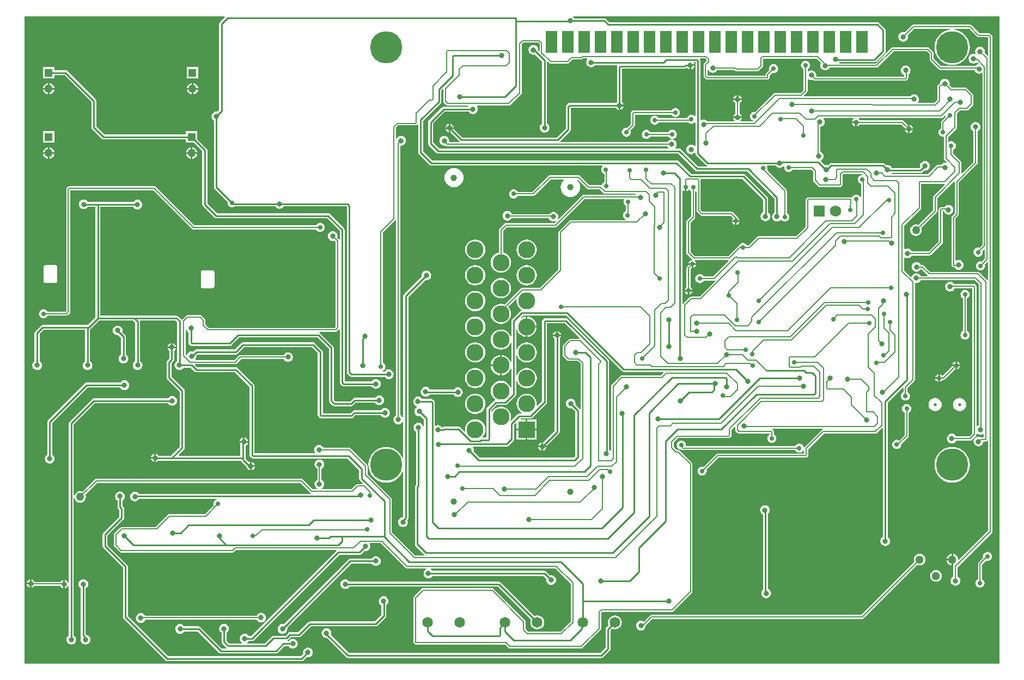
<source format=gbl>
G04*
G04 #@! TF.GenerationSoftware,Altium Limited,Altium Designer,24.3.1 (35)*
G04*
G04 Layer_Physical_Order=2*
G04 Layer_Color=16711680*
%FSLAX42Y42*%
%MOMM*%
G71*
G04*
G04 #@! TF.SameCoordinates,998AAEF2-78E8-49C1-A84E-A9ECD080E68D*
G04*
G04*
G04 #@! TF.FilePolarity,Positive*
G04*
G01*
G75*
%ADD14C,0.25*%
%ADD63R,1.27X1.27*%
%ADD64C,1.27*%
%ADD66C,1.00*%
%ADD69C,0.13*%
%ADD70C,0.51*%
%ADD71C,1.29*%
%ADD72C,1.65*%
%ADD73C,5.00*%
%ADD74C,2.63*%
%ADD75R,2.63X2.63*%
%ADD76R,1.73X1.73*%
%ADD77C,1.73*%
%ADD78C,0.70*%
%ADD79C,0.80*%
%ADD80C,0.25*%
%ADD81C,0.13*%
G36*
X8049Y9693D02*
Y9584D01*
X8037Y9579D01*
X8028Y9588D01*
X8029Y9596D01*
X8026Y9616D01*
X8019Y9634D01*
X8006Y9649D01*
X7991Y9662D01*
X7973Y9669D01*
X7953Y9672D01*
X7933Y9669D01*
X7915Y9662D01*
X7900Y9649D01*
X7887Y9634D01*
X7880Y9616D01*
X7877Y9596D01*
X7880Y9576D01*
X7887Y9558D01*
X7900Y9543D01*
X7915Y9530D01*
X7933Y9523D01*
X7953Y9520D01*
X7973Y9523D01*
X7980Y9526D01*
X8088Y9418D01*
Y8450D01*
X8074Y8438D01*
X8061Y8423D01*
X8054Y8405D01*
X8051Y8385D01*
X8054Y8365D01*
X8061Y8347D01*
X8074Y8332D01*
X8089Y8319D01*
X8107Y8312D01*
X8127Y8309D01*
X8147Y8312D01*
X8165Y8319D01*
X8180Y8332D01*
X8193Y8347D01*
X8200Y8365D01*
X8203Y8385D01*
X8200Y8405D01*
X8193Y8423D01*
X8180Y8438D01*
X8166Y8450D01*
Y9408D01*
X8178Y9413D01*
X8199Y9391D01*
X8210Y9384D01*
X8222Y9382D01*
X8481D01*
X8493Y9384D01*
X8504Y9391D01*
X8559Y9447D01*
X8696D01*
X8708Y9449D01*
X8719Y9456D01*
X8725Y9463D01*
X8786D01*
X8792Y9450D01*
X8784Y9440D01*
X8777Y9422D01*
X8774Y9402D01*
X8777Y9382D01*
X8784Y9364D01*
X8797Y9349D01*
X8812Y9336D01*
X8830Y9329D01*
X8850Y9326D01*
X8870Y9329D01*
X8888Y9336D01*
X8903Y9349D01*
X8912Y9360D01*
X9251D01*
X9258Y9347D01*
X9254Y9342D01*
X9251Y9327D01*
Y8783D01*
X9243Y8777D01*
X9239Y8771D01*
X8515D01*
X8500Y8768D01*
X8488Y8759D01*
X8469Y8740D01*
X8460Y8728D01*
X8457Y8713D01*
Y8376D01*
X8315Y8234D01*
X6853D01*
X6718Y8369D01*
X6663D01*
Y8314D01*
X6805Y8172D01*
X6800Y8159D01*
X6651D01*
X6641Y8172D01*
X6643Y8183D01*
X6640Y8203D01*
X6633Y8221D01*
X6620Y8236D01*
X6605Y8249D01*
X6587Y8256D01*
X6567Y8259D01*
X6547Y8256D01*
X6529Y8249D01*
X6514Y8236D01*
X6501Y8221D01*
X6494Y8203D01*
X6491Y8183D01*
X6494Y8163D01*
X6501Y8145D01*
X6514Y8130D01*
X6529Y8117D01*
X6547Y8110D01*
X6567Y8107D01*
X6585Y8110D01*
X6591Y8104D01*
X6602Y8097D01*
X6614Y8095D01*
X10037D01*
X10039Y8089D01*
X10052Y8074D01*
X10053Y8073D01*
X10048Y8060D01*
X6491D01*
X6395Y8156D01*
Y8454D01*
X6575Y8634D01*
X6948D01*
X6960Y8620D01*
X6975Y8607D01*
X6993Y8600D01*
X7013Y8597D01*
X7033Y8600D01*
X7051Y8607D01*
X7066Y8620D01*
X7079Y8635D01*
X7086Y8653D01*
X7089Y8673D01*
X7086Y8693D01*
X7079Y8711D01*
X7075Y8716D01*
X7081Y8729D01*
X7574D01*
X7586Y8731D01*
X7597Y8738D01*
X7764Y8905D01*
X7771Y8916D01*
X7773Y8928D01*
Y9683D01*
X7798Y9708D01*
X8034D01*
X8049Y9693D01*
D02*
G37*
G36*
X13153Y9548D02*
X12973D01*
Y9888D01*
X13153D01*
Y9548D01*
D02*
G37*
G36*
X12899D02*
X12719D01*
Y9888D01*
X12899D01*
Y9548D01*
D02*
G37*
G36*
X12645D02*
X12465D01*
Y9888D01*
X12645D01*
Y9548D01*
D02*
G37*
G36*
X12391D02*
X12211D01*
Y9888D01*
X12391D01*
Y9548D01*
D02*
G37*
G36*
X12137D02*
X11957D01*
Y9888D01*
X12137D01*
Y9548D01*
D02*
G37*
G36*
X11883D02*
X11703D01*
Y9888D01*
X11883D01*
Y9548D01*
D02*
G37*
G36*
X11629D02*
X11449D01*
Y9888D01*
X11629D01*
Y9548D01*
D02*
G37*
G36*
X11375D02*
X11195D01*
Y9888D01*
X11375D01*
Y9548D01*
D02*
G37*
G36*
X11121D02*
X10941D01*
Y9888D01*
X11121D01*
Y9548D01*
D02*
G37*
G36*
X10867D02*
X10687D01*
Y9888D01*
X10867D01*
Y9548D01*
D02*
G37*
G36*
X10613D02*
X10433D01*
Y9888D01*
X10613D01*
Y9548D01*
D02*
G37*
G36*
X10359D02*
X10179D01*
Y9888D01*
X10359D01*
Y9548D01*
D02*
G37*
G36*
X10105D02*
X9925D01*
Y9888D01*
X10105D01*
Y9548D01*
D02*
G37*
G36*
X9851D02*
X9671D01*
Y9888D01*
X9851D01*
Y9548D01*
D02*
G37*
G36*
X9597D02*
X9417D01*
Y9888D01*
X9597D01*
Y9548D01*
D02*
G37*
G36*
X9343D02*
X9163D01*
Y9888D01*
X9343D01*
Y9548D01*
D02*
G37*
G36*
X9089D02*
X8909D01*
Y9888D01*
X9089D01*
Y9548D01*
D02*
G37*
G36*
X8835D02*
X8655D01*
Y9888D01*
X8835D01*
Y9548D01*
D02*
G37*
G36*
X8581D02*
X8401D01*
Y9888D01*
X8581D01*
Y9548D01*
D02*
G37*
G36*
X8327D02*
X8147D01*
Y9888D01*
X8327D01*
Y9548D01*
D02*
G37*
G36*
X10470Y8572D02*
X10457Y8568D01*
X10445Y8577D01*
X10428Y8584D01*
X10410Y8587D01*
X10392Y8584D01*
X10375Y8577D01*
X10360Y8566D01*
X10349Y8551D01*
X10342Y8534D01*
X10341Y8531D01*
X9900D01*
X9899Y8534D01*
X9888Y8549D01*
X9873Y8560D01*
X9856Y8567D01*
X9838Y8570D01*
X9820Y8567D01*
X9803Y8560D01*
X9788Y8549D01*
X9777Y8534D01*
X9770Y8517D01*
X9767Y8499D01*
X9770Y8481D01*
X9777Y8464D01*
X9788Y8449D01*
X9803Y8438D01*
X9820Y8431D01*
X9838Y8428D01*
X9856Y8431D01*
X9873Y8438D01*
X9888Y8449D01*
X9899Y8464D01*
X9900Y8467D01*
X10360D01*
X10360Y8466D01*
X10375Y8455D01*
X10392Y8448D01*
X10410Y8445D01*
X10428Y8448D01*
X10445Y8455D01*
X10457Y8464D01*
X10470Y8460D01*
Y8106D01*
X10457Y8103D01*
X10444Y8114D01*
X10426Y8121D01*
X10406Y8124D01*
X10386Y8121D01*
X10368Y8114D01*
X10353Y8101D01*
X10340Y8086D01*
X10333Y8068D01*
X10330Y8048D01*
X10333Y8028D01*
X10340Y8010D01*
X10353Y7995D01*
X10368Y7982D01*
X10386Y7975D01*
X10406Y7972D01*
X10426Y7975D01*
X10444Y7982D01*
X10457Y7993D01*
X10470Y7990D01*
Y7984D01*
X10473Y7969D01*
X10482Y7957D01*
X10631Y7808D01*
X10643Y7799D01*
X10656Y7797D01*
X10655Y7784D01*
X10515D01*
X10250Y8048D01*
X10238Y8057D01*
X10223Y8060D01*
X10162D01*
X10157Y8073D01*
X10158Y8074D01*
X10171Y8089D01*
X10178Y8107D01*
X10181Y8127D01*
X10178Y8147D01*
X10171Y8165D01*
X10158Y8180D01*
X10143Y8193D01*
X10125Y8200D01*
X10117Y8201D01*
X10117Y8214D01*
X10131Y8216D01*
X10148Y8223D01*
X10163Y8234D01*
X10174Y8249D01*
X10181Y8266D01*
X10184Y8284D01*
X10181Y8302D01*
X10174Y8319D01*
X10163Y8334D01*
X10148Y8345D01*
X10131Y8352D01*
X10113Y8355D01*
X10095Y8352D01*
X10078Y8345D01*
X10063Y8334D01*
X10052Y8319D01*
X10050Y8316D01*
X9770D01*
X9769Y8318D01*
X9758Y8333D01*
X9743Y8344D01*
X9726Y8351D01*
X9708Y8354D01*
X9690Y8351D01*
X9673Y8344D01*
X9658Y8333D01*
X9647Y8318D01*
X9640Y8301D01*
X9637Y8283D01*
X9640Y8265D01*
X9647Y8248D01*
X9658Y8233D01*
X9673Y8222D01*
X9690Y8215D01*
X9708Y8212D01*
X9726Y8215D01*
X9743Y8222D01*
X9758Y8233D01*
X9769Y8248D01*
X9771Y8251D01*
X10051D01*
X10052Y8249D01*
X10063Y8234D01*
X10078Y8223D01*
X10095Y8216D01*
X10101Y8215D01*
X10101Y8202D01*
X10085Y8200D01*
X10067Y8193D01*
X10052Y8180D01*
X10039Y8165D01*
X10037Y8159D01*
X8368D01*
X8363Y8172D01*
X8523Y8333D01*
X8532Y8345D01*
X8535Y8360D01*
Y8693D01*
X9236D01*
X9243Y8683D01*
X9257Y8673D01*
X9273Y8666D01*
X9277Y8666D01*
Y8730D01*
X9290D01*
Y8743D01*
X9354D01*
X9354Y8747D01*
X9347Y8763D01*
X9337Y8777D01*
X9329Y8783D01*
Y9303D01*
X10301D01*
X10315Y9306D01*
X10328Y9315D01*
X10329Y9315D01*
X10342Y9315D01*
X10345Y9311D01*
X10358Y9300D01*
X10374Y9294D01*
X10379Y9293D01*
Y9357D01*
X10391D01*
Y9370D01*
X10456D01*
X10455Y9374D01*
X10449Y9390D01*
X10446Y9393D01*
X10452Y9406D01*
X10470D01*
Y8572D01*
D02*
G37*
G36*
X14111Y9532D02*
Y9450D01*
X14113Y9438D01*
X14120Y9427D01*
X14254Y9293D01*
X14265Y9286D01*
X14277Y9284D01*
X14811D01*
X14811Y9280D01*
X14818Y9262D01*
X14831Y9247D01*
X14846Y9234D01*
X14864Y9227D01*
X14884Y9224D01*
X14904Y9227D01*
X14920Y9234D01*
X14932Y9229D01*
X14933Y9229D01*
Y6559D01*
X14888Y6514D01*
X14883Y6516D01*
X14865Y6519D01*
X14847Y6516D01*
X14830Y6509D01*
X14815Y6498D01*
X14804Y6483D01*
X14797Y6466D01*
X14794Y6448D01*
X14797Y6430D01*
X14804Y6413D01*
X14815Y6398D01*
X14830Y6387D01*
X14847Y6380D01*
X14865Y6377D01*
X14883Y6380D01*
X14900Y6387D01*
X14915Y6398D01*
X14926Y6413D01*
X14933Y6430D01*
X14936Y6448D01*
X14933Y6466D01*
X14933Y6467D01*
X14960Y6494D01*
X14972Y6489D01*
Y6349D01*
X14924Y6302D01*
X14921Y6303D01*
X14903Y6306D01*
X14885Y6303D01*
X14868Y6296D01*
X14853Y6285D01*
X14842Y6270D01*
X14835Y6253D01*
X14832Y6235D01*
X14835Y6217D01*
X14842Y6200D01*
X14853Y6185D01*
X14868Y6174D01*
X14885Y6167D01*
X14903Y6164D01*
X14921Y6167D01*
X14938Y6174D01*
X14953Y6185D01*
X14964Y6200D01*
X14971Y6217D01*
X14974Y6235D01*
X14971Y6253D01*
X14970Y6256D01*
X15012Y6298D01*
X15024Y6293D01*
Y6012D01*
X15011Y6008D01*
X15011Y6008D01*
X14885Y6134D01*
X14874Y6141D01*
X14862Y6143D01*
X14117D01*
X14021Y6240D01*
X14010Y6247D01*
X13998Y6250D01*
X13976D01*
X13973Y6255D01*
X13961Y6271D01*
X13946Y6283D01*
X13927Y6290D01*
X13908Y6293D01*
X13888Y6290D01*
X13870Y6283D01*
X13854Y6271D01*
X13842Y6255D01*
X13835Y6237D01*
X13832Y6217D01*
X13835Y6198D01*
X13842Y6180D01*
X13854Y6164D01*
X13870Y6152D01*
X13888Y6144D01*
X13908Y6142D01*
X13927Y6144D01*
X13946Y6152D01*
X13961Y6164D01*
X13973Y6180D01*
X13974Y6180D01*
X13987Y6182D01*
X14081Y6088D01*
X14081Y6088D01*
X14077Y6075D01*
X13973D01*
X13971Y6081D01*
X13958Y6096D01*
X13943Y6109D01*
X13925Y6116D01*
X13905Y6119D01*
X13885Y6116D01*
X13867Y6109D01*
X13852Y6096D01*
X13839Y6081D01*
X13833Y6064D01*
X13821Y6059D01*
X13820Y6059D01*
X13720Y6159D01*
Y6357D01*
X13720Y6357D01*
X13732Y6362D01*
X13749Y6355D01*
X13769Y6352D01*
X13788Y6355D01*
X13806Y6362D01*
X13822Y6375D01*
X13834Y6390D01*
X13836Y6396D01*
X14110D01*
X14122Y6398D01*
X14133Y6405D01*
X14307Y6579D01*
X14314Y6590D01*
X14316Y6602D01*
Y7085D01*
X14334D01*
X14339Y7070D01*
X14352Y7055D01*
X14367Y7042D01*
X14385Y7035D01*
X14405Y7032D01*
X14425Y7035D01*
X14443Y7042D01*
X14458Y7055D01*
X14471Y7070D01*
X14478Y7088D01*
X14481Y7108D01*
X14478Y7128D01*
X14471Y7146D01*
X14458Y7161D01*
X14443Y7174D01*
X14425Y7181D01*
X14405Y7184D01*
X14385Y7181D01*
X14367Y7174D01*
X14352Y7161D01*
X14342Y7149D01*
X14291D01*
X14279Y7147D01*
X14269Y7140D01*
X14261Y7132D01*
X14254Y7122D01*
X14252Y7110D01*
Y6615D01*
X14097Y6460D01*
X13836D01*
X13834Y6466D01*
X13822Y6481D01*
X13806Y6494D01*
X13788Y6501D01*
X13769Y6504D01*
X13749Y6501D01*
X13732Y6494D01*
X13720Y6499D01*
X13720Y6499D01*
Y6859D01*
X13973Y7112D01*
X13980Y7123D01*
X13982Y7135D01*
Y7510D01*
X14342D01*
X14344Y7510D01*
X14351Y7498D01*
X14175Y7323D01*
X14168Y7312D01*
X14166Y7300D01*
Y7102D01*
X13935Y6871D01*
X13922Y6877D01*
X13899Y6880D01*
X13876Y6877D01*
X13854Y6868D01*
X13836Y6853D01*
X13821Y6835D01*
X13812Y6813D01*
X13809Y6790D01*
X13812Y6767D01*
X13821Y6745D01*
X13836Y6727D01*
X13854Y6712D01*
X13876Y6703D01*
X13899Y6700D01*
X13922Y6703D01*
X13944Y6712D01*
X13962Y6727D01*
X13977Y6745D01*
X13986Y6767D01*
X13989Y6790D01*
X13986Y6813D01*
X13980Y6826D01*
X14221Y7066D01*
X14228Y7077D01*
X14230Y7089D01*
Y7287D01*
X14489Y7545D01*
X14502Y7540D01*
Y7050D01*
X14461Y7010D01*
X14454Y6999D01*
X14452Y6987D01*
Y6250D01*
X14454Y6238D01*
X14461Y6228D01*
X14469Y6220D01*
X14479Y6213D01*
X14491Y6211D01*
X14500D01*
X14512Y6196D01*
X14527Y6183D01*
X14545Y6176D01*
X14565Y6173D01*
X14585Y6176D01*
X14603Y6183D01*
X14618Y6196D01*
X14631Y6211D01*
X14638Y6229D01*
X14641Y6249D01*
X14638Y6269D01*
X14631Y6287D01*
X14618Y6302D01*
X14603Y6315D01*
X14585Y6322D01*
X14565Y6325D01*
X14545Y6322D01*
X14529Y6315D01*
X14516Y6320D01*
Y6974D01*
X14557Y7014D01*
X14564Y7025D01*
X14566Y7037D01*
Y7532D01*
X14849Y7814D01*
X14856Y7825D01*
X14858Y7837D01*
Y8330D01*
X14864Y8332D01*
X14879Y8345D01*
X14892Y8360D01*
X14899Y8378D01*
X14902Y8398D01*
X14899Y8418D01*
X14892Y8436D01*
X14879Y8451D01*
X14864Y8464D01*
X14846Y8471D01*
X14826Y8474D01*
X14806Y8471D01*
X14788Y8464D01*
X14773Y8451D01*
X14760Y8436D01*
X14753Y8418D01*
X14750Y8398D01*
X14753Y8378D01*
X14760Y8360D01*
X14773Y8345D01*
X14788Y8332D01*
X14794Y8330D01*
Y7850D01*
X14620Y7677D01*
X14607Y7682D01*
Y7845D01*
X14605Y7857D01*
X14598Y7868D01*
X14481Y7984D01*
Y8043D01*
X14484Y8044D01*
X14499Y8055D01*
X14510Y8070D01*
X14517Y8087D01*
X14520Y8105D01*
X14517Y8123D01*
X14510Y8140D01*
X14499Y8155D01*
X14484Y8166D01*
X14467Y8173D01*
X14449Y8176D01*
X14431Y8173D01*
X14414Y8166D01*
X14411Y8164D01*
X14399Y8170D01*
Y8240D01*
X14529Y8369D01*
X14536Y8380D01*
X14538Y8392D01*
Y8607D01*
X14583Y8652D01*
X14694D01*
X14706Y8654D01*
X14717Y8661D01*
X14784Y8728D01*
X14791Y8739D01*
X14793Y8751D01*
Y8887D01*
X14791Y8899D01*
X14784Y8909D01*
X14698Y8996D01*
X14687Y9003D01*
X14675Y9005D01*
X14462D01*
X14420Y9047D01*
X14422Y9052D01*
X14425Y9072D01*
X14422Y9092D01*
X14415Y9110D01*
X14402Y9125D01*
X14387Y9138D01*
X14369Y9145D01*
X14349Y9148D01*
X14329Y9145D01*
X14311Y9138D01*
X14296Y9125D01*
X14283Y9110D01*
X14276Y9092D01*
X14273Y9073D01*
X14265Y9071D01*
X14254Y9064D01*
X14242Y9052D01*
X14235Y9041D01*
X14233Y9029D01*
Y8817D01*
X14185Y8769D01*
X13935Y8770D01*
X13929Y8783D01*
X13936Y8792D01*
X13943Y8810D01*
X13946Y8830D01*
X13943Y8849D01*
X13936Y8868D01*
X13923Y8883D01*
X13908Y8895D01*
X13890Y8903D01*
X13870Y8905D01*
X13850Y8903D01*
X13832Y8895D01*
X13817Y8883D01*
X13810Y8874D01*
X12161D01*
X12156Y8886D01*
X12205Y8935D01*
X12212Y8946D01*
X12214Y8958D01*
Y9135D01*
X12227Y9141D01*
X12236Y9134D01*
X12254Y9127D01*
X12274Y9124D01*
X12294Y9127D01*
X12299Y9129D01*
X12303Y9125D01*
X12314Y9118D01*
X12326Y9116D01*
X13739D01*
X13751Y9118D01*
X13762Y9125D01*
X13772Y9135D01*
X13779Y9146D01*
X13781Y9158D01*
Y9214D01*
X13794Y9225D01*
X13807Y9240D01*
X13814Y9258D01*
X13817Y9278D01*
X13814Y9298D01*
X13807Y9316D01*
X13794Y9331D01*
X13779Y9344D01*
X13761Y9351D01*
X13741Y9354D01*
X13721Y9351D01*
X13703Y9344D01*
X13688Y9331D01*
X13675Y9316D01*
X13668Y9298D01*
X13665Y9278D01*
X13668Y9258D01*
X13675Y9240D01*
X13688Y9225D01*
X13703Y9212D01*
X13717Y9207D01*
Y9180D01*
X12360D01*
X12349Y9193D01*
X12350Y9200D01*
X12347Y9220D01*
X12340Y9238D01*
X12327Y9253D01*
X12312Y9266D01*
X12294Y9273D01*
X12274Y9276D01*
X12254Y9273D01*
X12236Y9266D01*
X12227Y9259D01*
X12214Y9265D01*
Y9293D01*
X12217Y9294D01*
X12232Y9305D01*
X12243Y9320D01*
X12250Y9337D01*
X12253Y9355D01*
X12250Y9373D01*
X12243Y9390D01*
X12232Y9405D01*
X12217Y9416D01*
X12200Y9423D01*
X12182Y9426D01*
X12164Y9423D01*
X12147Y9416D01*
X12132Y9405D01*
X12121Y9390D01*
X12114Y9373D01*
X12111Y9355D01*
X12114Y9337D01*
X12121Y9320D01*
X12132Y9305D01*
X12147Y9294D01*
X12150Y9293D01*
Y8971D01*
X12105Y8926D01*
X11709D01*
X11697Y8924D01*
X11686Y8917D01*
X11401Y8632D01*
X11389Y8634D01*
X11371Y8631D01*
X11354Y8624D01*
X11339Y8613D01*
X11328Y8598D01*
X11321Y8581D01*
X11318Y8563D01*
X11321Y8545D01*
X11328Y8528D01*
X11339Y8513D01*
X11354Y8502D01*
X11371Y8495D01*
X11369Y8482D01*
X11173D01*
X11168Y8495D01*
X11173Y8498D01*
X11183Y8512D01*
X11190Y8528D01*
X11190Y8532D01*
X11062D01*
X11062Y8528D01*
X11069Y8512D01*
X11079Y8498D01*
X11084Y8495D01*
X11079Y8482D01*
X10656D01*
X10650Y8490D01*
X10635Y8503D01*
X10616Y8510D01*
X10597Y8513D01*
X10577Y8510D01*
X10561Y8503D01*
X10548Y8508D01*
Y9430D01*
X10545Y9445D01*
X10542Y9450D01*
X10548Y9463D01*
X10625D01*
X10642Y9446D01*
Y9424D01*
X10606Y9389D01*
X10599Y9378D01*
X10597Y9366D01*
Y9191D01*
X10599Y9179D01*
X10606Y9168D01*
X10633Y9141D01*
X10644Y9134D01*
X10656Y9132D01*
X11588D01*
X11600Y9134D01*
X11610Y9141D01*
X11618Y9149D01*
X11625Y9159D01*
X11627Y9171D01*
Y9199D01*
X11667Y9238D01*
X11670Y9237D01*
X11688Y9234D01*
X11706Y9237D01*
X11723Y9244D01*
X11738Y9255D01*
X11749Y9270D01*
X11756Y9287D01*
X11759Y9305D01*
X11756Y9323D01*
X11749Y9340D01*
X11738Y9355D01*
X11723Y9366D01*
X11706Y9373D01*
X11688Y9376D01*
X11670Y9373D01*
X11653Y9366D01*
X11638Y9355D01*
X11627Y9340D01*
X11620Y9323D01*
X11617Y9305D01*
X11620Y9287D01*
X11621Y9284D01*
X11572Y9235D01*
X11565Y9224D01*
X11563Y9212D01*
Y9196D01*
X10669D01*
X10661Y9204D01*
Y9281D01*
X10674Y9284D01*
X10676Y9278D01*
X10689Y9263D01*
X10704Y9250D01*
X10722Y9243D01*
X10742Y9240D01*
X10762Y9243D01*
X10780Y9250D01*
X10795Y9263D01*
X10808Y9278D01*
X10810Y9284D01*
X11075D01*
X11086Y9272D01*
X11097Y9265D01*
X11109Y9263D01*
X11437D01*
X11449Y9265D01*
X11460Y9272D01*
X11513Y9326D01*
X11520Y9336D01*
X11523Y9349D01*
Y9453D01*
X11528Y9459D01*
X12360D01*
X12426Y9393D01*
X12423Y9390D01*
X12416Y9372D01*
X12413Y9352D01*
X12416Y9332D01*
X12423Y9314D01*
X12436Y9299D01*
X12451Y9286D01*
X12469Y9279D01*
X12489Y9276D01*
X12509Y9279D01*
X12527Y9286D01*
X12542Y9299D01*
X12555Y9314D01*
X12557Y9321D01*
X13286D01*
X13298Y9323D01*
X13309Y9330D01*
X13552Y9574D01*
X14069D01*
X14111Y9532D01*
D02*
G37*
G36*
X15199Y41D02*
X41D01*
Y10119D01*
X3154D01*
X3160Y10107D01*
X3079Y10025D01*
X3070Y10013D01*
X3067Y9998D01*
Y8657D01*
X3043Y8633D01*
X3025Y8636D01*
X3005Y8633D01*
X2987Y8626D01*
X2972Y8613D01*
X2959Y8598D01*
X2952Y8580D01*
X2949Y8560D01*
X2952Y8540D01*
X2959Y8522D01*
X2972Y8507D01*
X2986Y8495D01*
Y7457D01*
X2989Y7442D01*
X2998Y7430D01*
X3199Y7228D01*
X3197Y7216D01*
X3200Y7198D01*
X3207Y7181D01*
X3218Y7166D01*
X3233Y7155D01*
X3250Y7148D01*
X3268Y7145D01*
X3286Y7148D01*
X3303Y7155D01*
X3310Y7160D01*
X3942D01*
X3954Y7146D01*
X3969Y7133D01*
X3987Y7126D01*
X4007Y7123D01*
X4027Y7126D01*
X4045Y7133D01*
X4060Y7146D01*
X4072Y7160D01*
X5051D01*
X5053Y7158D01*
Y4577D01*
X5056Y4562D01*
X5065Y4549D01*
X5094Y4520D01*
X5107Y4511D01*
X5122Y4508D01*
X5641D01*
X5653Y4494D01*
X5668Y4481D01*
X5686Y4474D01*
X5706Y4471D01*
X5726Y4474D01*
X5744Y4481D01*
X5759Y4494D01*
X5772Y4509D01*
X5779Y4527D01*
X5782Y4547D01*
X5779Y4567D01*
X5772Y4585D01*
X5759Y4600D01*
X5744Y4613D01*
X5726Y4620D01*
X5706Y4623D01*
X5686Y4620D01*
X5668Y4613D01*
X5653Y4600D01*
X5641Y4586D01*
X5611D01*
X5609Y4599D01*
X5619Y4603D01*
X5634Y4614D01*
X5645Y4629D01*
X5652Y4646D01*
X5655Y4664D01*
X5652Y4682D01*
X5645Y4699D01*
X5634Y4714D01*
X5619Y4725D01*
X5616Y4726D01*
Y6755D01*
X5808Y6946D01*
X5808Y6946D01*
X5821Y6942D01*
Y3911D01*
X5815Y3909D01*
X5800Y3897D01*
X5787Y3882D01*
X5780Y3863D01*
X5777Y3844D01*
X5780Y3824D01*
X5787Y3806D01*
X5800Y3790D01*
X5815Y3778D01*
X5833Y3771D01*
X5853Y3768D01*
X5873Y3771D01*
X5891Y3778D01*
X5906Y3790D01*
X5919Y3806D01*
X5931Y3803D01*
Y3243D01*
X5918Y3241D01*
X5909Y3263D01*
X5886Y3300D01*
X5858Y3333D01*
X5825Y3361D01*
X5788Y3384D01*
X5748Y3401D01*
X5706Y3411D01*
X5663Y3414D01*
X5620Y3411D01*
X5578Y3401D01*
X5538Y3384D01*
X5501Y3361D01*
X5468Y3333D01*
X5440Y3300D01*
X5417Y3263D01*
X5400Y3223D01*
X5390Y3181D01*
X5387Y3138D01*
X5390Y3095D01*
X5400Y3053D01*
X5417Y3013D01*
X5440Y2976D01*
X5468Y2943D01*
X5501Y2915D01*
X5538Y2892D01*
X5578Y2875D01*
X5620Y2865D01*
X5663Y2862D01*
X5706Y2865D01*
X5748Y2875D01*
X5788Y2892D01*
X5825Y2915D01*
X5858Y2943D01*
X5886Y2976D01*
X5909Y3013D01*
X5918Y3035D01*
X5931Y3033D01*
Y2332D01*
X5925Y2322D01*
X5905Y2319D01*
X5887Y2312D01*
X5872Y2299D01*
X5859Y2284D01*
X5852Y2266D01*
X5849Y2246D01*
X5852Y2226D01*
X5859Y2208D01*
X5872Y2193D01*
X5887Y2180D01*
X5905Y2173D01*
X5925Y2170D01*
X5945Y2173D01*
X5963Y2180D01*
X5978Y2193D01*
X5991Y2208D01*
X5998Y2226D01*
X6001Y2246D01*
X5998Y2266D01*
X5992Y2279D01*
X5997Y2284D01*
X6006Y2297D01*
X6009Y2312D01*
Y5751D01*
X6271Y6013D01*
X6289Y6010D01*
X6309Y6013D01*
X6327Y6020D01*
X6342Y6033D01*
X6355Y6048D01*
X6362Y6066D01*
X6365Y6086D01*
X6362Y6106D01*
X6355Y6124D01*
X6342Y6139D01*
X6327Y6152D01*
X6309Y6159D01*
X6289Y6162D01*
X6269Y6159D01*
X6251Y6152D01*
X6236Y6139D01*
X6223Y6124D01*
X6216Y6106D01*
X6213Y6086D01*
X6216Y6068D01*
X5943Y5794D01*
X5934Y5782D01*
X5931Y5767D01*
Y3884D01*
X5919Y3882D01*
X5906Y3897D01*
X5891Y3909D01*
X5885Y3911D01*
Y7386D01*
X5883Y7396D01*
Y8100D01*
X5893Y8108D01*
X5897Y8107D01*
X5917Y8110D01*
X5935Y8117D01*
X5950Y8130D01*
X5963Y8145D01*
X5970Y8163D01*
X5973Y8183D01*
X5970Y8203D01*
X5963Y8221D01*
X5950Y8236D01*
X5935Y8249D01*
X5917Y8256D01*
X5897Y8259D01*
X5877Y8256D01*
X5859Y8249D01*
X5844Y8236D01*
X5831Y8221D01*
X5830Y8217D01*
X5817Y8220D01*
Y8383D01*
X5855Y8421D01*
X6122D01*
X6134Y8423D01*
X6144Y8430D01*
X6148Y8434D01*
X6161Y8429D01*
Y8002D01*
X6164Y7987D01*
X6173Y7975D01*
X6340Y7808D01*
X6352Y7799D01*
X6367Y7796D01*
X9025D01*
X9029Y7783D01*
X9026Y7781D01*
X9015Y7766D01*
X9008Y7749D01*
X9005Y7731D01*
X9008Y7713D01*
X9015Y7696D01*
X9026Y7681D01*
X9041Y7670D01*
X9056Y7664D01*
Y7537D01*
X9053Y7536D01*
X9038Y7525D01*
X9027Y7510D01*
X9021Y7496D01*
X9011Y7490D01*
X9006Y7489D01*
X8996Y7491D01*
X8821D01*
X8676Y7637D01*
X8666Y7644D01*
X8653Y7646D01*
X8210D01*
X8198Y7644D01*
X8187Y7637D01*
X7937Y7386D01*
X7711D01*
X7710Y7389D01*
X7699Y7404D01*
X7684Y7415D01*
X7667Y7422D01*
X7649Y7425D01*
X7631Y7422D01*
X7614Y7415D01*
X7599Y7404D01*
X7588Y7389D01*
X7581Y7372D01*
X7578Y7354D01*
X7581Y7336D01*
X7588Y7319D01*
X7599Y7304D01*
X7614Y7293D01*
X7631Y7286D01*
X7649Y7283D01*
X7667Y7286D01*
X7684Y7293D01*
X7699Y7304D01*
X7710Y7319D01*
X7711Y7322D01*
X7950D01*
X7963Y7324D01*
X7973Y7331D01*
X8223Y7581D01*
X8424D01*
X8428Y7569D01*
X8422Y7564D01*
X8403Y7541D01*
X8389Y7515D01*
X8380Y7487D01*
X8378Y7457D01*
X8380Y7428D01*
X8389Y7400D01*
X8403Y7374D01*
X8422Y7351D01*
X8445Y7332D01*
X8471Y7318D01*
X8499Y7309D01*
X8528Y7307D01*
X8558Y7309D01*
X8586Y7318D01*
X8612Y7332D01*
X8635Y7351D01*
X8654Y7374D01*
X8668Y7400D01*
X8676Y7428D01*
X8679Y7457D01*
X8676Y7487D01*
X8668Y7515D01*
X8654Y7541D01*
X8636Y7563D01*
X8637Y7568D01*
X8640Y7576D01*
X8644Y7577D01*
X8785Y7436D01*
X8796Y7429D01*
X8808Y7427D01*
X8983D01*
X9044Y7365D01*
X9055Y7358D01*
X9067Y7356D01*
X9538D01*
X9545Y7343D01*
X9544Y7340D01*
X8737D01*
X8725Y7338D01*
X8714Y7331D01*
X8343Y6960D01*
X8333Y6967D01*
X8338Y6980D01*
X8341Y7000D01*
X8338Y7020D01*
X8331Y7038D01*
X8318Y7053D01*
X8303Y7066D01*
X8285Y7073D01*
X8265Y7076D01*
X8245Y7073D01*
X8227Y7066D01*
X8212Y7053D01*
X8201Y7040D01*
X7620D01*
X7615Y7053D01*
X7602Y7068D01*
X7587Y7081D01*
X7569Y7088D01*
X7549Y7091D01*
X7529Y7088D01*
X7511Y7081D01*
X7496Y7068D01*
X7483Y7053D01*
X7476Y7035D01*
X7473Y7015D01*
X7476Y6995D01*
X7483Y6977D01*
X7496Y6962D01*
X7511Y6949D01*
X7529Y6942D01*
X7549Y6939D01*
X7569Y6942D01*
X7587Y6949D01*
X7602Y6962D01*
X7613Y6975D01*
X8194D01*
X8199Y6962D01*
X8212Y6947D01*
X8227Y6934D01*
X8245Y6927D01*
X8265Y6924D01*
X8285Y6927D01*
X8298Y6932D01*
X8305Y6922D01*
X8285Y6901D01*
X7526D01*
X7514Y6899D01*
X7503Y6892D01*
X7425Y6814D01*
X7418Y6804D01*
X7416Y6791D01*
Y6441D01*
X7388Y6433D01*
X7361Y6418D01*
X7337Y6399D01*
X7317Y6375D01*
X7303Y6348D01*
X7294Y6318D01*
X7291Y6287D01*
X7294Y6257D01*
X7303Y6227D01*
X7317Y6200D01*
X7337Y6176D01*
X7361Y6156D01*
X7388Y6142D01*
X7418Y6133D01*
X7448Y6130D01*
X7479Y6133D01*
X7509Y6142D01*
X7536Y6156D01*
X7560Y6176D01*
X7579Y6200D01*
X7594Y6227D01*
X7603Y6257D01*
X7606Y6287D01*
X7603Y6318D01*
X7594Y6348D01*
X7579Y6375D01*
X7560Y6399D01*
X7536Y6418D01*
X7509Y6433D01*
X7481Y6441D01*
Y6778D01*
X7539Y6837D01*
X8298D01*
X8310Y6839D01*
X8321Y6846D01*
X8750Y7276D01*
X9361D01*
X9363Y7273D01*
X9366Y7263D01*
X9360Y7247D01*
X9357Y7229D01*
X9360Y7211D01*
X9367Y7194D01*
X9378Y7179D01*
X9392Y7169D01*
Y7089D01*
X9380Y7084D01*
X9365Y7073D01*
X9354Y7058D01*
X9347Y7041D01*
X9344Y7023D01*
X9347Y7005D01*
X9354Y6988D01*
X9365Y6973D01*
X9380Y6962D01*
X9384Y6960D01*
X9381Y6947D01*
X8533D01*
X8521Y6945D01*
X8510Y6938D01*
X8350Y6778D01*
X8343Y6767D01*
X8341Y6755D01*
Y6178D01*
X8053Y5890D01*
X7778D01*
X7765Y5888D01*
X7755Y5881D01*
X7507Y5633D01*
X7479Y5642D01*
X7448Y5645D01*
X7418Y5642D01*
X7388Y5633D01*
X7361Y5618D01*
X7337Y5599D01*
X7317Y5575D01*
X7303Y5548D01*
X7294Y5518D01*
X7291Y5487D01*
X7294Y5457D01*
X7303Y5427D01*
X7317Y5400D01*
X7337Y5376D01*
X7361Y5356D01*
X7388Y5342D01*
X7418Y5333D01*
X7448Y5330D01*
X7479Y5333D01*
X7509Y5342D01*
X7536Y5356D01*
X7560Y5376D01*
X7579Y5400D01*
X7594Y5427D01*
X7603Y5457D01*
X7606Y5487D01*
X7603Y5518D01*
X7594Y5548D01*
X7579Y5575D01*
X7562Y5596D01*
X7681Y5715D01*
X7693Y5710D01*
X7691Y5687D01*
X7694Y5657D01*
X7703Y5627D01*
X7717Y5600D01*
X7737Y5576D01*
X7761Y5556D01*
X7767Y5553D01*
X7765Y5540D01*
X7760Y5539D01*
X7748Y5530D01*
X7619Y5402D01*
X7611Y5390D01*
X7608Y5375D01*
Y5144D01*
X7595Y5142D01*
X7594Y5148D01*
X7579Y5175D01*
X7560Y5199D01*
X7536Y5218D01*
X7509Y5233D01*
X7479Y5242D01*
X7448Y5245D01*
X7418Y5242D01*
X7388Y5233D01*
X7361Y5218D01*
X7337Y5199D01*
X7317Y5175D01*
X7303Y5148D01*
X7294Y5118D01*
X7291Y5087D01*
X7294Y5057D01*
X7303Y5027D01*
X7317Y5000D01*
X7337Y4976D01*
X7361Y4956D01*
X7388Y4942D01*
X7418Y4933D01*
X7448Y4930D01*
X7479Y4933D01*
X7509Y4942D01*
X7536Y4956D01*
X7560Y4976D01*
X7579Y5000D01*
X7594Y5027D01*
X7595Y5032D01*
X7608Y5031D01*
Y4744D01*
X7595Y4742D01*
X7594Y4748D01*
X7579Y4775D01*
X7560Y4799D01*
X7536Y4818D01*
X7509Y4833D01*
X7479Y4842D01*
X7461Y4843D01*
Y4687D01*
Y4531D01*
X7479Y4533D01*
X7509Y4542D01*
X7536Y4556D01*
X7560Y4576D01*
X7579Y4600D01*
X7594Y4627D01*
X7595Y4632D01*
X7608Y4631D01*
Y4344D01*
X7595Y4342D01*
X7594Y4348D01*
X7579Y4375D01*
X7560Y4399D01*
X7536Y4418D01*
X7509Y4433D01*
X7479Y4442D01*
X7448Y4445D01*
X7418Y4442D01*
X7388Y4433D01*
X7361Y4418D01*
X7337Y4399D01*
X7317Y4375D01*
X7303Y4348D01*
X7294Y4318D01*
X7291Y4287D01*
X7294Y4257D01*
X7303Y4227D01*
X7317Y4200D01*
X7337Y4176D01*
X7359Y4158D01*
X7359Y4151D01*
X7357Y4144D01*
X7353Y4143D01*
X7340Y4135D01*
X7234Y4029D01*
X7225Y4016D01*
X7222Y4001D01*
Y3563D01*
X7162D01*
X7158Y3575D01*
X7160Y3576D01*
X7179Y3600D01*
X7194Y3627D01*
X7203Y3657D01*
X7206Y3687D01*
X7203Y3718D01*
X7194Y3748D01*
X7179Y3775D01*
X7160Y3799D01*
X7136Y3818D01*
X7109Y3833D01*
X7079Y3842D01*
X7048Y3845D01*
X7018Y3842D01*
X6988Y3833D01*
X6961Y3818D01*
X6937Y3799D01*
X6917Y3775D01*
X6903Y3748D01*
X6894Y3718D01*
X6891Y3687D01*
X6893Y3665D01*
X6881Y3659D01*
X6821Y3719D01*
X6808Y3728D01*
X6793Y3731D01*
X6561D01*
X6546Y3728D01*
X6534Y3720D01*
X6523Y3733D01*
X6508Y3746D01*
X6490Y3753D01*
X6470Y3756D01*
X6450Y3753D01*
X6434Y3746D01*
X6421Y3751D01*
Y4109D01*
X6418Y4124D01*
X6410Y4137D01*
X6395Y4151D01*
X6382Y4160D01*
X6367Y4163D01*
X6225D01*
X6213Y4177D01*
X6198Y4190D01*
X6180Y4197D01*
X6160Y4200D01*
X6140Y4197D01*
X6122Y4190D01*
X6107Y4177D01*
X6094Y4162D01*
X6087Y4144D01*
X6084Y4124D01*
X6087Y4104D01*
X6094Y4086D01*
X6107Y4071D01*
X6122Y4058D01*
X6140Y4051D01*
X6142Y4051D01*
X6144Y4038D01*
X6141Y4037D01*
X6126Y4024D01*
X6113Y4009D01*
X6106Y3991D01*
X6103Y3971D01*
X6106Y3951D01*
X6113Y3933D01*
X6126Y3918D01*
X6141Y3905D01*
X6159Y3898D01*
X6179Y3895D01*
X6197Y3898D01*
X6252Y3843D01*
Y3735D01*
X6239Y3735D01*
X6239Y3738D01*
X6232Y3756D01*
X6219Y3771D01*
X6204Y3784D01*
X6186Y3791D01*
X6166Y3794D01*
X6146Y3791D01*
X6128Y3784D01*
X6113Y3771D01*
X6100Y3756D01*
X6093Y3738D01*
X6090Y3718D01*
X6093Y3698D01*
X6100Y3680D01*
X6113Y3665D01*
X6127Y3653D01*
Y2827D01*
X6123Y2823D01*
X6114Y2810D01*
X6111Y2795D01*
Y1903D01*
X6114Y1888D01*
X6123Y1876D01*
X6253Y1746D01*
X6258Y1742D01*
X6254Y1729D01*
X6114D01*
X5752Y2091D01*
Y2599D01*
X5750Y2611D01*
X5743Y2622D01*
X5374Y2990D01*
Y3118D01*
X5372Y3130D01*
X5365Y3141D01*
X5112Y3394D01*
X5101Y3401D01*
X5089Y3403D01*
X4690D01*
X4688Y3409D01*
X4675Y3424D01*
X4660Y3437D01*
X4642Y3444D01*
X4622Y3447D01*
X4602Y3444D01*
X4584Y3437D01*
X4569Y3424D01*
X4556Y3409D01*
X4549Y3391D01*
X4546Y3371D01*
X4549Y3351D01*
X4556Y3333D01*
X4559Y3330D01*
X4553Y3317D01*
X3617D01*
Y4367D01*
X3614Y4382D01*
X3605Y4394D01*
X3353Y4646D01*
X3341Y4655D01*
X3326Y4658D01*
X2731D01*
X2696Y4693D01*
X2701Y4705D01*
X3320D01*
X3333Y4707D01*
X3343Y4714D01*
X3411Y4782D01*
X4071D01*
X4073Y4776D01*
X4086Y4761D01*
X4101Y4748D01*
X4119Y4741D01*
X4139Y4738D01*
X4159Y4741D01*
X4177Y4748D01*
X4192Y4761D01*
X4205Y4776D01*
X4212Y4794D01*
X4215Y4814D01*
X4212Y4834D01*
X4205Y4852D01*
X4192Y4867D01*
X4177Y4880D01*
X4159Y4887D01*
X4139Y4890D01*
X4119Y4887D01*
X4101Y4880D01*
X4086Y4867D01*
X4073Y4852D01*
X4071Y4846D01*
X3397D01*
X3385Y4844D01*
X3374Y4837D01*
X3307Y4769D01*
X2705D01*
X2699Y4782D01*
X2705Y4789D01*
X2712Y4807D01*
X2715Y4827D01*
X2713Y4839D01*
X2731Y4856D01*
X3329D01*
X3344Y4859D01*
X3356Y4868D01*
X3457Y4968D01*
X4515D01*
X4602Y4881D01*
Y3915D01*
X4605Y3900D01*
X4614Y3887D01*
X4628Y3873D01*
X4641Y3864D01*
X4656Y3861D01*
X5122D01*
X5137Y3864D01*
X5149Y3873D01*
X5186Y3909D01*
X5581D01*
X5593Y3895D01*
X5608Y3882D01*
X5626Y3875D01*
X5646Y3872D01*
X5666Y3875D01*
X5684Y3882D01*
X5699Y3895D01*
X5712Y3910D01*
X5719Y3928D01*
X5722Y3948D01*
X5719Y3968D01*
X5712Y3986D01*
X5699Y4001D01*
X5684Y4014D01*
X5666Y4021D01*
X5646Y4024D01*
X5626Y4021D01*
X5608Y4014D01*
X5593Y4001D01*
X5581Y3987D01*
X5170D01*
X5155Y3984D01*
X5142Y3975D01*
X5106Y3939D01*
X4680D01*
Y4897D01*
X4677Y4912D01*
X4668Y4924D01*
X4558Y5034D01*
X4546Y5043D01*
X4531Y5046D01*
X3441D01*
X3426Y5043D01*
X3414Y5034D01*
X3313Y4934D01*
X2715D01*
X2700Y4931D01*
X2687Y4922D01*
X2663Y4898D01*
X2659Y4900D01*
X2639Y4903D01*
X2619Y4900D01*
X2601Y4893D01*
X2586Y4880D01*
X2573Y4865D01*
X2567Y4849D01*
X2555Y4845D01*
X2548Y4850D01*
X2546Y4851D01*
Y5240D01*
X2559Y5243D01*
X2565Y5227D01*
X2578Y5212D01*
X2592Y5200D01*
Y5042D01*
X2595Y5027D01*
X2604Y5014D01*
X2618Y5000D01*
X2631Y4991D01*
X2646Y4988D01*
X3235D01*
X3250Y4991D01*
X3262Y5000D01*
X3382Y5119D01*
X4596D01*
X4772Y4943D01*
Y4135D01*
X4775Y4120D01*
X4784Y4108D01*
X4830Y4062D01*
X4842Y4053D01*
X4857Y4050D01*
X5120D01*
X5135Y4053D01*
X5148Y4062D01*
X5189Y4103D01*
X5491D01*
X5503Y4089D01*
X5518Y4076D01*
X5536Y4069D01*
X5556Y4066D01*
X5576Y4069D01*
X5594Y4076D01*
X5609Y4089D01*
X5622Y4104D01*
X5629Y4122D01*
X5632Y4142D01*
X5629Y4162D01*
X5622Y4180D01*
X5609Y4195D01*
X5594Y4208D01*
X5576Y4215D01*
X5556Y4218D01*
X5536Y4215D01*
X5518Y4208D01*
X5503Y4195D01*
X5491Y4181D01*
X5173D01*
X5158Y4178D01*
X5146Y4169D01*
X5104Y4128D01*
X4873D01*
X4850Y4151D01*
Y4959D01*
X4847Y4974D01*
X4838Y4986D01*
X4639Y5185D01*
X4627Y5194D01*
X4627Y5194D01*
X4628Y5207D01*
X4876D01*
X4888Y5209D01*
X4899Y5216D01*
X4929Y5247D01*
X4939Y5244D01*
X4942Y5242D01*
Y4424D01*
X4945Y4409D01*
X4954Y4396D01*
X4979Y4371D01*
X4992Y4362D01*
X5007Y4359D01*
X5440D01*
X5452Y4345D01*
X5467Y4332D01*
X5485Y4325D01*
X5505Y4322D01*
X5525Y4325D01*
X5543Y4332D01*
X5558Y4345D01*
X5571Y4360D01*
X5578Y4378D01*
X5581Y4398D01*
X5578Y4418D01*
X5571Y4436D01*
X5558Y4451D01*
X5543Y4464D01*
X5525Y4471D01*
X5505Y4474D01*
X5485Y4471D01*
X5467Y4464D01*
X5452Y4451D01*
X5440Y4437D01*
X5023D01*
X5020Y4440D01*
Y6796D01*
X5017Y6811D01*
X5008Y6823D01*
X4789Y7042D01*
X4777Y7051D01*
X4762Y7054D01*
X3039D01*
X2884Y7209D01*
Y8036D01*
X2881Y8051D01*
X2872Y8064D01*
X2731Y8206D01*
Y8329D01*
X2553D01*
Y8279D01*
X1287D01*
X1159Y8407D01*
Y8801D01*
X1156Y8816D01*
X1147Y8828D01*
X708Y9268D01*
X695Y9276D01*
X680Y9279D01*
X508D01*
Y9329D01*
X330D01*
Y9152D01*
X508D01*
Y9202D01*
X664D01*
X1081Y8785D01*
Y8391D01*
X1084Y8376D01*
X1093Y8364D01*
X1244Y8212D01*
X1256Y8204D01*
X1271Y8201D01*
X2553D01*
Y8151D01*
X2676D01*
X2806Y8020D01*
Y7193D01*
X2809Y7178D01*
X2818Y7166D01*
X2996Y6988D01*
X3008Y6979D01*
X3023Y6976D01*
X4746D01*
X4942Y6780D01*
Y6653D01*
X4939Y6651D01*
X4929Y6648D01*
X4905Y6673D01*
X4907Y6678D01*
X4910Y6698D01*
X4907Y6718D01*
X4900Y6736D01*
X4887Y6751D01*
X4872Y6764D01*
X4854Y6771D01*
X4834Y6774D01*
X4814Y6771D01*
X4796Y6764D01*
X4781Y6751D01*
X4768Y6736D01*
X4761Y6718D01*
X4758Y6698D01*
X4761Y6678D01*
X4768Y6660D01*
X4781Y6645D01*
X4796Y6632D01*
X4814Y6625D01*
X4834Y6622D01*
X4854Y6625D01*
X4859Y6627D01*
X4877Y6610D01*
Y5285D01*
X4863Y5271D01*
X2910D01*
X2856Y5325D01*
Y5389D01*
X2854Y5401D01*
X2847Y5412D01*
X2802Y5457D01*
X2791Y5464D01*
X2779Y5466D01*
X2574D01*
X2562Y5464D01*
X2551Y5457D01*
X2496Y5402D01*
X2481Y5402D01*
X2480Y5403D01*
X2434Y5448D01*
X2422Y5457D01*
X2407Y5460D01*
X1224D01*
Y7152D01*
X1731D01*
X1731Y7150D01*
X1744Y7135D01*
X1759Y7122D01*
X1777Y7115D01*
X1797Y7112D01*
X1817Y7115D01*
X1835Y7122D01*
X1850Y7135D01*
X1863Y7150D01*
X1870Y7168D01*
X1873Y7188D01*
X1870Y7208D01*
X1863Y7226D01*
X1850Y7241D01*
X1835Y7254D01*
X1817Y7261D01*
X1797Y7264D01*
X1777Y7261D01*
X1759Y7254D01*
X1744Y7241D01*
X1734Y7229D01*
X1029D01*
X1029Y7231D01*
X1016Y7246D01*
X1001Y7259D01*
X983Y7266D01*
X963Y7269D01*
X943Y7266D01*
X925Y7259D01*
X910Y7246D01*
X897Y7231D01*
X890Y7213D01*
X887Y7193D01*
X890Y7173D01*
X897Y7155D01*
X910Y7140D01*
X925Y7127D01*
X943Y7120D01*
X963Y7117D01*
X983Y7120D01*
X1001Y7127D01*
X1016Y7140D01*
X1026Y7152D01*
X1146D01*
Y5437D01*
X1025Y5316D01*
X326D01*
X311Y5313D01*
X299Y5304D01*
X210Y5215D01*
X201Y5203D01*
X198Y5188D01*
Y4752D01*
X186Y4742D01*
X173Y4727D01*
X166Y4709D01*
X163Y4689D01*
X166Y4669D01*
X173Y4651D01*
X186Y4636D01*
X201Y4623D01*
X219Y4616D01*
X239Y4613D01*
X259Y4616D01*
X277Y4623D01*
X292Y4636D01*
X305Y4651D01*
X312Y4669D01*
X315Y4689D01*
X312Y4709D01*
X305Y4727D01*
X292Y4742D01*
X277Y4755D01*
X276Y4755D01*
Y5172D01*
X342Y5238D01*
X983D01*
Y4752D01*
X971Y4742D01*
X958Y4727D01*
X951Y4709D01*
X948Y4689D01*
X951Y4669D01*
X958Y4651D01*
X971Y4636D01*
X986Y4623D01*
X1004Y4616D01*
X1024Y4613D01*
X1044Y4616D01*
X1062Y4623D01*
X1077Y4636D01*
X1090Y4651D01*
X1097Y4669D01*
X1100Y4689D01*
X1097Y4709D01*
X1090Y4727D01*
X1077Y4742D01*
X1062Y4755D01*
X1061Y4755D01*
Y5244D01*
X1068Y5250D01*
X1201Y5382D01*
X1732D01*
X1762Y5352D01*
Y4754D01*
X1748Y4742D01*
X1735Y4727D01*
X1728Y4709D01*
X1725Y4689D01*
X1728Y4669D01*
X1735Y4651D01*
X1748Y4636D01*
X1763Y4623D01*
X1781Y4616D01*
X1801Y4613D01*
X1821Y4616D01*
X1839Y4623D01*
X1854Y4636D01*
X1867Y4651D01*
X1874Y4669D01*
X1877Y4689D01*
X1874Y4709D01*
X1867Y4727D01*
X1854Y4742D01*
X1840Y4754D01*
Y5368D01*
X1839Y5372D01*
X1847Y5382D01*
X2391D01*
X2414Y5359D01*
Y4755D01*
X2413Y4755D01*
X2398Y4742D01*
X2385Y4727D01*
X2378Y4709D01*
X2375Y4689D01*
X2378Y4669D01*
X2385Y4651D01*
X2398Y4636D01*
X2413Y4623D01*
X2431Y4616D01*
X2451Y4613D01*
X2471Y4616D01*
X2489Y4623D01*
X2504Y4636D01*
X2516Y4650D01*
X2629D01*
X2688Y4592D01*
X2700Y4583D01*
X2715Y4580D01*
X3310D01*
X3539Y4351D01*
Y3293D01*
X3542Y3278D01*
X3551Y3265D01*
X3565Y3251D01*
X3578Y3242D01*
X3593Y3239D01*
X5065D01*
X5244Y3061D01*
Y2925D01*
X5247Y2910D01*
X5255Y2897D01*
X5300Y2852D01*
X5295Y2840D01*
X5221D01*
X5209Y2838D01*
X5198Y2831D01*
X5126Y2758D01*
X4661D01*
X4658Y2771D01*
X4664Y2773D01*
X4679Y2786D01*
X4692Y2801D01*
X4699Y2819D01*
X4702Y2839D01*
X4699Y2859D01*
X4692Y2877D01*
X4679Y2892D01*
X4664Y2905D01*
X4658Y2907D01*
Y3078D01*
X4665Y3080D01*
X4680Y3093D01*
X4693Y3108D01*
X4700Y3126D01*
X4703Y3146D01*
X4700Y3166D01*
X4693Y3184D01*
X4680Y3199D01*
X4665Y3212D01*
X4647Y3219D01*
X4627Y3222D01*
X4607Y3219D01*
X4589Y3212D01*
X4574Y3199D01*
X4561Y3184D01*
X4554Y3166D01*
X4551Y3146D01*
X4554Y3126D01*
X4561Y3108D01*
X4574Y3093D01*
X4589Y3080D01*
X4594Y3079D01*
Y2907D01*
X4588Y2905D01*
X4573Y2892D01*
X4560Y2877D01*
X4553Y2859D01*
X4550Y2839D01*
X4553Y2819D01*
X4560Y2801D01*
X4573Y2786D01*
X4588Y2773D01*
X4594Y2771D01*
X4591Y2758D01*
X4521D01*
X4367Y2913D01*
X4356Y2920D01*
X4344Y2922D01*
X1159D01*
X1147Y2920D01*
X1136Y2913D01*
X944Y2720D01*
X931Y2726D01*
X908Y2729D01*
X885Y2726D01*
X863Y2717D01*
X845Y2702D01*
X830Y2684D01*
X821Y2662D01*
X809Y2664D01*
Y3770D01*
X1134Y4095D01*
X2273D01*
X2285Y4081D01*
X2300Y4068D01*
X2318Y4061D01*
X2338Y4058D01*
X2358Y4061D01*
X2376Y4068D01*
X2391Y4081D01*
X2404Y4096D01*
X2411Y4114D01*
X2414Y4134D01*
X2411Y4154D01*
X2404Y4172D01*
X2391Y4187D01*
X2376Y4200D01*
X2358Y4207D01*
X2338Y4210D01*
X2318Y4207D01*
X2300Y4200D01*
X2285Y4187D01*
X2273Y4173D01*
X1118D01*
X1103Y4170D01*
X1091Y4161D01*
X743Y3813D01*
X734Y3801D01*
X731Y3786D01*
Y1307D01*
X718Y1305D01*
X715Y1313D01*
X705Y1327D01*
X691Y1337D01*
X675Y1344D01*
X671Y1344D01*
Y1280D01*
Y1216D01*
X675Y1216D01*
X691Y1223D01*
X705Y1233D01*
X715Y1247D01*
X718Y1255D01*
X731Y1253D01*
Y482D01*
X717Y470D01*
X704Y455D01*
X697Y437D01*
X694Y417D01*
X697Y397D01*
X704Y379D01*
X717Y364D01*
X732Y351D01*
X750Y344D01*
X770Y341D01*
X790Y344D01*
X808Y351D01*
X823Y364D01*
X836Y379D01*
X843Y397D01*
X846Y417D01*
X843Y437D01*
X836Y455D01*
X823Y470D01*
X809Y482D01*
Y2614D01*
X821Y2616D01*
X830Y2594D01*
X845Y2576D01*
X863Y2561D01*
X885Y2552D01*
X908Y2549D01*
X931Y2552D01*
X953Y2561D01*
X971Y2576D01*
X986Y2594D01*
X995Y2616D01*
X998Y2639D01*
X995Y2662D01*
X989Y2675D01*
X1172Y2858D01*
X4331D01*
X4485Y2703D01*
X4492Y2699D01*
X4488Y2686D01*
X1824D01*
X1813Y2699D01*
X1798Y2712D01*
X1780Y2719D01*
X1760Y2722D01*
X1740Y2719D01*
X1722Y2712D01*
X1707Y2699D01*
X1694Y2684D01*
X1687Y2666D01*
X1684Y2646D01*
X1687Y2626D01*
X1694Y2608D01*
X1707Y2593D01*
X1722Y2580D01*
X1740Y2573D01*
X1760Y2570D01*
X1780Y2573D01*
X1798Y2580D01*
X1813Y2593D01*
X1825Y2608D01*
X3026D01*
X3029Y2595D01*
X3016Y2590D01*
X3001Y2579D01*
X2990Y2564D01*
X2983Y2547D01*
X2980Y2529D01*
X2983Y2511D01*
X2984Y2508D01*
X2847Y2371D01*
X2296D01*
X2283Y2368D01*
X2273Y2361D01*
X2084Y2172D01*
X1557D01*
X1545Y2170D01*
X1534Y2163D01*
X1442Y2071D01*
X1435Y2060D01*
X1433Y2048D01*
Y1885D01*
X1435Y1873D01*
X1442Y1862D01*
X1521Y1783D01*
X1532Y1776D01*
X1544Y1774D01*
X3279D01*
X3291Y1776D01*
X3302Y1783D01*
X3329Y1811D01*
X4886D01*
X4891Y1798D01*
X3566Y473D01*
X3530D01*
X3518Y487D01*
X3503Y500D01*
X3485Y507D01*
X3465Y510D01*
X3445Y507D01*
X3427Y500D01*
X3412Y487D01*
X3399Y472D01*
X3392Y454D01*
X3389Y434D01*
X3392Y414D01*
X3399Y396D01*
X3412Y381D01*
X3424Y371D01*
X3422Y359D01*
X3421Y358D01*
X3225D01*
X3182Y401D01*
Y524D01*
X3196Y536D01*
X3209Y551D01*
X3216Y569D01*
X3219Y589D01*
X3216Y609D01*
X3209Y627D01*
X3196Y642D01*
X3181Y655D01*
X3163Y662D01*
X3143Y665D01*
X3123Y662D01*
X3105Y655D01*
X3090Y642D01*
X3077Y627D01*
X3070Y609D01*
X3067Y589D01*
X3070Y569D01*
X3077Y551D01*
X3090Y536D01*
X3104Y524D01*
Y385D01*
X3107Y370D01*
X3116Y358D01*
X3182Y292D01*
X3183Y291D01*
X3179Y278D01*
X3112D01*
X2777Y612D01*
X2765Y621D01*
X2750Y624D01*
X2526D01*
X2514Y638D01*
X2499Y651D01*
X2481Y658D01*
X2461Y661D01*
X2441Y658D01*
X2423Y651D01*
X2408Y638D01*
X2395Y623D01*
X2388Y605D01*
X2385Y585D01*
X2388Y565D01*
X2395Y547D01*
X2408Y532D01*
X2423Y519D01*
X2441Y512D01*
X2461Y509D01*
X2481Y512D01*
X2499Y519D01*
X2514Y532D01*
X2526Y546D01*
X2734D01*
X3069Y212D01*
X3081Y203D01*
X3096Y200D01*
X3951D01*
X3966Y203D01*
X3978Y212D01*
X4083Y316D01*
X4150D01*
X4162Y302D01*
X4177Y289D01*
X4195Y282D01*
X4215Y279D01*
X4235Y282D01*
X4253Y289D01*
X4268Y302D01*
X4281Y317D01*
X4288Y335D01*
X4291Y355D01*
X4288Y375D01*
X4281Y393D01*
X4268Y408D01*
X4253Y421D01*
X4235Y428D01*
X4215Y431D01*
X4195Y428D01*
X4177Y421D01*
X4162Y408D01*
X4150Y394D01*
X4134D01*
X4131Y407D01*
X4139Y413D01*
X4182Y455D01*
X4313D01*
X4328Y458D01*
X4340Y467D01*
X4498Y624D01*
X5503D01*
X5518Y627D01*
X5531Y636D01*
X5654Y759D01*
X5663Y772D01*
X5666Y787D01*
Y954D01*
X5677Y963D01*
X5690Y978D01*
X5697Y996D01*
X5700Y1016D01*
X5697Y1036D01*
X5690Y1054D01*
X5677Y1069D01*
X5662Y1082D01*
X5644Y1089D01*
X5624Y1092D01*
X5604Y1089D01*
X5586Y1082D01*
X5571Y1069D01*
X5558Y1054D01*
X5551Y1036D01*
X5548Y1016D01*
X5551Y996D01*
X5558Y978D01*
X5571Y963D01*
X5586Y950D01*
X5588Y950D01*
Y803D01*
X5487Y702D01*
X4482D01*
X4467Y699D01*
X4455Y690D01*
X4297Y533D01*
X4166D01*
X4151Y530D01*
X4139Y521D01*
X4096Y479D01*
X3914D01*
X3899Y476D01*
X3887Y467D01*
X3777Y358D01*
X3509D01*
X3508Y359D01*
X3506Y371D01*
X3518Y381D01*
X3530Y395D01*
X3582D01*
X3597Y398D01*
X3609Y407D01*
X4940Y1737D01*
X5246D01*
X5261Y1740D01*
X5273Y1749D01*
X5323Y1798D01*
X5341Y1795D01*
X5361Y1798D01*
X5379Y1805D01*
X5394Y1818D01*
X5407Y1833D01*
X5414Y1851D01*
X5417Y1871D01*
X5414Y1891D01*
X5407Y1907D01*
X5412Y1919D01*
X5412Y1920D01*
X5583D01*
X5966Y1537D01*
X5977Y1530D01*
X5989Y1528D01*
X6284D01*
X6287Y1515D01*
X6283Y1514D01*
X6268Y1501D01*
X6255Y1486D01*
X6248Y1468D01*
X6245Y1448D01*
X6248Y1428D01*
X6255Y1410D01*
X6268Y1395D01*
X6283Y1382D01*
X6301Y1375D01*
X6321Y1372D01*
X6341Y1375D01*
X6359Y1382D01*
X6374Y1395D01*
X6386Y1409D01*
X8109D01*
X8157Y1362D01*
X8154Y1345D01*
X8157Y1325D01*
X8164Y1307D01*
X8177Y1292D01*
X8192Y1279D01*
X8210Y1272D01*
X8230Y1269D01*
X8250Y1272D01*
X8268Y1279D01*
X8283Y1292D01*
X8296Y1307D01*
X8303Y1325D01*
X8306Y1345D01*
X8303Y1365D01*
X8296Y1383D01*
X8283Y1398D01*
X8268Y1411D01*
X8250Y1418D01*
X8230Y1421D01*
X8210Y1418D01*
X8210Y1418D01*
X8152Y1475D01*
X8140Y1484D01*
X8125Y1487D01*
X6386D01*
X6374Y1501D01*
X6359Y1514D01*
X6355Y1515D01*
X6358Y1528D01*
X8294D01*
X8534Y1288D01*
Y702D01*
X8371Y539D01*
X7871D01*
X7833Y577D01*
Y699D01*
X7831Y711D01*
X7824Y722D01*
X7336Y1210D01*
X7325Y1217D01*
X7313Y1219D01*
X6242D01*
X6230Y1217D01*
X6219Y1210D01*
X6101Y1092D01*
X6094Y1081D01*
X6092Y1069D01*
Y377D01*
X6094Y365D01*
X6101Y355D01*
X6109Y347D01*
X6119Y340D01*
X6131Y338D01*
X7516D01*
X7562Y291D01*
X7573Y284D01*
X7585Y282D01*
X8699D01*
X8711Y284D01*
X8722Y291D01*
X8996Y565D01*
X9003Y576D01*
X9005Y588D01*
Y837D01*
X9019Y851D01*
X10109D01*
X10121Y853D01*
X10132Y860D01*
X10417Y1145D01*
X10424Y1156D01*
X10426Y1168D01*
Y3148D01*
X10424Y3160D01*
X10417Y3171D01*
X10225Y3363D01*
X10214Y3370D01*
X10202Y3372D01*
X10181D01*
X10133Y3420D01*
Y3487D01*
X10200Y3554D01*
X10991D01*
X11003Y3556D01*
X11014Y3563D01*
X11025Y3574D01*
X11032Y3585D01*
X11034Y3597D01*
Y3684D01*
X11079Y3728D01*
X11091Y3723D01*
Y3680D01*
X11093Y3668D01*
X11100Y3657D01*
X11117Y3640D01*
X11121Y3636D01*
X11132Y3629D01*
X11144Y3626D01*
X11398D01*
X11400Y3627D01*
X11628D01*
Y3614D01*
X11625Y3613D01*
X11610Y3602D01*
X11599Y3587D01*
X11592Y3570D01*
X11589Y3552D01*
X11592Y3534D01*
X11599Y3517D01*
X11610Y3502D01*
X11625Y3491D01*
X11642Y3484D01*
X11660Y3481D01*
X11678Y3484D01*
X11695Y3491D01*
X11710Y3502D01*
X11721Y3517D01*
X11728Y3534D01*
X11731Y3552D01*
X11728Y3570D01*
X11721Y3587D01*
X11710Y3602D01*
X11695Y3613D01*
X11692Y3614D01*
Y3652D01*
X11690Y3664D01*
X11683Y3674D01*
X11675Y3682D01*
X11669Y3686D01*
X11673Y3699D01*
X12444D01*
X12446Y3686D01*
X12446Y3686D01*
X12435Y3679D01*
X12171Y3415D01*
X12168Y3410D01*
X12155Y3413D01*
X12154Y3417D01*
X12147Y3434D01*
X12136Y3449D01*
X12121Y3460D01*
X12104Y3467D01*
X12086Y3470D01*
X12068Y3467D01*
X12051Y3460D01*
X12036Y3449D01*
X12025Y3434D01*
X12024Y3431D01*
X10330D01*
X10321Y3441D01*
X10322Y3444D01*
X10319Y3462D01*
X10312Y3479D01*
X10301Y3494D01*
X10286Y3505D01*
X10269Y3512D01*
X10251Y3515D01*
X10233Y3512D01*
X10216Y3505D01*
X10201Y3494D01*
X10190Y3479D01*
X10183Y3462D01*
X10180Y3444D01*
X10183Y3426D01*
X10190Y3409D01*
X10201Y3394D01*
X10216Y3383D01*
X10233Y3376D01*
X10251Y3373D01*
X10259Y3375D01*
X10268Y3369D01*
X10280Y3367D01*
X12024D01*
X12025Y3364D01*
X12036Y3349D01*
X12051Y3338D01*
X12068Y3331D01*
X12086Y3328D01*
X12104Y3331D01*
X12121Y3338D01*
X12136Y3349D01*
X12147Y3364D01*
X12149Y3368D01*
X12162Y3365D01*
Y3315D01*
X10820D01*
X10808Y3313D01*
X10797Y3306D01*
X10598Y3107D01*
X10595Y3108D01*
X10577Y3111D01*
X10559Y3108D01*
X10542Y3101D01*
X10527Y3090D01*
X10516Y3075D01*
X10509Y3058D01*
X10506Y3040D01*
X10509Y3022D01*
X10516Y3005D01*
X10527Y2990D01*
X10542Y2979D01*
X10559Y2972D01*
X10577Y2969D01*
X10595Y2972D01*
X10612Y2979D01*
X10627Y2990D01*
X10638Y3005D01*
X10645Y3022D01*
X10648Y3040D01*
X10645Y3058D01*
X10644Y3061D01*
X10833Y3251D01*
X12187D01*
X12199Y3253D01*
X12209Y3260D01*
X12217Y3268D01*
X12224Y3278D01*
X12226Y3290D01*
Y3379D01*
X12471Y3624D01*
X13270D01*
X13282Y3626D01*
X13293Y3633D01*
X13371Y3712D01*
X13383Y3707D01*
Y2016D01*
X13369Y2004D01*
X13356Y1989D01*
X13349Y1971D01*
X13346Y1951D01*
X13349Y1931D01*
X13356Y1913D01*
X13369Y1898D01*
X13384Y1885D01*
X13402Y1878D01*
X13422Y1875D01*
X13442Y1878D01*
X13460Y1885D01*
X13475Y1898D01*
X13488Y1913D01*
X13495Y1931D01*
X13498Y1951D01*
X13495Y1971D01*
X13488Y1989D01*
X13475Y2004D01*
X13461Y2016D01*
Y4108D01*
X13692Y4339D01*
X13705Y4334D01*
Y4273D01*
X13702Y4272D01*
X13687Y4261D01*
X13676Y4246D01*
X13669Y4229D01*
X13666Y4211D01*
X13669Y4193D01*
X13676Y4176D01*
X13687Y4161D01*
X13702Y4150D01*
X13719Y4143D01*
X13737Y4140D01*
X13755Y4143D01*
X13772Y4150D01*
X13787Y4161D01*
X13798Y4176D01*
X13805Y4193D01*
X13808Y4211D01*
X13805Y4229D01*
X13798Y4246D01*
X13787Y4261D01*
X13772Y4272D01*
X13769Y4273D01*
Y4333D01*
X13873Y4436D01*
X13880Y4447D01*
X13882Y4459D01*
Y5958D01*
X13895Y5969D01*
X13905Y5967D01*
X13925Y5970D01*
X13943Y5977D01*
X13958Y5990D01*
X13971Y6005D01*
X13973Y6011D01*
X14816D01*
X14880Y5947D01*
Y3754D01*
X14864Y3748D01*
X14853Y3739D01*
X14840Y3745D01*
Y5913D01*
X14838Y5925D01*
X14831Y5935D01*
X14823Y5943D01*
X14813Y5950D01*
X14801Y5952D01*
X14494D01*
X14483Y5965D01*
X14468Y5978D01*
X14450Y5985D01*
X14430Y5988D01*
X14410Y5985D01*
X14392Y5978D01*
X14377Y5965D01*
X14364Y5950D01*
X14357Y5932D01*
X14354Y5912D01*
X14357Y5892D01*
X14364Y5874D01*
X14377Y5859D01*
X14392Y5846D01*
X14410Y5839D01*
X14430Y5836D01*
X14450Y5839D01*
X14468Y5846D01*
X14483Y5859D01*
X14496Y5874D01*
X14501Y5888D01*
X14776D01*
Y3627D01*
X14729Y3580D01*
X14525D01*
X14523Y3586D01*
X14510Y3601D01*
X14495Y3614D01*
X14477Y3621D01*
X14457Y3624D01*
X14437Y3621D01*
X14419Y3614D01*
X14404Y3601D01*
X14391Y3586D01*
X14384Y3568D01*
X14381Y3548D01*
X14384Y3528D01*
X14391Y3510D01*
X14404Y3495D01*
X14419Y3482D01*
X14437Y3475D01*
X14457Y3472D01*
X14477Y3475D01*
X14495Y3482D01*
X14510Y3495D01*
X14523Y3510D01*
X14525Y3516D01*
X14742D01*
X14754Y3518D01*
X14765Y3525D01*
X14831Y3591D01*
X14838Y3602D01*
X14840Y3614D01*
Y3619D01*
X14853Y3625D01*
X14864Y3616D01*
X14882Y3609D01*
X14902Y3606D01*
X14921Y3609D01*
X14939Y3616D01*
X14943Y3619D01*
X14956Y3613D01*
Y3565D01*
X14910D01*
X14909Y3567D01*
X14891Y3574D01*
X14871Y3577D01*
X14851Y3574D01*
X14833Y3567D01*
X14818Y3554D01*
X14805Y3539D01*
X14798Y3521D01*
X14795Y3501D01*
X14798Y3481D01*
X14805Y3463D01*
X14818Y3448D01*
X14833Y3435D01*
X14851Y3428D01*
X14871Y3425D01*
X14891Y3428D01*
X14909Y3435D01*
X14924Y3448D01*
X14937Y3463D01*
X14944Y3481D01*
X14947Y3501D01*
X14981D01*
X14993Y3503D01*
X15003Y3510D01*
X15011Y3518D01*
X15011Y3518D01*
X15024Y3514D01*
Y2113D01*
X14567Y1657D01*
X14556Y1663D01*
X14556Y1664D01*
X14553Y1687D01*
X14544Y1709D01*
X14529Y1728D01*
X14511Y1742D01*
X14489Y1751D01*
X14478Y1753D01*
Y1664D01*
Y1568D01*
X14483Y1562D01*
X14482Y1558D01*
Y1401D01*
X14476Y1399D01*
X14461Y1386D01*
X14448Y1371D01*
X14441Y1353D01*
X14438Y1333D01*
X14441Y1313D01*
X14448Y1295D01*
X14461Y1280D01*
X14476Y1267D01*
X14494Y1260D01*
X14514Y1257D01*
X14534Y1260D01*
X14552Y1267D01*
X14567Y1280D01*
X14580Y1295D01*
X14587Y1313D01*
X14590Y1333D01*
X14587Y1353D01*
X14580Y1371D01*
X14567Y1386D01*
X14552Y1399D01*
X14546Y1401D01*
Y1545D01*
X15079Y2077D01*
X15086Y2088D01*
X15088Y2100D01*
Y9796D01*
X15086Y9808D01*
X15079Y9819D01*
X15049Y9849D01*
X15038Y9856D01*
X15026Y9858D01*
X14884D01*
X14763Y9980D01*
X14752Y9987D01*
X14740Y9989D01*
X13859D01*
X13847Y9987D01*
X13836Y9980D01*
X13727Y9871D01*
X13722Y9873D01*
X13702Y9876D01*
X13682Y9873D01*
X13664Y9866D01*
X13649Y9853D01*
X13636Y9838D01*
X13629Y9820D01*
X13626Y9800D01*
X13629Y9780D01*
X13636Y9762D01*
X13649Y9747D01*
X13664Y9734D01*
X13682Y9727D01*
X13702Y9724D01*
X13722Y9727D01*
X13740Y9734D01*
X13755Y9747D01*
X13768Y9762D01*
X13775Y9780D01*
X13778Y9800D01*
X13775Y9820D01*
X13773Y9825D01*
X13872Y9925D01*
X14433D01*
X14433Y9912D01*
X14420Y9911D01*
X14378Y9901D01*
X14338Y9884D01*
X14301Y9861D01*
X14268Y9833D01*
X14240Y9800D01*
X14217Y9763D01*
X14200Y9723D01*
X14190Y9681D01*
X14187Y9638D01*
X14190Y9595D01*
X14200Y9553D01*
X14217Y9513D01*
X14240Y9476D01*
X14268Y9443D01*
X14301Y9415D01*
X14338Y9392D01*
X14378Y9375D01*
X14420Y9365D01*
X14463Y9362D01*
X14506Y9365D01*
X14548Y9375D01*
X14588Y9392D01*
X14625Y9415D01*
X14658Y9443D01*
X14686Y9476D01*
X14709Y9513D01*
X14726Y9553D01*
X14736Y9595D01*
X14739Y9638D01*
X14736Y9681D01*
X14726Y9723D01*
X14709Y9763D01*
X14686Y9800D01*
X14658Y9833D01*
X14625Y9861D01*
X14588Y9884D01*
X14548Y9901D01*
X14506Y9911D01*
X14493Y9912D01*
X14493Y9925D01*
X14727D01*
X14848Y9803D01*
X14859Y9796D01*
X14871Y9794D01*
X15013D01*
X15024Y9783D01*
Y9506D01*
X15012Y9501D01*
X14966Y9547D01*
X14968Y9552D01*
X14971Y9572D01*
X14968Y9592D01*
X14961Y9610D01*
X14948Y9625D01*
X14933Y9638D01*
X14915Y9645D01*
X14895Y9648D01*
X14875Y9645D01*
X14857Y9638D01*
X14842Y9625D01*
X14829Y9610D01*
X14822Y9592D01*
X14819Y9572D01*
X14822Y9552D01*
X14826Y9541D01*
X14817Y9532D01*
X14814Y9533D01*
X14794Y9536D01*
X14774Y9533D01*
X14756Y9526D01*
X14741Y9513D01*
X14728Y9498D01*
X14721Y9480D01*
X14718Y9460D01*
X14721Y9440D01*
X14728Y9422D01*
X14741Y9407D01*
X14756Y9394D01*
X14774Y9387D01*
X14794Y9384D01*
X14814Y9387D01*
X14832Y9394D01*
X14847Y9406D01*
X14868Y9385D01*
X14868Y9384D01*
X14863Y9372D01*
X14846Y9366D01*
X14831Y9353D01*
X14827Y9348D01*
X14290D01*
X14175Y9463D01*
Y9545D01*
X14173Y9557D01*
X14166Y9568D01*
X14105Y9629D01*
X14094Y9636D01*
X14082Y9638D01*
X13539D01*
X13527Y9636D01*
X13516Y9629D01*
X13273Y9385D01*
X12713D01*
X12707Y9398D01*
X12711Y9404D01*
X13255D01*
X13270Y9407D01*
X13282Y9416D01*
X13417Y9551D01*
X13426Y9563D01*
X13429Y9578D01*
Y9899D01*
X13426Y9914D01*
X13417Y9926D01*
X13327Y10017D01*
X13314Y10025D01*
X13299Y10028D01*
X9132D01*
X9085Y10074D01*
X9073Y10083D01*
X9058Y10086D01*
X8589D01*
X8577Y10100D01*
X8570Y10107D01*
X8574Y10119D01*
X15199D01*
Y41D01*
D02*
G37*
G36*
X14359Y8566D02*
X14361Y8556D01*
X14362Y8553D01*
X14299Y8490D01*
X14292Y8479D01*
X14290Y8467D01*
Y8378D01*
X14287Y8377D01*
X14272Y8366D01*
X14261Y8351D01*
X14254Y8334D01*
X14251Y8316D01*
X14254Y8298D01*
X14261Y8281D01*
X14272Y8266D01*
X14287Y8255D01*
X14304Y8248D01*
X14322Y8245D01*
X14325Y8246D01*
X14335Y8237D01*
Y7906D01*
X14337Y7894D01*
X14344Y7883D01*
X14376Y7851D01*
X14373Y7842D01*
X14370Y7839D01*
X14352Y7842D01*
X14332Y7839D01*
X14314Y7832D01*
X14299Y7819D01*
X14288Y7805D01*
X14243D01*
X14231Y7803D01*
X14220Y7796D01*
X14089Y7664D01*
X13529D01*
X13522Y7677D01*
X13525Y7680D01*
X13969D01*
X13984Y7683D01*
X13997Y7692D01*
X14023Y7718D01*
X14039Y7716D01*
X14059Y7719D01*
X14077Y7726D01*
X14093Y7738D01*
X14105Y7754D01*
X14112Y7772D01*
X14115Y7792D01*
X14112Y7811D01*
X14105Y7830D01*
X14093Y7845D01*
X14077Y7857D01*
X14059Y7865D01*
X14039Y7867D01*
X14020Y7865D01*
X14001Y7857D01*
X13986Y7845D01*
X13974Y7830D01*
X13966Y7811D01*
X13964Y7792D01*
X13966Y7772D01*
X13967Y7771D01*
X13953Y7758D01*
X13527D01*
X13524Y7767D01*
X13511Y7782D01*
X13496Y7795D01*
X13478Y7802D01*
X13458Y7805D01*
X13438Y7802D01*
X13435Y7801D01*
X13411Y7824D01*
X13399Y7833D01*
X13384Y7836D01*
X12581D01*
X12566Y7833D01*
X12554Y7824D01*
X12531Y7802D01*
X12527Y7804D01*
X12507Y7807D01*
X12487Y7804D01*
X12481Y7802D01*
X12420Y7862D01*
X12423Y7875D01*
X12427Y7876D01*
X12442Y7889D01*
X12455Y7904D01*
X12462Y7922D01*
X12465Y7942D01*
X12462Y7962D01*
X12455Y7980D01*
X12442Y7995D01*
X12427Y8008D01*
X12414Y8013D01*
Y8399D01*
X12424Y8400D01*
X12442Y8407D01*
X12457Y8420D01*
X12470Y8435D01*
X12477Y8453D01*
X12480Y8473D01*
X12477Y8493D01*
X12470Y8511D01*
X12462Y8521D01*
X12468Y8534D01*
X12926D01*
X12930Y8521D01*
X12923Y8516D01*
X12913Y8502D01*
X12906Y8486D01*
X12906Y8482D01*
X12970D01*
Y8469D01*
X12983D01*
Y8405D01*
X12987Y8405D01*
X13003Y8412D01*
X13017Y8422D01*
X13027Y8436D01*
X13027Y8437D01*
X13673D01*
X13727Y8383D01*
X13726Y8382D01*
X13726Y8378D01*
X13777D01*
Y8429D01*
X13773Y8429D01*
X13772Y8428D01*
X13709Y8492D01*
X13698Y8499D01*
X13686Y8501D01*
X13027D01*
X13027Y8502D01*
X13017Y8516D01*
X13010Y8521D01*
X13014Y8534D01*
X14296D01*
X14308Y8536D01*
X14319Y8543D01*
X14346Y8570D01*
X14359Y8566D01*
D02*
G37*
G36*
X10333Y7397D02*
X10344Y7399D01*
X10364Y7412D01*
X10365Y7414D01*
X10380Y7414D01*
X10386Y7406D01*
X10401Y7395D01*
X10404Y7394D01*
Y7003D01*
X10340Y6940D01*
X10333Y6929D01*
X10331Y6917D01*
Y6443D01*
X10333Y6431D01*
X10340Y6420D01*
X10423Y6337D01*
X10420Y6324D01*
X10419Y6323D01*
X10401Y6320D01*
X10381Y6307D01*
X10368Y6287D01*
X10366Y6276D01*
X10484D01*
X10482Y6287D01*
X10469Y6307D01*
X10462Y6311D01*
X10466Y6324D01*
X10984D01*
X10989Y6311D01*
X10747Y6068D01*
X10601D01*
X10600Y6071D01*
X10589Y6086D01*
X10574Y6097D01*
X10557Y6104D01*
X10539Y6107D01*
X10521Y6104D01*
X10504Y6097D01*
X10489Y6086D01*
X10478Y6071D01*
X10471Y6054D01*
X10468Y6036D01*
X10471Y6018D01*
X10478Y6001D01*
X10489Y5986D01*
X10504Y5975D01*
X10521Y5968D01*
X10539Y5965D01*
X10557Y5968D01*
X10574Y5975D01*
X10589Y5986D01*
X10600Y6001D01*
X10601Y6004D01*
X10760D01*
X10772Y6006D01*
X10775Y6008D01*
X10783Y5998D01*
X10541Y5755D01*
X10408D01*
X10396Y5753D01*
X10385Y5746D01*
X10285Y5646D01*
X10281Y5639D01*
X10268Y5643D01*
Y7404D01*
X10281Y7410D01*
X10296Y7399D01*
X10307Y7397D01*
Y7456D01*
X10333D01*
Y7397D01*
D02*
G37*
G36*
X6555Y8982D02*
Y8796D01*
X6557Y8784D01*
X6564Y8774D01*
X6600Y8738D01*
X6610Y8731D01*
X6622Y8729D01*
X6935D01*
X6942Y8716D01*
X6939Y8712D01*
X6559D01*
X6544Y8709D01*
X6532Y8700D01*
X6329Y8497D01*
X6320Y8485D01*
X6317Y8470D01*
Y8140D01*
X6320Y8125D01*
X6329Y8113D01*
X6448Y7994D01*
X6460Y7985D01*
X6475Y7982D01*
X10207D01*
X10472Y7718D01*
X10484Y7709D01*
X10499Y7706D01*
X11277D01*
X11700Y7283D01*
Y7067D01*
X11686Y7055D01*
X11673Y7040D01*
X11666Y7022D01*
X11663Y7002D01*
X11666Y6982D01*
X11673Y6964D01*
X11686Y6949D01*
X11701Y6936D01*
X11719Y6929D01*
X11739Y6926D01*
X11759Y6929D01*
X11777Y6936D01*
X11792Y6949D01*
X11794Y6950D01*
X11806D01*
X11811Y6944D01*
X11826Y6933D01*
X11843Y6926D01*
X11861Y6923D01*
X11879Y6926D01*
X11896Y6933D01*
X11911Y6944D01*
X11922Y6959D01*
X11929Y6976D01*
X11932Y6994D01*
X11929Y7012D01*
X11922Y7029D01*
X11911Y7044D01*
X11896Y7055D01*
X11893Y7056D01*
Y7400D01*
X11891Y7412D01*
X11884Y7423D01*
X11586Y7721D01*
X11591Y7734D01*
X11594Y7752D01*
X11591Y7771D01*
X11586Y7783D01*
X11592Y7796D01*
X11717D01*
X11729Y7782D01*
X11744Y7769D01*
X11762Y7762D01*
X11782Y7759D01*
X11802Y7762D01*
X11820Y7769D01*
X11835Y7782D01*
X11843Y7791D01*
X11854Y7784D01*
X11853Y7782D01*
X11850Y7764D01*
X11853Y7746D01*
X11860Y7729D01*
X11871Y7714D01*
X11886Y7703D01*
X11903Y7696D01*
X11921Y7693D01*
X11939Y7696D01*
X11956Y7703D01*
X11971Y7714D01*
X11982Y7729D01*
X12276D01*
X12304Y7701D01*
Y7566D01*
X12306Y7554D01*
X12313Y7543D01*
X12385Y7471D01*
X12396Y7464D01*
X12408Y7462D01*
X12718D01*
X12730Y7464D01*
X12741Y7471D01*
X12751Y7481D01*
X12758Y7492D01*
X12760Y7504D01*
Y7651D01*
X12773Y7664D01*
X13060D01*
X13062Y7660D01*
X13055Y7646D01*
X13050Y7645D01*
X13033Y7638D01*
X13018Y7627D01*
X13007Y7612D01*
X13000Y7595D01*
X12997Y7577D01*
X13000Y7559D01*
X13007Y7542D01*
X13018Y7527D01*
X13033Y7516D01*
X13046Y7511D01*
Y7312D01*
X13034Y7309D01*
X13033Y7310D01*
X13022Y7324D01*
X13007Y7335D01*
X12990Y7342D01*
X12972Y7345D01*
X12954Y7342D01*
X12937Y7335D01*
X12922Y7324D01*
X12911Y7309D01*
X12909Y7306D01*
X12894Y7301D01*
X12893Y7301D01*
X12881Y7303D01*
X12226D01*
X12214Y7301D01*
X12203Y7294D01*
X12191Y7282D01*
X12184Y7271D01*
X12182Y7259D01*
Y6841D01*
X12039Y6698D01*
X11457D01*
X11445Y6696D01*
X11435Y6689D01*
X11299Y6553D01*
X11274D01*
X11273Y6556D01*
X11262Y6571D01*
X11247Y6582D01*
X11230Y6589D01*
X11212Y6592D01*
X11194Y6589D01*
X11177Y6582D01*
X11162Y6571D01*
X11151Y6556D01*
X11147Y6546D01*
X11146Y6546D01*
X11135Y6539D01*
X10985Y6388D01*
X10463D01*
X10395Y6456D01*
Y6904D01*
X10459Y6967D01*
X10466Y6978D01*
X10468Y6990D01*
Y7389D01*
X10477Y7395D01*
X10489Y7388D01*
Y7095D01*
X10491Y7083D01*
X10498Y7072D01*
X10546Y7024D01*
X10557Y7017D01*
X10569Y7015D01*
X11017D01*
X11054Y6977D01*
X11041Y6958D01*
X11039Y6947D01*
X11157D01*
X11155Y6958D01*
X11142Y6978D01*
X11138Y6980D01*
X11138Y6981D01*
X11131Y6992D01*
X11053Y7070D01*
X11042Y7077D01*
X11030Y7079D01*
X10582D01*
X10553Y7108D01*
Y7576D01*
X10553Y7576D01*
X10564Y7589D01*
X11199D01*
X11525Y7263D01*
Y7073D01*
X11521Y7072D01*
X11506Y7059D01*
X11493Y7044D01*
X11486Y7026D01*
X11483Y7006D01*
X11486Y6986D01*
X11493Y6968D01*
X11506Y6953D01*
X11521Y6940D01*
X11539Y6933D01*
X11559Y6930D01*
X11579Y6933D01*
X11597Y6940D01*
X11612Y6953D01*
X11625Y6968D01*
X11632Y6986D01*
X11635Y7006D01*
X11632Y7026D01*
X11625Y7044D01*
X11612Y7059D01*
X11603Y7067D01*
Y7279D01*
X11600Y7294D01*
X11591Y7306D01*
X11242Y7655D01*
X11230Y7664D01*
X11215Y7667D01*
X10404D01*
X10208Y7862D01*
X10196Y7871D01*
X10181Y7874D01*
X6383D01*
X6239Y8018D01*
Y8490D01*
X6510Y8762D01*
X6519Y8774D01*
X6522Y8789D01*
Y8967D01*
X6542Y8987D01*
X6555Y8982D01*
D02*
G37*
G36*
X8672Y5113D02*
X8667Y5100D01*
X8525D01*
X8513Y5098D01*
X8502Y5091D01*
X8430Y5019D01*
X8426Y5016D01*
X8418Y5008D01*
X8411Y4998D01*
X8409Y4986D01*
Y4844D01*
X8411Y4832D01*
X8418Y4821D01*
X8474Y4765D01*
X8485Y4758D01*
X8497Y4756D01*
X8642D01*
X8688Y4710D01*
Y4009D01*
X8675Y4005D01*
X8670Y4011D01*
X8607Y4075D01*
X8610Y4093D01*
X8607Y4113D01*
X8600Y4131D01*
X8587Y4146D01*
X8572Y4159D01*
X8554Y4166D01*
X8534Y4169D01*
X8514Y4166D01*
X8496Y4159D01*
X8481Y4146D01*
X8468Y4131D01*
X8461Y4113D01*
X8458Y4093D01*
X8461Y4073D01*
X8468Y4055D01*
X8481Y4040D01*
X8496Y4027D01*
X8514Y4020D01*
X8534Y4017D01*
X8552Y4020D01*
X8604Y3968D01*
Y3274D01*
X8579Y3249D01*
X7124D01*
X7028Y3345D01*
X7031Y3363D01*
X7028Y3383D01*
X7021Y3401D01*
X7015Y3408D01*
X7021Y3421D01*
X7532D01*
X7547Y3424D01*
X7559Y3433D01*
X7643Y3516D01*
X7651Y3528D01*
X7654Y3543D01*
Y3765D01*
X7680Y3791D01*
X7692Y3786D01*
Y3700D01*
X7836D01*
Y3844D01*
X7762D01*
X7756Y3857D01*
X7757Y3859D01*
X7909D01*
X7924Y3862D01*
X7936Y3870D01*
X8152Y4086D01*
X8161Y4099D01*
X8164Y4114D01*
Y5341D01*
X8444D01*
X8672Y5113D01*
D02*
G37*
G36*
X9332Y4596D02*
X9344Y4587D01*
X9359Y4584D01*
X9971D01*
X9976Y4572D01*
X9934Y4530D01*
X9325D01*
X9313Y4528D01*
X9302Y4521D01*
X9169Y4388D01*
X9162Y4377D01*
X9160Y4365D01*
Y3362D01*
X9147Y3358D01*
X9139Y3367D01*
X9131Y3374D01*
Y4748D01*
X9128Y4763D01*
X9119Y4775D01*
X8487Y5407D01*
X8475Y5416D01*
X8460Y5419D01*
X8140D01*
X8125Y5416D01*
X8112Y5407D01*
X8098Y5393D01*
X8089Y5380D01*
X8086Y5365D01*
Y4130D01*
X8016Y4059D01*
X8004Y4065D01*
X8006Y4087D01*
X8003Y4118D01*
X7994Y4148D01*
X7979Y4175D01*
X7960Y4199D01*
X7936Y4218D01*
X7909Y4233D01*
X7879Y4242D01*
X7848Y4245D01*
X7818Y4242D01*
X7788Y4233D01*
X7761Y4218D01*
X7737Y4199D01*
X7717Y4175D01*
X7703Y4148D01*
X7694Y4118D01*
X7691Y4087D01*
X7694Y4057D01*
X7703Y4027D01*
X7717Y4000D01*
X7737Y3976D01*
X7761Y3956D01*
X7774Y3949D01*
X7771Y3936D01*
X7731D01*
X7717Y3933D01*
X7704Y3925D01*
X7607Y3828D01*
X7596Y3835D01*
X7603Y3857D01*
X7606Y3887D01*
X7603Y3918D01*
X7594Y3948D01*
X7579Y3975D01*
X7560Y3999D01*
X7536Y4018D01*
X7509Y4033D01*
X7479Y4042D01*
X7448Y4045D01*
X7418Y4042D01*
X7388Y4033D01*
X7361Y4018D01*
X7337Y3999D01*
X7317Y3975D01*
X7313Y3966D01*
X7300Y3969D01*
Y3985D01*
X7384Y4069D01*
X7519D01*
X7534Y4072D01*
X7546Y4080D01*
X7674Y4208D01*
X7683Y4221D01*
X7686Y4236D01*
Y4440D01*
X7698Y4442D01*
X7703Y4427D01*
X7717Y4400D01*
X7737Y4376D01*
X7761Y4356D01*
X7788Y4342D01*
X7818Y4333D01*
X7848Y4330D01*
X7879Y4333D01*
X7909Y4342D01*
X7936Y4356D01*
X7960Y4376D01*
X7979Y4400D01*
X7994Y4427D01*
X8003Y4457D01*
X8006Y4487D01*
X8003Y4518D01*
X7994Y4548D01*
X7979Y4575D01*
X7960Y4599D01*
X7936Y4618D01*
X7909Y4633D01*
X7879Y4642D01*
X7848Y4645D01*
X7818Y4642D01*
X7788Y4633D01*
X7761Y4618D01*
X7737Y4599D01*
X7717Y4575D01*
X7703Y4548D01*
X7698Y4533D01*
X7686Y4535D01*
Y4840D01*
X7698Y4842D01*
X7703Y4827D01*
X7717Y4800D01*
X7737Y4776D01*
X7761Y4756D01*
X7788Y4742D01*
X7818Y4733D01*
X7848Y4730D01*
X7879Y4733D01*
X7909Y4742D01*
X7936Y4756D01*
X7960Y4776D01*
X7979Y4800D01*
X7994Y4827D01*
X8003Y4857D01*
X8006Y4887D01*
X8003Y4918D01*
X7994Y4948D01*
X7979Y4975D01*
X7960Y4999D01*
X7936Y5018D01*
X7909Y5033D01*
X7879Y5042D01*
X7848Y5045D01*
X7818Y5042D01*
X7788Y5033D01*
X7761Y5018D01*
X7737Y4999D01*
X7717Y4975D01*
X7703Y4948D01*
X7698Y4933D01*
X7686Y4935D01*
Y5240D01*
X7698Y5242D01*
X7703Y5227D01*
X7717Y5200D01*
X7737Y5176D01*
X7761Y5156D01*
X7788Y5142D01*
X7818Y5133D01*
X7836Y5131D01*
Y5287D01*
Y5443D01*
X7818Y5442D01*
X7788Y5433D01*
X7766Y5421D01*
X7758Y5431D01*
X7791Y5464D01*
X8463D01*
X9332Y4596D01*
D02*
G37*
%LPC*%
G36*
X6663Y8446D02*
Y8395D01*
X6714D01*
X6714Y8399D01*
X6707Y8415D01*
X6697Y8429D01*
X6683Y8439D01*
X6667Y8446D01*
X6663Y8446D01*
D02*
G37*
G36*
X6637D02*
X6633Y8446D01*
X6617Y8439D01*
X6603Y8429D01*
X6593Y8415D01*
X6586Y8399D01*
X6586Y8395D01*
X6637D01*
Y8446D01*
D02*
G37*
G36*
Y8369D02*
X6586D01*
X6586Y8365D01*
X6593Y8349D01*
X6603Y8335D01*
X6617Y8325D01*
X6633Y8318D01*
X6637Y8318D01*
Y8369D01*
D02*
G37*
G36*
X10456Y9345D02*
X10404D01*
Y9293D01*
X10408Y9294D01*
X10424Y9300D01*
X10438Y9311D01*
X10449Y9324D01*
X10455Y9340D01*
X10456Y9345D01*
D02*
G37*
G36*
X9354Y8717D02*
X9303D01*
Y8666D01*
X9307Y8666D01*
X9323Y8673D01*
X9337Y8683D01*
X9347Y8697D01*
X9354Y8713D01*
X9354Y8717D01*
D02*
G37*
G36*
X10159Y8693D02*
X10141Y8690D01*
X10124Y8683D01*
X10109Y8672D01*
X10098Y8657D01*
X10097Y8654D01*
X9508D01*
X9496Y8652D01*
X9486Y8645D01*
X9478Y8637D01*
X9471Y8627D01*
X9469Y8615D01*
Y8490D01*
X9467Y8480D01*
Y8438D01*
X9410Y8382D01*
X9397Y8384D01*
X9379Y8381D01*
X9362Y8374D01*
X9347Y8363D01*
X9336Y8348D01*
X9329Y8331D01*
X9326Y8313D01*
X9329Y8295D01*
X9336Y8278D01*
X9347Y8263D01*
X9362Y8252D01*
X9379Y8245D01*
X9397Y8242D01*
X9415Y8245D01*
X9432Y8252D01*
X9447Y8263D01*
X9458Y8278D01*
X9465Y8295D01*
X9468Y8313D01*
X9465Y8331D01*
X9461Y8341D01*
X9522Y8402D01*
X9529Y8413D01*
X9531Y8425D01*
Y8472D01*
X9533Y8482D01*
Y8590D01*
X10097D01*
X10098Y8587D01*
X10109Y8572D01*
X10124Y8561D01*
X10141Y8554D01*
X10159Y8551D01*
X10177Y8554D01*
X10194Y8561D01*
X10209Y8572D01*
X10220Y8587D01*
X10227Y8604D01*
X10230Y8622D01*
X10227Y8640D01*
X10220Y8657D01*
X10209Y8672D01*
X10194Y8683D01*
X10177Y8690D01*
X10159Y8693D01*
D02*
G37*
G36*
X11139Y8890D02*
Y8839D01*
X11190D01*
X11190Y8843D01*
X11183Y8859D01*
X11173Y8873D01*
X11159Y8883D01*
X11143Y8890D01*
X11139Y8890D01*
D02*
G37*
G36*
X11113D02*
X11109Y8890D01*
X11093Y8883D01*
X11079Y8873D01*
X11069Y8859D01*
X11062Y8843D01*
X11062Y8839D01*
X11113D01*
Y8890D01*
D02*
G37*
G36*
X11190Y8813D02*
X11062D01*
X11062Y8809D01*
X11069Y8793D01*
X11079Y8779D01*
X11093Y8769D01*
X11094Y8769D01*
Y8602D01*
X11093Y8602D01*
X11079Y8592D01*
X11069Y8578D01*
X11062Y8562D01*
X11062Y8558D01*
X11190D01*
X11190Y8562D01*
X11183Y8578D01*
X11173Y8592D01*
X11159Y8602D01*
X11158Y8602D01*
Y8769D01*
X11159Y8769D01*
X11173Y8779D01*
X11183Y8793D01*
X11190Y8809D01*
X11190Y8813D01*
D02*
G37*
G36*
X2743Y9329D02*
X2565D01*
Y9152D01*
X2743D01*
Y9329D01*
D02*
G37*
G36*
X2667Y9080D02*
Y9004D01*
X2742D01*
X2741Y9015D01*
X2732Y9036D01*
X2718Y9055D01*
X2699Y9069D01*
X2678Y9078D01*
X2667Y9080D01*
D02*
G37*
G36*
X432D02*
Y9004D01*
X507D01*
X506Y9015D01*
X497Y9036D01*
X483Y9055D01*
X464Y9069D01*
X442Y9078D01*
X432Y9080D01*
D02*
G37*
G36*
X2642D02*
X2631Y9078D01*
X2609Y9069D01*
X2591Y9055D01*
X2577Y9036D01*
X2568Y9015D01*
X2566Y9004D01*
X2642D01*
Y9080D01*
D02*
G37*
G36*
X406D02*
X396Y9078D01*
X374Y9069D01*
X356Y9055D01*
X341Y9036D01*
X332Y9015D01*
X331Y9004D01*
X406D01*
Y9080D01*
D02*
G37*
G36*
X2742Y8979D02*
X2667D01*
Y8904D01*
X2678Y8905D01*
X2699Y8914D01*
X2718Y8928D01*
X2732Y8947D01*
X2741Y8968D01*
X2742Y8979D01*
D02*
G37*
G36*
X507D02*
X432D01*
Y8904D01*
X442Y8905D01*
X464Y8914D01*
X483Y8928D01*
X497Y8947D01*
X506Y8968D01*
X507Y8979D01*
D02*
G37*
G36*
X2642D02*
X2566D01*
X2568Y8968D01*
X2577Y8947D01*
X2591Y8928D01*
X2609Y8914D01*
X2631Y8905D01*
X2642Y8904D01*
Y8979D01*
D02*
G37*
G36*
X406D02*
X331D01*
X332Y8968D01*
X341Y8947D01*
X356Y8928D01*
X374Y8914D01*
X396Y8905D01*
X406Y8904D01*
Y8979D01*
D02*
G37*
G36*
X508Y8329D02*
X330D01*
Y8151D01*
X508D01*
Y8329D01*
D02*
G37*
G36*
X2654Y8079D02*
Y8004D01*
X2730D01*
X2728Y8014D01*
X2719Y8036D01*
X2705Y8054D01*
X2686Y8068D01*
X2665Y8077D01*
X2654Y8079D01*
D02*
G37*
G36*
X432D02*
Y8004D01*
X507D01*
X506Y8014D01*
X497Y8036D01*
X483Y8054D01*
X464Y8068D01*
X442Y8077D01*
X432Y8079D01*
D02*
G37*
G36*
X2629D02*
X2618Y8077D01*
X2597Y8068D01*
X2578Y8054D01*
X2564Y8036D01*
X2555Y8014D01*
X2554Y8004D01*
X2629D01*
Y8079D01*
D02*
G37*
G36*
X406D02*
X396Y8077D01*
X374Y8068D01*
X356Y8054D01*
X341Y8036D01*
X332Y8014D01*
X331Y8004D01*
X406D01*
Y8079D01*
D02*
G37*
G36*
X2730Y7978D02*
X2654D01*
Y7903D01*
X2665Y7904D01*
X2686Y7913D01*
X2705Y7927D01*
X2719Y7946D01*
X2728Y7968D01*
X2730Y7978D01*
D02*
G37*
G36*
X507D02*
X432D01*
Y7903D01*
X442Y7904D01*
X464Y7913D01*
X483Y7927D01*
X497Y7946D01*
X506Y7968D01*
X507Y7978D01*
D02*
G37*
G36*
X2629D02*
X2554D01*
X2555Y7968D01*
X2564Y7946D01*
X2578Y7927D01*
X2597Y7913D01*
X2618Y7904D01*
X2629Y7903D01*
Y7978D01*
D02*
G37*
G36*
X406D02*
X331D01*
X332Y7968D01*
X341Y7946D01*
X356Y7927D01*
X374Y7913D01*
X396Y7904D01*
X406Y7903D01*
Y7978D01*
D02*
G37*
G36*
X6718Y7758D02*
X6689Y7755D01*
X6661Y7747D01*
X6635Y7733D01*
X6612Y7714D01*
X6593Y7691D01*
X6579Y7665D01*
X6570Y7637D01*
X6568Y7607D01*
X6570Y7578D01*
X6579Y7550D01*
X6593Y7524D01*
X6612Y7501D01*
X6635Y7482D01*
X6661Y7468D01*
X6689Y7459D01*
X6718Y7457D01*
X6748Y7459D01*
X6776Y7468D01*
X6802Y7482D01*
X6825Y7501D01*
X6844Y7524D01*
X6858Y7550D01*
X6866Y7578D01*
X6869Y7607D01*
X6866Y7637D01*
X6858Y7665D01*
X6844Y7691D01*
X6825Y7714D01*
X6802Y7733D01*
X6776Y7747D01*
X6748Y7755D01*
X6718Y7758D01*
D02*
G37*
G36*
X2061Y7474D02*
X737D01*
X725Y7472D01*
X714Y7465D01*
X700Y7451D01*
X693Y7440D01*
X691Y7428D01*
Y5531D01*
X682Y5522D01*
X400D01*
X399Y5525D01*
X388Y5540D01*
X373Y5551D01*
X356Y5558D01*
X338Y5561D01*
X320Y5558D01*
X303Y5551D01*
X288Y5540D01*
X277Y5525D01*
X270Y5508D01*
X267Y5490D01*
X270Y5472D01*
X277Y5455D01*
X288Y5440D01*
X303Y5429D01*
X320Y5422D01*
X338Y5419D01*
X356Y5422D01*
X373Y5429D01*
X388Y5440D01*
X399Y5455D01*
X400Y5458D01*
X695D01*
X707Y5460D01*
X718Y5467D01*
X746Y5495D01*
X753Y5506D01*
X755Y5518D01*
Y7410D01*
X2048D01*
X2647Y6810D01*
X2658Y6803D01*
X2670Y6801D01*
X4575D01*
X4576Y6800D01*
X4587Y6785D01*
X4602Y6774D01*
X4619Y6767D01*
X4637Y6764D01*
X4655Y6767D01*
X4672Y6774D01*
X4687Y6785D01*
X4698Y6800D01*
X4705Y6817D01*
X4708Y6835D01*
X4705Y6853D01*
X4698Y6870D01*
X4687Y6885D01*
X4672Y6896D01*
X4655Y6903D01*
X4637Y6906D01*
X4619Y6903D01*
X4602Y6896D01*
X4587Y6885D01*
X4576Y6870D01*
X4574Y6865D01*
X2683D01*
X2084Y7465D01*
X2073Y7472D01*
X2061Y7474D01*
D02*
G37*
G36*
X7848Y6645D02*
X7818Y6642D01*
X7788Y6633D01*
X7761Y6618D01*
X7737Y6599D01*
X7717Y6575D01*
X7703Y6548D01*
X7694Y6518D01*
X7691Y6487D01*
X7694Y6457D01*
X7703Y6427D01*
X7717Y6400D01*
X7737Y6376D01*
X7761Y6356D01*
X7788Y6342D01*
X7818Y6333D01*
X7848Y6330D01*
X7879Y6333D01*
X7909Y6342D01*
X7936Y6356D01*
X7960Y6376D01*
X7979Y6400D01*
X7994Y6427D01*
X8003Y6457D01*
X8006Y6487D01*
X8003Y6518D01*
X7994Y6548D01*
X7979Y6575D01*
X7960Y6599D01*
X7936Y6618D01*
X7909Y6633D01*
X7879Y6642D01*
X7848Y6645D01*
D02*
G37*
G36*
X7048D02*
X7018Y6642D01*
X6988Y6633D01*
X6961Y6618D01*
X6937Y6599D01*
X6917Y6575D01*
X6903Y6548D01*
X6894Y6518D01*
X6891Y6487D01*
X6894Y6457D01*
X6903Y6427D01*
X6917Y6400D01*
X6937Y6376D01*
X6961Y6356D01*
X6988Y6342D01*
X7018Y6333D01*
X7048Y6330D01*
X7079Y6333D01*
X7109Y6342D01*
X7136Y6356D01*
X7160Y6376D01*
X7179Y6400D01*
X7194Y6427D01*
X7203Y6457D01*
X7206Y6487D01*
X7203Y6518D01*
X7194Y6548D01*
X7179Y6575D01*
X7160Y6599D01*
X7136Y6618D01*
X7109Y6633D01*
X7079Y6642D01*
X7048Y6645D01*
D02*
G37*
G36*
X526Y6245D02*
X366D01*
X356Y6243D01*
X348Y6238D01*
X342Y6229D01*
X340Y6219D01*
Y5997D01*
X342Y5987D01*
X348Y5978D01*
X356Y5973D01*
X366Y5971D01*
X526D01*
X536Y5973D01*
X544Y5978D01*
X550Y5987D01*
X552Y5997D01*
Y6219D01*
X550Y6229D01*
X544Y6238D01*
X536Y6243D01*
X526Y6245D01*
D02*
G37*
G36*
X7848Y6245D02*
X7818Y6242D01*
X7788Y6233D01*
X7761Y6218D01*
X7737Y6199D01*
X7717Y6175D01*
X7703Y6148D01*
X7694Y6118D01*
X7691Y6087D01*
X7694Y6057D01*
X7703Y6027D01*
X7717Y6000D01*
X7737Y5976D01*
X7761Y5956D01*
X7788Y5942D01*
X7818Y5933D01*
X7848Y5930D01*
X7879Y5933D01*
X7909Y5942D01*
X7936Y5956D01*
X7960Y5976D01*
X7979Y6000D01*
X7994Y6027D01*
X8003Y6057D01*
X8006Y6087D01*
X8003Y6118D01*
X7994Y6148D01*
X7979Y6175D01*
X7960Y6199D01*
X7936Y6218D01*
X7909Y6233D01*
X7879Y6242D01*
X7848Y6245D01*
D02*
G37*
G36*
X7048D02*
X7018Y6242D01*
X6988Y6233D01*
X6961Y6218D01*
X6937Y6199D01*
X6917Y6175D01*
X6903Y6148D01*
X6894Y6118D01*
X6891Y6087D01*
X6894Y6057D01*
X6903Y6027D01*
X6917Y6000D01*
X6937Y5976D01*
X6961Y5956D01*
X6988Y5942D01*
X7018Y5933D01*
X7048Y5930D01*
X7079Y5933D01*
X7109Y5942D01*
X7136Y5956D01*
X7160Y5976D01*
X7179Y6000D01*
X7194Y6027D01*
X7203Y6057D01*
X7206Y6087D01*
X7203Y6118D01*
X7194Y6148D01*
X7179Y6175D01*
X7160Y6199D01*
X7136Y6218D01*
X7109Y6233D01*
X7079Y6242D01*
X7048Y6245D01*
D02*
G37*
G36*
X2968Y6164D02*
X2808D01*
X2798Y6162D01*
X2789Y6156D01*
X2784Y6148D01*
X2782Y6138D01*
Y5915D01*
X2784Y5905D01*
X2789Y5897D01*
X2798Y5891D01*
X2808Y5889D01*
X2968D01*
X2978Y5891D01*
X2986Y5897D01*
X2992Y5905D01*
X2994Y5915D01*
Y6138D01*
X2992Y6148D01*
X2986Y6156D01*
X2978Y6162D01*
X2968Y6164D01*
D02*
G37*
G36*
X7448Y6045D02*
X7418Y6042D01*
X7388Y6033D01*
X7361Y6018D01*
X7337Y5999D01*
X7317Y5975D01*
X7303Y5948D01*
X7294Y5918D01*
X7291Y5887D01*
X7294Y5857D01*
X7303Y5827D01*
X7317Y5800D01*
X7337Y5776D01*
X7361Y5756D01*
X7388Y5742D01*
X7418Y5733D01*
X7448Y5730D01*
X7479Y5733D01*
X7509Y5742D01*
X7536Y5756D01*
X7560Y5776D01*
X7579Y5800D01*
X7594Y5827D01*
X7603Y5857D01*
X7606Y5887D01*
X7603Y5918D01*
X7594Y5948D01*
X7579Y5975D01*
X7560Y5999D01*
X7536Y6018D01*
X7509Y6033D01*
X7479Y6042D01*
X7448Y6045D01*
D02*
G37*
G36*
X7048Y5845D02*
X7018Y5842D01*
X6988Y5833D01*
X6961Y5818D01*
X6937Y5799D01*
X6917Y5775D01*
X6903Y5748D01*
X6894Y5718D01*
X6891Y5687D01*
X6894Y5657D01*
X6903Y5627D01*
X6917Y5600D01*
X6937Y5576D01*
X6961Y5556D01*
X6988Y5542D01*
X7018Y5533D01*
X7048Y5530D01*
X7079Y5533D01*
X7109Y5542D01*
X7136Y5556D01*
X7160Y5576D01*
X7179Y5600D01*
X7194Y5627D01*
X7203Y5657D01*
X7206Y5687D01*
X7203Y5718D01*
X7194Y5748D01*
X7179Y5775D01*
X7160Y5799D01*
X7136Y5818D01*
X7109Y5833D01*
X7079Y5842D01*
X7048Y5845D01*
D02*
G37*
G36*
Y5445D02*
X7018Y5442D01*
X6988Y5433D01*
X6961Y5418D01*
X6937Y5399D01*
X6917Y5375D01*
X6903Y5348D01*
X6894Y5318D01*
X6891Y5287D01*
X6894Y5257D01*
X6903Y5227D01*
X6917Y5200D01*
X6937Y5176D01*
X6961Y5156D01*
X6988Y5142D01*
X7018Y5133D01*
X7048Y5130D01*
X7079Y5133D01*
X7109Y5142D01*
X7136Y5156D01*
X7160Y5176D01*
X7179Y5200D01*
X7194Y5227D01*
X7203Y5257D01*
X7206Y5287D01*
X7203Y5318D01*
X7194Y5348D01*
X7179Y5375D01*
X7160Y5399D01*
X7136Y5418D01*
X7109Y5433D01*
X7079Y5442D01*
X7048Y5445D01*
D02*
G37*
G36*
X14661Y5863D02*
X14643Y5860D01*
X14626Y5853D01*
X14611Y5842D01*
X14600Y5827D01*
X14593Y5810D01*
X14590Y5792D01*
X14593Y5774D01*
X14600Y5757D01*
X14611Y5742D01*
X14626Y5731D01*
X14629Y5730D01*
Y5222D01*
X14626Y5221D01*
X14611Y5210D01*
X14600Y5195D01*
X14593Y5178D01*
X14590Y5160D01*
X14593Y5142D01*
X14600Y5125D01*
X14611Y5110D01*
X14626Y5099D01*
X14643Y5092D01*
X14661Y5089D01*
X14679Y5092D01*
X14696Y5099D01*
X14711Y5110D01*
X14722Y5125D01*
X14729Y5142D01*
X14732Y5160D01*
X14729Y5178D01*
X14722Y5195D01*
X14711Y5210D01*
X14696Y5221D01*
X14693Y5222D01*
Y5730D01*
X14696Y5731D01*
X14711Y5742D01*
X14722Y5757D01*
X14729Y5774D01*
X14732Y5792D01*
X14729Y5810D01*
X14722Y5827D01*
X14711Y5842D01*
X14696Y5853D01*
X14679Y5860D01*
X14661Y5863D01*
D02*
G37*
G36*
X2343Y5032D02*
Y4981D01*
X2394D01*
X2394Y4985D01*
X2387Y5001D01*
X2377Y5015D01*
X2363Y5025D01*
X2347Y5032D01*
X2343Y5032D01*
D02*
G37*
G36*
X2317D02*
X2313Y5032D01*
X2297Y5025D01*
X2283Y5015D01*
X2273Y5001D01*
X2266Y4985D01*
X2266Y4981D01*
X2317D01*
Y5032D01*
D02*
G37*
G36*
X7048Y5045D02*
X7018Y5042D01*
X6988Y5033D01*
X6961Y5018D01*
X6937Y4999D01*
X6917Y4975D01*
X6903Y4948D01*
X6894Y4918D01*
X6891Y4887D01*
X6894Y4857D01*
X6903Y4827D01*
X6917Y4800D01*
X6937Y4776D01*
X6961Y4756D01*
X6988Y4742D01*
X7018Y4733D01*
X7048Y4730D01*
X7079Y4733D01*
X7109Y4742D01*
X7136Y4756D01*
X7160Y4776D01*
X7179Y4800D01*
X7194Y4827D01*
X7203Y4857D01*
X7206Y4887D01*
X7203Y4918D01*
X7194Y4948D01*
X7179Y4975D01*
X7160Y4999D01*
X7136Y5018D01*
X7109Y5033D01*
X7079Y5042D01*
X7048Y5045D01*
D02*
G37*
G36*
X1491Y5305D02*
X1471Y5302D01*
X1453Y5295D01*
X1438Y5282D01*
X1425Y5267D01*
X1418Y5249D01*
X1415Y5229D01*
X1418Y5209D01*
X1425Y5191D01*
X1438Y5176D01*
X1453Y5163D01*
X1471Y5156D01*
X1491Y5153D01*
X1502Y5155D01*
X1541Y5116D01*
Y4855D01*
X1527Y4843D01*
X1514Y4828D01*
X1507Y4810D01*
X1504Y4790D01*
X1507Y4770D01*
X1514Y4752D01*
X1527Y4737D01*
X1542Y4724D01*
X1560Y4717D01*
X1580Y4714D01*
X1600Y4717D01*
X1618Y4724D01*
X1633Y4737D01*
X1646Y4752D01*
X1653Y4770D01*
X1656Y4790D01*
X1653Y4810D01*
X1646Y4828D01*
X1633Y4843D01*
X1619Y4855D01*
Y5132D01*
X1616Y5147D01*
X1607Y5159D01*
X1562Y5205D01*
X1564Y5209D01*
X1567Y5229D01*
X1564Y5249D01*
X1557Y5267D01*
X1544Y5282D01*
X1529Y5295D01*
X1511Y5302D01*
X1491Y5305D01*
D02*
G37*
G36*
X7436Y4843D02*
X7418Y4842D01*
X7388Y4833D01*
X7361Y4818D01*
X7337Y4799D01*
X7317Y4775D01*
X7303Y4748D01*
X7294Y4718D01*
X7292Y4700D01*
X7436D01*
Y4843D01*
D02*
G37*
G36*
X14539Y4745D02*
Y4699D01*
X14585D01*
X14583Y4710D01*
X14570Y4730D01*
X14550Y4743D01*
X14539Y4745D01*
D02*
G37*
G36*
X14513D02*
X14502Y4743D01*
X14482Y4730D01*
X14469Y4710D01*
X14467Y4699D01*
X14513D01*
Y4745D01*
D02*
G37*
G36*
X14585Y4673D02*
X14539D01*
Y4627D01*
X14550Y4629D01*
X14570Y4642D01*
X14583Y4662D01*
X14585Y4673D01*
D02*
G37*
G36*
X14513D02*
X14464D01*
X14321Y4530D01*
X14304Y4532D01*
X14304Y4533D01*
X14284Y4547D01*
X14273Y4549D01*
Y4490D01*
Y4431D01*
X14284Y4433D01*
X14304Y4446D01*
X14311Y4457D01*
X14326D01*
X14338Y4460D01*
X14349Y4467D01*
X14509Y4628D01*
X14513Y4627D01*
Y4673D01*
D02*
G37*
G36*
X7436Y4675D02*
X7292D01*
X7294Y4657D01*
X7303Y4627D01*
X7317Y4600D01*
X7337Y4576D01*
X7361Y4556D01*
X7388Y4542D01*
X7418Y4533D01*
X7436Y4531D01*
Y4675D01*
D02*
G37*
G36*
X14247Y4549D02*
X14236Y4547D01*
X14216Y4533D01*
X14203Y4513D01*
X14201Y4502D01*
X14247D01*
Y4549D01*
D02*
G37*
G36*
Y4477D02*
X14201D01*
X14203Y4466D01*
X14216Y4446D01*
X14236Y4433D01*
X14247Y4431D01*
Y4477D01*
D02*
G37*
G36*
X7048Y4645D02*
X7018Y4642D01*
X6988Y4633D01*
X6961Y4618D01*
X6937Y4599D01*
X6917Y4575D01*
X6903Y4548D01*
X6894Y4518D01*
X6891Y4487D01*
X6894Y4457D01*
X6903Y4427D01*
X6917Y4400D01*
X6937Y4376D01*
X6961Y4356D01*
X6988Y4342D01*
X7018Y4333D01*
X7048Y4330D01*
X7079Y4333D01*
X7109Y4342D01*
X7136Y4356D01*
X7160Y4376D01*
X7179Y4400D01*
X7194Y4427D01*
X7203Y4457D01*
X7206Y4487D01*
X7203Y4518D01*
X7194Y4548D01*
X7179Y4575D01*
X7160Y4599D01*
X7136Y4618D01*
X7109Y4633D01*
X7079Y4642D01*
X7048Y4645D01*
D02*
G37*
G36*
X1595Y4453D02*
X1575Y4450D01*
X1557Y4443D01*
X1542Y4430D01*
X1533Y4420D01*
X1012D01*
X997Y4417D01*
X985Y4408D01*
X407Y3830D01*
X398Y3818D01*
X395Y3803D01*
Y3300D01*
X381Y3288D01*
X368Y3273D01*
X361Y3255D01*
X358Y3235D01*
X361Y3215D01*
X368Y3197D01*
X381Y3182D01*
X396Y3169D01*
X414Y3162D01*
X434Y3159D01*
X454Y3162D01*
X472Y3169D01*
X487Y3182D01*
X500Y3197D01*
X507Y3215D01*
X510Y3235D01*
X507Y3255D01*
X500Y3273D01*
X487Y3288D01*
X473Y3300D01*
Y3787D01*
X1028Y4342D01*
X1528D01*
X1529Y4339D01*
X1542Y4324D01*
X1557Y4311D01*
X1575Y4304D01*
X1595Y4301D01*
X1615Y4304D01*
X1633Y4311D01*
X1648Y4324D01*
X1661Y4339D01*
X1668Y4357D01*
X1671Y4377D01*
X1668Y4397D01*
X1661Y4415D01*
X1648Y4430D01*
X1633Y4443D01*
X1615Y4450D01*
X1595Y4453D01*
D02*
G37*
G36*
X6278Y4352D02*
X6258Y4349D01*
X6240Y4342D01*
X6225Y4329D01*
X6212Y4314D01*
X6205Y4296D01*
X6202Y4276D01*
X6205Y4256D01*
X6212Y4238D01*
X6225Y4223D01*
X6240Y4210D01*
X6258Y4203D01*
X6278Y4200D01*
X6298Y4203D01*
X6316Y4210D01*
X6331Y4223D01*
X6340Y4234D01*
X6712D01*
X6713Y4231D01*
X6726Y4216D01*
X6741Y4203D01*
X6759Y4196D01*
X6779Y4193D01*
X6799Y4196D01*
X6817Y4203D01*
X6832Y4216D01*
X6845Y4231D01*
X6852Y4249D01*
X6855Y4269D01*
X6852Y4289D01*
X6845Y4307D01*
X6832Y4322D01*
X6817Y4335D01*
X6799Y4342D01*
X6779Y4345D01*
X6759Y4342D01*
X6741Y4335D01*
X6726Y4322D01*
X6717Y4311D01*
X6345D01*
X6344Y4314D01*
X6331Y4329D01*
X6316Y4342D01*
X6298Y4349D01*
X6278Y4352D01*
D02*
G37*
G36*
X14580Y4179D02*
X14553Y4175D01*
X14529Y4165D01*
X14508Y4149D01*
X14491Y4128D01*
X14481Y4103D01*
X14478Y4077D01*
X14481Y4050D01*
X14491Y4026D01*
X14508Y4005D01*
X14529Y3988D01*
X14553Y3978D01*
X14580Y3975D01*
X14606Y3978D01*
X14631Y3988D01*
X14652Y4005D01*
X14668Y4026D01*
X14678Y4050D01*
X14681Y4077D01*
X14678Y4103D01*
X14668Y4128D01*
X14652Y4149D01*
X14631Y4165D01*
X14606Y4175D01*
X14580Y4179D01*
D02*
G37*
G36*
X14199D02*
X14172Y4175D01*
X14148Y4165D01*
X14127Y4149D01*
X14110Y4128D01*
X14100Y4103D01*
X14097Y4077D01*
X14100Y4050D01*
X14110Y4026D01*
X14127Y4005D01*
X14148Y3988D01*
X14172Y3978D01*
X14199Y3975D01*
X14225Y3978D01*
X14250Y3988D01*
X14271Y4005D01*
X14287Y4026D01*
X14297Y4050D01*
X14300Y4077D01*
X14297Y4103D01*
X14287Y4128D01*
X14271Y4149D01*
X14250Y4165D01*
X14225Y4175D01*
X14199Y4179D01*
D02*
G37*
G36*
X7048Y4245D02*
X7018Y4242D01*
X6988Y4233D01*
X6961Y4218D01*
X6937Y4199D01*
X6917Y4175D01*
X6903Y4148D01*
X6894Y4118D01*
X6891Y4087D01*
X6894Y4057D01*
X6903Y4027D01*
X6917Y4000D01*
X6937Y3976D01*
X6961Y3956D01*
X6988Y3942D01*
X7018Y3933D01*
X7048Y3930D01*
X7079Y3933D01*
X7109Y3942D01*
X7136Y3956D01*
X7160Y3976D01*
X7179Y4000D01*
X7194Y4027D01*
X7203Y4057D01*
X7206Y4087D01*
X7203Y4118D01*
X7194Y4148D01*
X7179Y4175D01*
X7160Y4199D01*
X7136Y4218D01*
X7109Y4233D01*
X7079Y4242D01*
X7048Y4245D01*
D02*
G37*
G36*
X13755Y4083D02*
X13737Y4080D01*
X13720Y4073D01*
X13705Y4062D01*
X13694Y4047D01*
X13687Y4030D01*
X13684Y4012D01*
X13687Y3994D01*
X13694Y3977D01*
X13705Y3962D01*
X13720Y3951D01*
X13723Y3950D01*
Y3600D01*
X13639Y3517D01*
X13637Y3518D01*
X13620Y3525D01*
X13602Y3528D01*
X13584Y3525D01*
X13567Y3518D01*
X13552Y3507D01*
X13541Y3492D01*
X13534Y3475D01*
X13531Y3457D01*
X13534Y3439D01*
X13541Y3422D01*
X13552Y3407D01*
X13567Y3396D01*
X13584Y3389D01*
X13602Y3386D01*
X13620Y3389D01*
X13637Y3396D01*
X13652Y3407D01*
X13663Y3422D01*
X13670Y3439D01*
X13673Y3457D01*
X13672Y3459D01*
X13778Y3564D01*
X13785Y3575D01*
X13787Y3587D01*
Y3950D01*
X13790Y3951D01*
X13805Y3962D01*
X13816Y3977D01*
X13823Y3994D01*
X13826Y4012D01*
X13823Y4030D01*
X13816Y4047D01*
X13805Y4062D01*
X13790Y4073D01*
X13773Y4080D01*
X13755Y4083D01*
D02*
G37*
G36*
X3467Y3561D02*
Y3510D01*
X3518D01*
X3518Y3514D01*
X3511Y3530D01*
X3501Y3544D01*
X3487Y3554D01*
X3471Y3561D01*
X3467Y3561D01*
D02*
G37*
G36*
X3441D02*
X3437Y3561D01*
X3421Y3554D01*
X3407Y3544D01*
X3397Y3530D01*
X3390Y3514D01*
X3390Y3510D01*
X3441D01*
Y3561D01*
D02*
G37*
G36*
X2394Y4955D02*
X2266D01*
X2266Y4951D01*
X2273Y4935D01*
X2283Y4921D01*
X2291Y4915D01*
Y4791D01*
X2262Y4761D01*
X2253Y4749D01*
X2250Y4734D01*
Y4500D01*
X2253Y4485D01*
X2262Y4473D01*
X2455Y4279D01*
Y3418D01*
X2318Y3281D01*
X2127D01*
X2118Y3294D01*
X2104Y3304D01*
X2088Y3311D01*
X2084Y3311D01*
Y3247D01*
Y3183D01*
X2088Y3183D01*
X2104Y3190D01*
X2118Y3200D01*
X2120Y3203D01*
X3404D01*
X3412Y3193D01*
X3493Y3111D01*
X3494Y3100D01*
X3501Y3084D01*
X3511Y3070D01*
X3525Y3060D01*
X3541Y3053D01*
X3545Y3053D01*
Y3117D01*
Y3181D01*
X3541Y3181D01*
X3535Y3178D01*
X3478Y3236D01*
Y3436D01*
X3487Y3440D01*
X3501Y3450D01*
X3511Y3464D01*
X3518Y3480D01*
X3518Y3484D01*
X3390D01*
X3390Y3480D01*
X3397Y3464D01*
X3400Y3460D01*
Y3281D01*
X2444D01*
X2440Y3293D01*
X2521Y3375D01*
X2530Y3387D01*
X2533Y3402D01*
Y4295D01*
X2530Y4310D01*
X2521Y4322D01*
X2328Y4516D01*
Y4718D01*
X2357Y4748D01*
X2366Y4760D01*
X2369Y4775D01*
Y4915D01*
X2377Y4921D01*
X2387Y4935D01*
X2394Y4951D01*
X2394Y4955D01*
D02*
G37*
G36*
X2058Y3311D02*
X2054Y3311D01*
X2038Y3304D01*
X2024Y3294D01*
X2014Y3280D01*
X2007Y3264D01*
X2007Y3260D01*
X2058D01*
Y3311D01*
D02*
G37*
G36*
Y3234D02*
X2007D01*
X2007Y3230D01*
X2014Y3214D01*
X2024Y3200D01*
X2038Y3190D01*
X2054Y3183D01*
X2058Y3183D01*
Y3234D01*
D02*
G37*
G36*
X3571Y3181D02*
Y3130D01*
X3622D01*
X3622Y3134D01*
X3615Y3150D01*
X3605Y3164D01*
X3591Y3174D01*
X3575Y3181D01*
X3571Y3181D01*
D02*
G37*
G36*
X3622Y3104D02*
X3571D01*
Y3053D01*
X3575Y3053D01*
X3591Y3060D01*
X3605Y3070D01*
X3615Y3084D01*
X3622Y3100D01*
X3622Y3104D01*
D02*
G37*
G36*
X14463Y3414D02*
X14420Y3411D01*
X14378Y3401D01*
X14338Y3384D01*
X14301Y3361D01*
X14268Y3333D01*
X14240Y3300D01*
X14217Y3263D01*
X14200Y3223D01*
X14190Y3181D01*
X14187Y3138D01*
X14190Y3095D01*
X14200Y3053D01*
X14217Y3013D01*
X14240Y2976D01*
X14268Y2943D01*
X14301Y2915D01*
X14338Y2892D01*
X14378Y2875D01*
X14420Y2865D01*
X14463Y2862D01*
X14506Y2865D01*
X14548Y2875D01*
X14588Y2892D01*
X14625Y2915D01*
X14658Y2943D01*
X14686Y2976D01*
X14709Y3013D01*
X14726Y3053D01*
X14736Y3095D01*
X14739Y3138D01*
X14736Y3181D01*
X14726Y3223D01*
X14709Y3263D01*
X14686Y3300D01*
X14658Y3333D01*
X14625Y3361D01*
X14588Y3384D01*
X14548Y3401D01*
X14506Y3411D01*
X14463Y3414D01*
D02*
G37*
G36*
X14453Y1753D02*
X14442Y1751D01*
X14420Y1742D01*
X14401Y1728D01*
X14387Y1709D01*
X14378Y1687D01*
X14376Y1676D01*
X14453D01*
Y1753D01*
D02*
G37*
G36*
X15009Y1783D02*
X14991Y1780D01*
X14974Y1773D01*
X14959Y1762D01*
X14948Y1747D01*
X14941Y1730D01*
X14938Y1712D01*
X14941Y1694D01*
X14942Y1691D01*
X14873Y1622D01*
X14866Y1611D01*
X14864Y1599D01*
Y1360D01*
X14861Y1359D01*
X14846Y1348D01*
X14835Y1333D01*
X14828Y1316D01*
X14825Y1298D01*
X14828Y1280D01*
X14835Y1263D01*
X14846Y1248D01*
X14861Y1237D01*
X14878Y1230D01*
X14896Y1227D01*
X14914Y1230D01*
X14931Y1237D01*
X14946Y1248D01*
X14957Y1263D01*
X14964Y1280D01*
X14967Y1298D01*
X14964Y1316D01*
X14957Y1333D01*
X14946Y1348D01*
X14931Y1359D01*
X14928Y1360D01*
Y1586D01*
X14988Y1645D01*
X14991Y1644D01*
X15009Y1641D01*
X15027Y1644D01*
X15044Y1651D01*
X15059Y1662D01*
X15070Y1677D01*
X15077Y1694D01*
X15080Y1712D01*
X15077Y1730D01*
X15070Y1747D01*
X15059Y1762D01*
X15044Y1773D01*
X15027Y1780D01*
X15009Y1783D01*
D02*
G37*
G36*
X14453Y1651D02*
X14376D01*
X14378Y1640D01*
X14387Y1618D01*
X14401Y1600D01*
X14420Y1585D01*
X14442Y1576D01*
X14453Y1575D01*
Y1651D01*
D02*
G37*
G36*
X13957Y1754D02*
X13934Y1751D01*
X13912Y1742D01*
X13893Y1728D01*
X13879Y1709D01*
X13870Y1687D01*
X13867Y1664D01*
X13870Y1640D01*
X13875Y1627D01*
X13052Y804D01*
X9792D01*
X9780Y802D01*
X9769Y795D01*
X9670Y695D01*
X9662Y702D01*
X9644Y709D01*
X9624Y712D01*
X9604Y709D01*
X9586Y702D01*
X9571Y689D01*
X9558Y674D01*
X9551Y656D01*
X9548Y636D01*
X9551Y616D01*
X9558Y598D01*
X9571Y583D01*
X9586Y570D01*
X9604Y563D01*
X9624Y560D01*
X9644Y563D01*
X9662Y570D01*
X9677Y583D01*
X9690Y598D01*
X9697Y616D01*
X9699Y634D01*
X9805Y740D01*
X13066D01*
X13078Y742D01*
X13088Y749D01*
X13921Y1581D01*
X13934Y1576D01*
X13957Y1573D01*
X13981Y1576D01*
X14003Y1585D01*
X14021Y1600D01*
X14036Y1618D01*
X14045Y1640D01*
X14048Y1664D01*
X14045Y1687D01*
X14036Y1709D01*
X14021Y1728D01*
X14003Y1742D01*
X13981Y1751D01*
X13957Y1754D01*
D02*
G37*
G36*
X5504Y1716D02*
X5484Y1713D01*
X5466Y1706D01*
X5451Y1693D01*
X5439Y1679D01*
X5109D01*
X5094Y1676D01*
X5082Y1667D01*
X4071Y657D01*
X4053Y660D01*
X4033Y657D01*
X4015Y650D01*
X4000Y637D01*
X3987Y622D01*
X3980Y604D01*
X3977Y584D01*
X3980Y564D01*
X3987Y546D01*
X4000Y531D01*
X4015Y518D01*
X4033Y511D01*
X4053Y508D01*
X4073Y511D01*
X4091Y518D01*
X4106Y531D01*
X4119Y546D01*
X4126Y564D01*
X4129Y584D01*
X4126Y602D01*
X5125Y1601D01*
X5439D01*
X5451Y1587D01*
X5466Y1574D01*
X5484Y1567D01*
X5504Y1564D01*
X5524Y1567D01*
X5542Y1574D01*
X5557Y1587D01*
X5570Y1602D01*
X5577Y1620D01*
X5580Y1640D01*
X5577Y1660D01*
X5570Y1678D01*
X5557Y1693D01*
X5542Y1706D01*
X5524Y1713D01*
X5504Y1716D01*
D02*
G37*
G36*
X14211Y1500D02*
X14188Y1497D01*
X14166Y1488D01*
X14147Y1474D01*
X14133Y1455D01*
X14124Y1433D01*
X14121Y1410D01*
X14124Y1386D01*
X14133Y1364D01*
X14147Y1346D01*
X14166Y1331D01*
X14188Y1322D01*
X14211Y1319D01*
X14235Y1322D01*
X14257Y1331D01*
X14275Y1346D01*
X14290Y1364D01*
X14299Y1386D01*
X14302Y1410D01*
X14299Y1433D01*
X14290Y1455D01*
X14275Y1474D01*
X14257Y1488D01*
X14235Y1497D01*
X14211Y1500D01*
D02*
G37*
G36*
X129Y1354D02*
X125Y1354D01*
X109Y1347D01*
X95Y1337D01*
X85Y1323D01*
X78Y1307D01*
X78Y1303D01*
X129D01*
Y1354D01*
D02*
G37*
G36*
Y1277D02*
X78D01*
X78Y1273D01*
X85Y1257D01*
X95Y1243D01*
X109Y1233D01*
X125Y1226D01*
X129Y1226D01*
Y1277D01*
D02*
G37*
G36*
X155Y1354D02*
Y1290D01*
Y1226D01*
X159Y1226D01*
X175Y1233D01*
X189Y1243D01*
X196Y1253D01*
X599D01*
X601Y1247D01*
X611Y1233D01*
X625Y1223D01*
X641Y1216D01*
X645Y1216D01*
Y1280D01*
Y1344D01*
X641Y1344D01*
X625Y1337D01*
X611Y1327D01*
X604Y1317D01*
X201D01*
X199Y1323D01*
X189Y1337D01*
X175Y1347D01*
X159Y1354D01*
X155Y1354D01*
D02*
G37*
G36*
X11552Y2509D02*
X11532Y2506D01*
X11514Y2499D01*
X11499Y2486D01*
X11486Y2471D01*
X11479Y2453D01*
X11476Y2433D01*
X11479Y2413D01*
X11486Y2395D01*
X11499Y2380D01*
X11514Y2367D01*
X11523Y2364D01*
Y1196D01*
X11518Y1192D01*
X11505Y1177D01*
X11498Y1159D01*
X11495Y1139D01*
X11498Y1119D01*
X11505Y1101D01*
X11518Y1086D01*
X11533Y1073D01*
X11551Y1066D01*
X11571Y1063D01*
X11591Y1066D01*
X11609Y1073D01*
X11624Y1086D01*
X11637Y1101D01*
X11644Y1119D01*
X11647Y1139D01*
X11644Y1159D01*
X11637Y1177D01*
X11624Y1192D01*
X11609Y1205D01*
X11600Y1208D01*
Y2376D01*
X11605Y2380D01*
X11618Y2395D01*
X11625Y2413D01*
X11628Y2433D01*
X11625Y2453D01*
X11618Y2471D01*
X11605Y2486D01*
X11590Y2499D01*
X11572Y2506D01*
X11552Y2509D01*
D02*
G37*
G36*
X3721Y835D02*
X3701Y832D01*
X3683Y825D01*
X3668Y812D01*
X3655Y797D01*
X3653Y791D01*
X1916D01*
X1916Y792D01*
X1903Y807D01*
X1888Y820D01*
X1870Y827D01*
X1850Y830D01*
X1830Y827D01*
X1812Y820D01*
X1797Y807D01*
X1784Y792D01*
X1777Y774D01*
X1774Y754D01*
X1777Y734D01*
X1784Y716D01*
X1797Y701D01*
X1812Y688D01*
X1830Y681D01*
X1850Y678D01*
X1870Y681D01*
X1888Y688D01*
X1903Y701D01*
X1916Y716D01*
X1920Y727D01*
X3653D01*
X3655Y721D01*
X3668Y706D01*
X3683Y693D01*
X3701Y686D01*
X3721Y683D01*
X3741Y686D01*
X3759Y693D01*
X3774Y706D01*
X3787Y721D01*
X3794Y739D01*
X3797Y759D01*
X3794Y779D01*
X3787Y797D01*
X3774Y812D01*
X3759Y825D01*
X3741Y832D01*
X3721Y835D01*
D02*
G37*
G36*
X5029Y1357D02*
X5009Y1354D01*
X4991Y1347D01*
X4976Y1334D01*
X4963Y1319D01*
X4956Y1301D01*
X4953Y1281D01*
X4956Y1261D01*
X4963Y1243D01*
X4976Y1228D01*
X4991Y1215D01*
X5009Y1208D01*
X5029Y1205D01*
X5049Y1208D01*
X5067Y1215D01*
X5082Y1228D01*
X5094Y1242D01*
X7402D01*
X7915Y730D01*
X7909Y714D01*
X7905Y686D01*
X7909Y658D01*
X7919Y631D01*
X7937Y609D01*
X7959Y592D01*
X7986Y581D01*
X8014Y577D01*
X8042Y581D01*
X8068Y592D01*
X8091Y609D01*
X8108Y631D01*
X8119Y658D01*
X8123Y686D01*
X8119Y714D01*
X8108Y740D01*
X8091Y763D01*
X8068Y780D01*
X8042Y791D01*
X8014Y795D01*
X7986Y791D01*
X7970Y784D01*
X7446Y1308D01*
X7433Y1317D01*
X7418Y1320D01*
X5094D01*
X5082Y1334D01*
X5067Y1347D01*
X5049Y1354D01*
X5029Y1357D01*
D02*
G37*
G36*
X957Y1358D02*
X937Y1355D01*
X919Y1348D01*
X904Y1335D01*
X891Y1320D01*
X884Y1302D01*
X881Y1282D01*
X884Y1262D01*
X891Y1244D01*
X904Y1229D01*
X916Y1219D01*
Y481D01*
X919Y467D01*
X926Y456D01*
X925Y456D01*
X918Y438D01*
X915Y418D01*
X918Y398D01*
X925Y380D01*
X938Y365D01*
X953Y352D01*
X971Y345D01*
X991Y342D01*
X1011Y345D01*
X1029Y352D01*
X1044Y365D01*
X1057Y380D01*
X1064Y398D01*
X1067Y418D01*
X1064Y438D01*
X1057Y456D01*
X1044Y471D01*
X1029Y484D01*
X1011Y491D01*
X999Y493D01*
X994Y498D01*
Y1216D01*
X995Y1216D01*
X1010Y1229D01*
X1023Y1244D01*
X1030Y1262D01*
X1033Y1282D01*
X1030Y1302D01*
X1023Y1320D01*
X1010Y1335D01*
X995Y1348D01*
X977Y1355D01*
X957Y1358D01*
D02*
G37*
G36*
X9220Y795D02*
X9192Y791D01*
X9166Y780D01*
X9143Y763D01*
X9126Y740D01*
X9115Y714D01*
X9111Y686D01*
X9115Y658D01*
X9122Y642D01*
X9087Y607D01*
X9078Y594D01*
X9075Y580D01*
Y291D01*
X8993Y209D01*
X5087D01*
X4806Y490D01*
X4810Y499D01*
X4813Y519D01*
X4810Y539D01*
X4803Y557D01*
X4790Y572D01*
X4775Y585D01*
X4757Y592D01*
X4737Y595D01*
X4717Y592D01*
X4699Y585D01*
X4684Y572D01*
X4671Y557D01*
X4664Y539D01*
X4661Y519D01*
X4664Y499D01*
X4671Y481D01*
X4684Y466D01*
X4699Y453D01*
X4717Y446D01*
X4737Y443D01*
X4742Y444D01*
X5044Y143D01*
X5056Y134D01*
X5071Y131D01*
X9009D01*
X9024Y134D01*
X9036Y143D01*
X9141Y248D01*
X9150Y260D01*
X9153Y275D01*
Y564D01*
X9176Y587D01*
X9192Y581D01*
X9220Y577D01*
X9248Y581D01*
X9275Y592D01*
X9297Y609D01*
X9314Y631D01*
X9325Y658D01*
X9329Y686D01*
X9325Y714D01*
X9314Y740D01*
X9297Y763D01*
X9275Y780D01*
X9248Y791D01*
X9220Y795D01*
D02*
G37*
G36*
X1526Y2724D02*
X1506Y2721D01*
X1488Y2714D01*
X1473Y2701D01*
X1460Y2686D01*
X1453Y2668D01*
X1450Y2648D01*
X1453Y2628D01*
X1460Y2610D01*
X1473Y2595D01*
X1487Y2583D01*
Y2480D01*
X1490Y2465D01*
X1499Y2453D01*
X1514Y2437D01*
Y2329D01*
X1267Y2081D01*
X1258Y2069D01*
X1255Y2054D01*
Y1876D01*
X1258Y1861D01*
X1267Y1849D01*
X1572Y1543D01*
Y771D01*
X1575Y756D01*
X1584Y744D01*
X2234Y94D01*
X2246Y85D01*
X2261Y82D01*
X4352D01*
X4367Y85D01*
X4379Y94D01*
X4430Y144D01*
X4448Y141D01*
X4468Y144D01*
X4486Y151D01*
X4501Y164D01*
X4514Y179D01*
X4521Y197D01*
X4524Y217D01*
X4521Y237D01*
X4514Y255D01*
X4501Y270D01*
X4486Y283D01*
X4468Y290D01*
X4448Y293D01*
X4428Y290D01*
X4410Y283D01*
X4395Y270D01*
X4382Y255D01*
X4375Y237D01*
X4372Y217D01*
X4375Y199D01*
X4336Y160D01*
X2277D01*
X1650Y787D01*
Y1559D01*
X1647Y1574D01*
X1638Y1586D01*
X1333Y1892D01*
Y2038D01*
X1580Y2286D01*
X1589Y2298D01*
X1592Y2313D01*
Y2453D01*
X1589Y2468D01*
X1580Y2481D01*
X1565Y2496D01*
Y2583D01*
X1579Y2595D01*
X1592Y2610D01*
X1599Y2628D01*
X1602Y2648D01*
X1599Y2668D01*
X1592Y2686D01*
X1579Y2701D01*
X1564Y2714D01*
X1546Y2721D01*
X1526Y2724D01*
D02*
G37*
G36*
X12957Y8456D02*
X12906D01*
X12906Y8452D01*
X12913Y8436D01*
X12923Y8422D01*
X12937Y8412D01*
X12953Y8405D01*
X12957Y8405D01*
Y8456D01*
D02*
G37*
G36*
X13803Y8429D02*
Y8378D01*
X13854D01*
X13854Y8382D01*
X13847Y8398D01*
X13837Y8412D01*
X13823Y8422D01*
X13807Y8429D01*
X13803Y8429D01*
D02*
G37*
G36*
X13854Y8352D02*
X13803D01*
Y8301D01*
X13807Y8301D01*
X13823Y8308D01*
X13837Y8318D01*
X13847Y8332D01*
X13854Y8348D01*
X13854Y8352D01*
D02*
G37*
G36*
X13777D02*
X13726D01*
X13726Y8348D01*
X13733Y8332D01*
X13743Y8318D01*
X13757Y8308D01*
X13773Y8301D01*
X13777Y8301D01*
Y8352D01*
D02*
G37*
G36*
X10484Y6250D02*
X10438D01*
Y6204D01*
X10449Y6206D01*
X10469Y6219D01*
X10482Y6239D01*
X10484Y6250D01*
D02*
G37*
G36*
X10412D02*
X10366D01*
X10366Y6250D01*
X10343Y6227D01*
X10336Y6216D01*
X10334Y6204D01*
Y5898D01*
X10322Y5891D01*
X10309Y5871D01*
X10307Y5860D01*
X10425D01*
X10423Y5871D01*
X10410Y5891D01*
X10398Y5898D01*
Y6191D01*
X10412Y6204D01*
X10412Y6204D01*
Y6250D01*
D02*
G37*
G36*
X10425Y5834D02*
X10379D01*
Y5788D01*
X10390Y5790D01*
X10410Y5803D01*
X10423Y5823D01*
X10425Y5834D01*
D02*
G37*
G36*
X10353D02*
X10307D01*
X10309Y5823D01*
X10322Y5803D01*
X10342Y5790D01*
X10353Y5788D01*
Y5834D01*
D02*
G37*
G36*
X11157Y6921D02*
X11111D01*
Y6875D01*
X11122Y6877D01*
X11142Y6890D01*
X11155Y6910D01*
X11157Y6921D01*
D02*
G37*
G36*
X11085D02*
X11039D01*
X11041Y6910D01*
X11054Y6890D01*
X11074Y6877D01*
X11085Y6875D01*
Y6921D01*
D02*
G37*
G36*
X8334Y5218D02*
Y5167D01*
X8385D01*
X8385Y5171D01*
X8378Y5187D01*
X8368Y5201D01*
X8354Y5211D01*
X8338Y5218D01*
X8334Y5218D01*
D02*
G37*
G36*
X8308D02*
X8304Y5218D01*
X8288Y5211D01*
X8274Y5201D01*
X8264Y5187D01*
X8257Y5171D01*
X8257Y5167D01*
X8308D01*
Y5218D01*
D02*
G37*
G36*
X8005Y3844D02*
X7861D01*
Y3700D01*
X8005D01*
Y3844D01*
D02*
G37*
G36*
Y3675D02*
X7861D01*
Y3531D01*
X8005D01*
Y3675D01*
D02*
G37*
G36*
X7836D02*
X7692D01*
Y3531D01*
X7836D01*
Y3675D01*
D02*
G37*
G36*
X8385Y5141D02*
X8257D01*
X8257Y5137D01*
X8264Y5121D01*
X8274Y5107D01*
X8284Y5100D01*
Y3669D01*
X8105Y3490D01*
Y3435D01*
X8160D01*
X8350Y3626D01*
X8359Y3638D01*
X8362Y3653D01*
Y5103D01*
X8368Y5107D01*
X8378Y5121D01*
X8385Y5137D01*
X8385Y5141D01*
D02*
G37*
G36*
X8079Y3486D02*
X8075Y3486D01*
X8059Y3479D01*
X8045Y3469D01*
X8035Y3455D01*
X8028Y3439D01*
X8028Y3435D01*
X8079D01*
Y3486D01*
D02*
G37*
G36*
X8156Y3409D02*
X8105D01*
Y3358D01*
X8109Y3358D01*
X8125Y3365D01*
X8139Y3375D01*
X8149Y3389D01*
X8156Y3405D01*
X8156Y3409D01*
D02*
G37*
G36*
X8079D02*
X8028D01*
X8028Y3405D01*
X8035Y3389D01*
X8045Y3375D01*
X8059Y3365D01*
X8075Y3358D01*
X8079Y3358D01*
Y3409D01*
D02*
G37*
G36*
X7861Y5443D02*
Y5300D01*
X8004D01*
X8003Y5318D01*
X7994Y5348D01*
X7979Y5375D01*
X7960Y5399D01*
X7936Y5418D01*
X7909Y5433D01*
X7879Y5442D01*
X7861Y5443D01*
D02*
G37*
G36*
X8004Y5275D02*
X7861D01*
Y5131D01*
X7879Y5133D01*
X7909Y5142D01*
X7936Y5156D01*
X7960Y5176D01*
X7979Y5200D01*
X7994Y5227D01*
X8003Y5257D01*
X8004Y5275D01*
D02*
G37*
%LPD*%
D14*
X13422Y1951D02*
Y4124D01*
X13761Y4463D01*
X6955Y3363D02*
X7108Y3210D01*
X8595D01*
X6479Y3454D02*
X6485Y3460D01*
X7532D02*
X7615Y3543D01*
X6485Y3460D02*
X7532D01*
X6728Y2956D02*
X6803Y3031D01*
X8748D01*
X6561Y3692D02*
X6793D01*
X6470Y3680D02*
X6549D01*
X6382Y2241D02*
Y4109D01*
X6549Y3680D02*
X6561Y3692D01*
X6382Y2241D02*
X6474Y2149D01*
X6160Y4124D02*
X6367D01*
X6382Y4109D01*
X6793Y3692D02*
X6975Y3510D01*
X5282Y2925D02*
X5636Y2571D01*
Y2015D02*
Y2571D01*
X5970Y5767D02*
X6289Y6086D01*
X5970Y2312D02*
Y5767D01*
X6166Y2811D02*
Y3718D01*
X10781Y4400D02*
X10788D01*
X6150Y2795D02*
X6166Y2811D01*
X6150Y1903D02*
Y2795D01*
Y1903D02*
X6280Y1773D01*
X5925Y2267D02*
X5970Y2312D01*
X3593Y3278D02*
X5081D01*
X3578Y3293D02*
Y4367D01*
Y3293D02*
X3593Y3278D01*
X13749Y5791D02*
X13759Y5781D01*
Y5750D02*
Y5781D01*
Y5750D02*
X13761Y5749D01*
X11577Y4603D02*
X12159D01*
X10106Y4497D02*
X10943D01*
X10835Y3854D02*
X11471Y4490D01*
X10943Y4497D02*
X10958Y4482D01*
Y4356D02*
Y4482D01*
X3025Y7457D02*
X3283Y7199D01*
X3023Y7015D02*
X4762D01*
X2845Y7193D02*
X3023Y7015D01*
X3283Y7199D02*
X4007D01*
X2845Y7193D02*
Y8036D01*
X11471Y4490D02*
X12092D01*
X12288Y4574D02*
X12340Y4522D01*
X12193Y4574D02*
X12204Y4574D01*
X12159Y4603D02*
X12193Y4574D01*
X12204Y4574D02*
X12288Y4574D01*
X12340Y4256D02*
Y4522D01*
X12322Y4238D02*
X12340Y4256D01*
X11420Y4238D02*
X12322D01*
X8125Y1448D02*
X8237Y1336D01*
X10007Y3505D02*
X10191Y3689D01*
X9753Y2341D02*
Y3948D01*
X9185Y1773D02*
X9753Y2341D01*
Y3948D02*
X10205Y4400D01*
X8720Y1015D02*
X10060D01*
X10061Y1014D01*
X8720Y1015D02*
Y1289D01*
Y686D02*
Y1015D01*
X8530Y408D02*
X8704Y582D01*
X7648Y408D02*
X8530D01*
X8704Y670D02*
X8720Y686D01*
X8704Y582D02*
Y670D01*
X7512Y544D02*
X7648Y408D01*
X8381Y1628D02*
X8720Y1289D01*
X4053Y584D02*
X5109Y1640D01*
X5501D02*
X5510Y1631D01*
X3465Y434D02*
X3582D01*
X4924Y1776D01*
X5636Y2015D02*
X6023Y1628D01*
X8381D01*
X6280Y1773D02*
X9185D01*
X4975Y2027D02*
X5624D01*
X5636Y2015D01*
X4804Y2027D02*
X4975D01*
Y1950D02*
Y2027D01*
X4924Y1776D02*
X5246D01*
X4917Y1892D02*
X4975Y1950D01*
X5246Y1776D02*
X5341Y1871D01*
X1761Y2647D02*
X5233D01*
X5250Y2664D01*
X5265D01*
X9895Y3854D02*
X10835D01*
X9359Y4623D02*
X11100D01*
X11290Y4433D01*
X9521Y2398D02*
Y3912D01*
X10106Y4497D01*
X10777Y4400D02*
X10781Y4404D01*
X10205Y4400D02*
X10777D01*
X10762Y4385D02*
X10777Y4400D01*
X10229Y4801D02*
X10235Y4795D01*
X10229Y4801D02*
Y7596D01*
X8767Y4884D02*
X8842Y4809D01*
Y3125D02*
Y4809D01*
X8614Y4884D02*
X8767D01*
X6641Y2956D02*
X6728D01*
X8748Y3031D02*
X8842Y3125D01*
X3177Y1892D02*
X4917D01*
X4773Y1996D02*
X4804Y2027D01*
X4587Y1996D02*
X4773D01*
X10389Y9355D02*
X10391Y9357D01*
X10494Y9445D02*
X10509Y9430D01*
X10017Y9445D02*
X10494D01*
X10509Y7984D02*
Y9430D01*
X9971Y9399D02*
X10017Y9445D01*
X10313Y9355D02*
X10389D01*
X10301Y9342D02*
X10313Y9355D01*
X9305Y9342D02*
X10301D01*
X8850Y9402D02*
X8853Y9399D01*
X9971D01*
X6356Y8140D02*
Y8470D01*
X6837Y8195D02*
X8331D01*
X6367Y7835D02*
X10181D01*
X6475Y8021D02*
X10223D01*
X6200Y8002D02*
X6367Y7835D01*
X8331Y8195D02*
X8496Y8360D01*
X6650Y8382D02*
X6837Y8195D01*
X6356Y8140D02*
X6475Y8021D01*
X10223D02*
X10499Y7745D01*
X8496Y8360D02*
Y8713D01*
X6200Y8002D02*
Y8506D01*
X10181Y7835D02*
X10388Y7628D01*
X6356Y8470D02*
X6559Y8673D01*
X6200Y8506D02*
X6483Y8789D01*
X8496Y8713D02*
X8515Y8732D01*
X9290D01*
Y8730D02*
Y8732D01*
X6483Y8983D02*
X6699Y9199D01*
X6483Y8789D02*
Y8983D01*
X6559Y8673D02*
X7013D01*
X6699Y9199D02*
Y9492D01*
X6714Y9507D02*
X7463D01*
X6699Y9492D02*
X6714Y9507D01*
X2642Y8240D02*
X2845Y8036D01*
X955Y481D02*
X981Y456D01*
X955Y1280D02*
X957Y1282D01*
X955Y481D02*
Y1280D01*
X981Y428D02*
X991Y418D01*
X981Y428D02*
Y456D01*
X1526Y2480D02*
Y2648D01*
X1553Y2313D02*
Y2453D01*
X1294Y2054D02*
X1553Y2313D01*
X1526Y2480D02*
X1553Y2453D01*
X14039Y7789D02*
Y7792D01*
X13969Y7719D02*
X14039Y7789D01*
X6775Y4272D02*
X6779Y4269D01*
X6281Y4272D02*
X6775D01*
X6278Y4276D02*
X6281Y4272D01*
X6179Y3971D02*
X6291Y3859D01*
Y2027D02*
Y3859D01*
X5122Y3900D02*
X5170Y3948D01*
X5646D01*
X5173Y4142D02*
X5556D01*
X5120Y4089D02*
X5173Y4142D01*
X4981Y4424D02*
X5007Y4398D01*
X5505D01*
X5092Y4577D02*
X5122Y4547D01*
X5706D01*
X5304Y4679D02*
Y5099D01*
X5334Y5129D02*
Y5144D01*
X5304Y5099D02*
X5334Y5129D01*
X2451Y4689D02*
X2453Y4691D01*
Y5375D01*
X237Y4691D02*
X239Y4689D01*
X237Y4691D02*
Y5188D01*
X11782Y7835D02*
X11792Y7845D01*
X11820D02*
X11824Y7850D01*
X12378D02*
X12502Y7726D01*
X11792Y7845D02*
X11820D01*
X11824Y7850D02*
X12378D01*
X10658Y7835D02*
X11782D01*
X11293Y7745D02*
X11739Y7299D01*
Y7002D02*
Y7299D01*
X10499Y7745D02*
X11293D01*
X9893Y3856D02*
X9895Y3854D01*
X13761Y4463D02*
Y5749D01*
X8479Y5503D02*
X9359Y4623D01*
X10143Y7682D02*
X10229Y7596D01*
X9976Y7682D02*
X10143D01*
X12515Y7731D02*
X12581Y7797D01*
X13384D01*
X13452Y7729D01*
X12507Y7731D02*
X12515D01*
X13452Y7729D02*
X13458D01*
X13468Y7719D01*
X10509Y7984D02*
X10658Y7835D01*
X3235Y5027D02*
X3366Y5158D01*
X4612D01*
X2647Y4827D02*
X2715Y4895D01*
X2639Y4827D02*
X2647D01*
X6291Y2027D02*
X6327Y1991D01*
X9114D02*
X9521Y2398D01*
X6327Y1991D02*
X9114D01*
X5081Y3278D02*
X5282Y3077D01*
X9343Y2477D02*
Y3920D01*
X9327Y3936D02*
X9343Y3920D01*
X9015Y2149D02*
X9343Y2477D01*
X3951Y239D02*
X4067Y355D01*
X4215D01*
X4737Y504D02*
X5071Y170D01*
X9009D02*
X9114Y275D01*
X5071Y170D02*
X9009D01*
X9114Y275D02*
Y580D01*
X2261Y121D02*
X4352D01*
X4448Y217D01*
X3096Y239D02*
X3951D01*
X2461Y585D02*
X2750D01*
X3096Y239D01*
X3439Y3220D02*
X3550Y3109D01*
X3439Y3478D02*
X3459Y3498D01*
X3439Y3242D02*
Y3478D01*
X2334Y3242D02*
X3439D01*
Y3220D02*
Y3242D01*
X2062D02*
X2334D01*
X12652Y9443D02*
X13255D01*
X12646Y9449D02*
X12652Y9443D01*
X13255D02*
X13390Y9578D01*
X10059Y4982D02*
Y5371D01*
X10762Y4306D02*
Y4385D01*
X7775Y5503D02*
X8479D01*
X9092Y3301D02*
Y4748D01*
X8460Y5380D02*
X9092Y4748D01*
X7647Y4236D02*
Y5375D01*
X7775Y5503D01*
X8140Y5380D02*
X8460D01*
X8125Y4114D02*
Y5365D01*
X8321Y5154D02*
X8323Y5152D01*
Y3653D02*
Y5152D01*
X8125Y5365D02*
X8140Y5380D01*
X8092Y3422D02*
X8323Y3653D01*
X7519Y4108D02*
X7647Y4236D01*
X7367Y4108D02*
X7519D01*
X7261Y4001D02*
X7367Y4108D01*
X7261Y3539D02*
Y4001D01*
X7135Y3524D02*
X7246D01*
X7261Y3539D01*
X7122Y3510D02*
X7135Y3524D01*
X6975Y3510D02*
X7122D01*
X8595Y3210D02*
X8643Y3258D01*
X5424Y2274D02*
X5425Y2275D01*
X4539Y2274D02*
X5424D01*
X5925Y2246D02*
Y2267D01*
X4463Y2198D02*
X4539Y2274D01*
X2593Y2198D02*
X4463D01*
X2472Y2077D02*
X2593Y2198D01*
X2347Y2077D02*
X2472D01*
X10726Y4270D02*
X10762Y4306D01*
X10373Y4270D02*
X10726D01*
X7909Y3898D02*
X8125Y4114D01*
X7731Y3898D02*
X7909D01*
X7615Y3781D02*
X7731Y3898D01*
X7615Y3543D02*
Y3781D01*
X2334Y3242D02*
X2494Y3402D01*
Y4295D01*
X2289Y4500D02*
X2494Y4295D01*
X2289Y4500D02*
Y4734D01*
X2330Y4775D01*
Y4968D01*
X13299Y9989D02*
X13390Y9899D01*
Y9578D02*
Y9899D01*
X9115Y9989D02*
X13299D01*
X9058Y10047D02*
X9115Y9989D01*
X9290Y9327D02*
X9305Y9342D01*
X9290Y8732D02*
Y9327D01*
X8524Y10047D02*
X9058D01*
X8520Y10043D02*
X8524Y10047D01*
X7678Y9037D02*
Y10043D01*
X8520D01*
X7678D02*
Y10090D01*
X13468Y7719D02*
X13969D01*
X10871Y3689D02*
X11420Y4238D01*
X10191Y3689D02*
X10871D01*
X10007Y2263D02*
Y3505D01*
X11561Y1148D02*
Y2424D01*
X11552Y2433D02*
X11561Y2424D01*
Y1148D02*
X11571Y1139D01*
X9590Y1846D02*
X10007Y2263D01*
X6474Y2149D02*
X9015D01*
X9590Y1474D02*
Y1846D01*
X9447Y1331D02*
X9590Y1474D01*
X8998Y1331D02*
X9447D01*
X6321Y1448D02*
X8125D01*
X5627Y787D02*
Y996D01*
X5503Y663D02*
X5627Y787D01*
X4482Y663D02*
X5503D01*
X4313Y494D02*
X4482Y663D01*
X4166Y494D02*
X4313D01*
X4112Y440D02*
X4166Y494D01*
X3914Y440D02*
X4112D01*
X3793Y319D02*
X3914Y440D01*
X5109Y1640D02*
X5501D01*
X3209Y319D02*
X3793D01*
X3143Y385D02*
X3209Y319D01*
X3143Y385D02*
Y589D01*
X1611Y771D02*
Y1559D01*
Y771D02*
X2261Y121D01*
X1294Y1876D02*
X1611Y1559D01*
X770Y417D02*
Y3786D01*
X1294Y1876D02*
Y2054D01*
X5282Y2925D02*
Y3077D01*
X8643Y3258D02*
Y3984D01*
X8534Y4093D02*
X8643Y3984D01*
X5067Y7199D02*
X5092Y7174D01*
Y4577D02*
Y7174D01*
X680Y9241D02*
X1120Y8801D01*
X419Y9241D02*
X680D01*
X1120Y8391D02*
Y8801D01*
Y8391D02*
X1271Y8240D01*
X2642D01*
X4007Y7199D02*
X5067D01*
X4981Y4424D02*
Y6796D01*
X4762Y7015D02*
X4981Y6796D01*
X10235Y4132D02*
X10373Y4270D01*
X4857Y4089D02*
X5120D01*
X4656Y3900D02*
X5122D01*
X4811Y4135D02*
X4857Y4089D01*
X4811Y4135D02*
Y4959D01*
X4612Y5158D02*
X4811Y4959D01*
X4531Y5007D02*
X4641Y4897D01*
X3441Y5007D02*
X4531D01*
X4641Y3915D02*
Y4897D01*
Y3915D02*
X4656Y3900D01*
X2631Y5042D02*
X2646Y5027D01*
X3235D01*
X2631Y5042D02*
Y5265D01*
X1498Y5214D02*
X1580Y5132D01*
Y4790D02*
Y5132D01*
X10388Y7628D02*
X11215D01*
X6808Y8869D02*
X7510D01*
X7678Y9037D01*
X3198Y10090D02*
X7678D01*
X3329Y4895D02*
X3441Y5007D01*
X2715Y4895D02*
X3329D01*
X3106Y9998D02*
X3198Y10090D01*
X3106Y8641D02*
Y9998D01*
X3025Y8560D02*
X3106Y8641D01*
X11559Y7006D02*
X11564Y7011D01*
Y7279D01*
X11215Y7628D02*
X11564Y7279D01*
X7953Y9608D02*
X8127Y9434D01*
Y8385D02*
Y9434D01*
X1012Y4381D02*
X1593D01*
X1118Y4134D02*
X2338D01*
X770Y3786D02*
X1118Y4134D01*
X434Y3803D02*
X1012Y4381D01*
X434Y3235D02*
Y3803D01*
X2715Y4619D02*
X3326D01*
X3578Y4367D01*
X2645Y4689D02*
X2715Y4619D01*
X1591Y2035D02*
X1735Y1892D01*
X3177D01*
X3072Y1997D02*
X3177Y1892D01*
X5029Y1281D02*
X7418D01*
X8014Y686D01*
X7432Y604D02*
X7512Y684D01*
X7432Y487D02*
Y604D01*
X6385Y472D02*
X7417D01*
X7432Y487D01*
X7512Y684D02*
X7514Y686D01*
X6307Y550D02*
X6385Y472D01*
X6307Y550D02*
Y686D01*
X7512Y544D02*
Y684D01*
X2451Y4689D02*
X2645D01*
X9114Y580D02*
X9220Y686D01*
X1748Y5421D02*
X1801Y5368D01*
Y4702D02*
Y5368D01*
X1748Y5421D02*
X2407D01*
X1185D02*
X1748D01*
X2407D02*
X2453Y5375D01*
X1022Y4666D02*
Y5277D01*
X1041D01*
X326D02*
X1022D01*
X1185Y7190D02*
X1794D01*
X965D02*
X1185D01*
X237Y5188D02*
X326Y5277D01*
X1041D02*
X1185Y5421D01*
Y7190D01*
X3025Y7457D02*
Y8560D01*
X963Y7193D02*
X965Y7190D01*
X1794D02*
X1797Y7188D01*
D63*
X419Y9241D02*
D03*
X2654D02*
D03*
X2642Y8240D02*
D03*
X419D02*
D03*
D64*
Y8992D02*
D03*
X2654D02*
D03*
X2642Y7991D02*
D03*
X419D02*
D03*
X908Y2639D02*
D03*
X13899Y6790D02*
D03*
D66*
X8237Y9638D02*
D03*
X8491D02*
D03*
X8745D02*
D03*
X8999D02*
D03*
X9253D02*
D03*
X9507D02*
D03*
X9761D02*
D03*
X10015D02*
D03*
X10269D02*
D03*
X10523D02*
D03*
X10777D02*
D03*
X11031D02*
D03*
X11285D02*
D03*
X11539D02*
D03*
X11793D02*
D03*
X12047D02*
D03*
X12301D02*
D03*
X12555D02*
D03*
X13063D02*
D03*
X12809D02*
D03*
X6718Y7607D02*
D03*
Y2567D02*
D03*
X8528Y7457D02*
D03*
Y2717D02*
D03*
D69*
X12631Y5406D02*
Y5423D01*
X12676Y5468D01*
X13208D01*
X13268Y5408D01*
Y5284D02*
Y5408D01*
X13160Y5176D02*
X13268Y5284D01*
X13160Y4654D02*
X13251Y4563D01*
X13160Y4654D02*
Y5176D01*
X12851Y5346D02*
X13172D01*
X12324Y4819D02*
X12851Y5346D01*
X13251Y4220D02*
Y4563D01*
Y4220D02*
X13368Y4103D01*
Y3754D02*
Y4103D01*
X13270Y3656D02*
X13368Y3754D01*
X12194Y3290D02*
Y3392D01*
X12187Y3283D02*
X12194Y3290D01*
X10820Y3283D02*
X12187D01*
X10577Y3040D02*
X10820Y3283D01*
X10280Y3399D02*
X12086D01*
X12194Y3392D02*
X12458Y3656D01*
X13270D01*
X9133Y3035D02*
X9145D01*
X9101Y3067D02*
X9133Y3035D01*
X8985Y3067D02*
X9101D01*
X9174Y3116D02*
X9246Y3188D01*
X8948Y3116D02*
X9174D01*
X8787Y2955D02*
X8948Y3116D01*
X9246Y3188D02*
Y4192D01*
X8812Y2894D02*
X8985Y3067D01*
X8209Y2894D02*
X8812D01*
X7976Y2661D02*
X8209Y2894D01*
X7434Y2661D02*
X7976D01*
X7326Y2769D02*
X7434Y2661D01*
X7992Y2760D02*
X8187Y2955D01*
X7505Y2760D02*
X7992D01*
X6846Y2769D02*
X7326D01*
X8187Y2955D02*
X8787D01*
X6774Y3123D02*
X6781Y3116D01*
X8597D01*
X8720Y3239D01*
X5411Y2664D02*
Y2715D01*
X5318Y2808D02*
X5322Y2804D01*
X5411Y2664D02*
X5414Y2661D01*
X5322Y2804D02*
X5411Y2715D01*
X5221Y2808D02*
X5318D01*
X5720Y2078D02*
Y2599D01*
Y2078D02*
X6101Y1697D01*
X5342Y2977D02*
X5720Y2599D01*
X5139Y2726D02*
X5221Y2808D01*
X4508Y2726D02*
X5139D01*
X4344Y2890D02*
X4508Y2726D01*
X1159Y2890D02*
X4344D01*
X908Y2639D02*
X1159Y2890D01*
X13499Y5229D02*
X13574Y5154D01*
X13499Y5229D02*
Y5356D01*
X13401Y5269D02*
Y5488D01*
X13318Y5573D02*
X13379Y5634D01*
Y5677D01*
X13392Y5690D01*
X13318Y5074D02*
Y5573D01*
X12972Y7274D02*
X12979Y7267D01*
X12972Y7274D02*
X12972Y7274D01*
X12879Y7184D02*
X12890Y7195D01*
Y7262D01*
X12879Y7102D02*
Y7184D01*
X12979Y7008D02*
Y7267D01*
X12905Y6934D02*
X12979Y7008D01*
X12226Y7271D02*
X12881D01*
X12890Y7262D01*
X13078Y7025D02*
Y7567D01*
X13068Y7577D02*
X13078Y7567D01*
X13016Y6832D02*
X13443Y7259D01*
X12944Y6891D02*
X13078Y7025D01*
X13443Y7259D02*
X13475D01*
X12499Y6934D02*
X12905D01*
X11927Y6362D02*
X12499Y6934D01*
X11981Y6307D02*
X12565Y6891D01*
X12944D01*
X12596Y6832D02*
X13016D01*
X11458Y5694D02*
X12596Y6832D01*
X11124Y6362D02*
X11927D01*
X11100Y6376D02*
X11110D01*
X11124Y6362D01*
X10760Y6036D02*
X11100Y6376D01*
X11349Y5433D02*
X12667Y6751D01*
X10539Y6036D02*
X10760D01*
X11212Y6521D02*
X11312D01*
X10998Y6356D02*
X11158Y6516D01*
X11207D01*
X11212Y6521D01*
X11312D02*
X11457Y6666D01*
X9832Y6120D02*
Y6866D01*
Y6120D02*
X9918Y6034D01*
X10366Y5847D02*
Y6204D01*
X10419Y6257D02*
Y6262D01*
X10366Y6204D02*
X10419Y6257D01*
X9841Y6875D02*
Y7152D01*
X9832Y6866D02*
X9841Y6875D01*
X9839Y5543D02*
X9941Y5645D01*
X9839Y4990D02*
Y5543D01*
X9754Y7239D02*
Y7339D01*
Y7239D02*
X9841Y7152D01*
X9705Y7388D02*
X9754Y7339D01*
X9612Y7308D02*
X9619Y7301D01*
X8737Y7308D02*
X9612D01*
X8808Y7459D02*
X8996D01*
X9067Y7388D01*
X9705D01*
X8210Y7614D02*
X8653D01*
X8808Y7459D01*
X7649Y7354D02*
X7950D01*
X8210Y7614D01*
X11362Y4867D02*
Y4914D01*
X11355Y4860D02*
X11362Y4867D01*
X11284Y4768D02*
X11412D01*
X11201Y4851D02*
X11284Y4768D01*
X10954Y4851D02*
X11201D01*
X11356Y4680D02*
X11364D01*
X10964Y4932D02*
X11252D01*
X11254Y4930D01*
X12481Y5669D02*
X13155D01*
X11529Y5081D02*
X11965D01*
X11944Y5132D02*
X12481Y5669D01*
X11362Y4914D02*
X11529Y5081D01*
X10928Y4968D02*
Y5072D01*
Y4968D02*
X10964Y4932D01*
X10928Y5072D02*
X10988Y5132D01*
X11944D01*
X11965Y5081D02*
X12508Y5624D01*
X11412Y4768D02*
X11577Y4603D01*
X10952Y4714D02*
X11322D01*
X11356Y4680D01*
X10906Y4668D02*
X10952Y4714D01*
X12508Y5624D02*
X13017D01*
X13077Y5564D01*
X13151D01*
X9793Y4668D02*
X10906D01*
X10956Y4568D02*
X11124Y4400D01*
X10017Y4568D02*
X10956D01*
X10816Y4713D02*
X10954Y4851D01*
X10046Y4713D02*
X10816D01*
X9561Y4693D02*
X9768D01*
X9793Y4668D01*
X9523Y4731D02*
X9561Y4693D01*
X9523Y4731D02*
Y4843D01*
X9565Y4885D01*
X9630D02*
X9765Y5020D01*
X9565Y4885D02*
X9630D01*
X9765Y5020D02*
Y5453D01*
X8380Y5600D02*
X9618D01*
X9765Y5453D01*
X7549Y7015D02*
X7557Y7007D01*
X8257D01*
X8265Y7000D01*
X2670Y6833D02*
X4649D01*
X2061Y7442D02*
X2670Y6833D01*
X737Y7442D02*
X2061D01*
X723Y7428D02*
X737Y7442D01*
X723Y5518D02*
Y7428D01*
X695Y5490D02*
X723Y5518D01*
X338Y5490D02*
X695D01*
X11929Y4812D02*
X11936Y4819D01*
X11929Y4663D02*
X11936Y4656D01*
X12100D01*
X11936Y4819D02*
X12324D01*
X11929Y4663D02*
Y4812D01*
X12100Y4656D02*
X12118Y4674D01*
X12313D02*
X12406Y4581D01*
X12118Y4674D02*
X12313D01*
X12406Y4201D02*
Y4581D01*
X12465Y4148D02*
Y4567D01*
X12466Y4568D01*
X12513Y4328D02*
Y4439D01*
X12562Y4488D01*
X12768Y4321D02*
X12897Y4192D01*
X12520Y4321D02*
X12768D01*
X12513Y4328D02*
X12520Y4321D01*
X12442Y4125D02*
X12465Y4148D01*
X11493Y4125D02*
X12442D01*
X11123Y3755D02*
X11493Y4125D01*
X11123Y3680D02*
Y3755D01*
Y3680D02*
X11140Y3663D01*
X11144Y3659D01*
X11653Y3659D02*
X11660Y3652D01*
X11399Y3659D02*
X11653D01*
X11660Y3552D02*
Y3652D01*
X11398Y3659D02*
X11399Y3659D01*
X11144Y3659D02*
X11398D01*
X10252Y3427D02*
X10280Y3399D01*
X12466Y4568D02*
Y4639D01*
X12372Y4733D02*
X12466Y4639D01*
X12010Y4733D02*
X12372D01*
X10872Y3784D02*
X11447Y4359D01*
X12148D01*
X10122Y3784D02*
X10872D01*
X12379Y4174D02*
X12406Y4201D01*
X11002Y3697D02*
X11479Y4174D01*
X12379D01*
X11002Y3597D02*
Y3697D01*
X10991Y3586D02*
X11002Y3597D01*
X11228Y3740D02*
X11237Y3731D01*
X13250D01*
X10187Y3586D02*
X10991D01*
X10101Y3500D02*
X10187Y3586D01*
X9230Y1697D02*
X9871Y2338D01*
Y3708D01*
X10101Y3407D02*
Y3500D01*
Y3407D02*
X10168Y3340D01*
X10202D01*
X10394Y3148D01*
Y1168D02*
Y3148D01*
X10109Y883D02*
X10394Y1168D01*
X9006Y883D02*
X10109D01*
X9792Y772D02*
X13066D01*
X13957Y1664D01*
X8973Y850D02*
X9006Y883D01*
X8973Y588D02*
Y850D01*
X8699Y314D02*
X8973Y588D01*
X7585Y314D02*
X8699D01*
X6124Y377D02*
X6131Y370D01*
X7529D01*
X6124Y377D02*
Y1069D01*
X7529Y370D02*
X7585Y314D01*
X6124Y1069D02*
X6242Y1187D01*
X7313D01*
X7801Y564D02*
Y699D01*
X7313Y1187D02*
X7801Y699D01*
X8384Y507D02*
X8566Y689D01*
X7801Y564D02*
X7858Y507D01*
X8384D01*
X8307Y1560D02*
X8566Y1301D01*
Y689D02*
Y1301D01*
X5989Y1560D02*
X8307D01*
X5597Y1952D02*
X5989Y1560D01*
X5268Y1952D02*
X5597D01*
X5158Y1843D02*
X5268Y1952D01*
X6101Y1697D02*
X9230D01*
X3316Y1843D02*
X5158D01*
X1544Y1806D02*
X3279D01*
X3316Y1843D01*
X1465Y1885D02*
Y2048D01*
Y1885D02*
X1544Y1806D01*
X1557Y2140D02*
X2097D01*
X1465Y2048D02*
X1557Y2140D01*
X2097D02*
X2296Y2339D01*
X2861D01*
X3051Y2529D01*
X10889Y4199D02*
X11017D01*
X11124Y4306D01*
X9947Y4498D02*
X10017Y4568D01*
X11124Y4306D02*
Y4400D01*
X9933Y4826D02*
X10046Y4713D01*
X9636Y4787D02*
X9839Y4990D01*
X9933Y4826D02*
Y5508D01*
X10010Y5585D01*
X13318Y5074D02*
X13367Y5025D01*
X13478Y4912D02*
Y5192D01*
X13401Y5269D02*
X13478Y5192D01*
X13427Y4861D02*
X13478Y4912D01*
X13408Y4845D02*
X13424Y4861D01*
X13427D01*
X13392Y4845D02*
X13408D01*
X13574Y4891D02*
Y5154D01*
X13415Y4732D02*
X13574Y4891D01*
X12571Y5896D02*
X13519D01*
X9192Y4365D02*
X9325Y4498D01*
X9947D01*
X9192Y3231D02*
Y4365D01*
X9158Y3197D02*
X9192Y3231D01*
X8964Y3204D02*
X8971Y3197D01*
X9158D01*
X8964Y3204D02*
Y4699D01*
X9003Y4738D02*
Y4748D01*
X8964Y4699D02*
X9003Y4738D01*
X8683Y5068D02*
X9003Y4748D01*
X8525Y5068D02*
X8683D01*
X8448Y4993D02*
X8450D01*
X8525Y5068D01*
X8441Y4844D02*
Y4986D01*
X8448Y4993D01*
X8441Y4844D02*
X8497Y4788D01*
X8655D01*
X8723Y4721D01*
X8720Y4718D02*
X8723Y4721D01*
X8720Y3239D02*
Y4718D01*
X6723Y2362D02*
X6734D01*
X6933Y2561D01*
X8683D01*
X3644Y2040D02*
X3734Y2130D01*
X5334D01*
X3590Y2036D02*
X3594Y2040D01*
X3644D01*
X10629Y9191D02*
X10656Y9164D01*
X10629Y9191D02*
Y9366D01*
X10674Y9411D02*
Y9459D01*
X10629Y9366D02*
X10674Y9411D01*
X10742Y9316D02*
X11088D01*
X11109Y9295D02*
X11437D01*
X11088Y9316D02*
X11109Y9295D01*
X10638Y9495D02*
X10674Y9459D01*
X8712Y9495D02*
X10638D01*
X8696Y9479D02*
X8712Y9495D01*
X8546Y9479D02*
X8696D01*
X8481Y9414D02*
X8546Y9479D01*
X8222Y9414D02*
X8481D01*
X7785Y9740D02*
X8047D01*
X7741Y9696D02*
X7785Y9740D01*
X7741Y8928D02*
Y9696D01*
X8047Y9740D02*
X8081Y9706D01*
Y9555D02*
Y9706D01*
Y9555D02*
X8222Y9414D01*
X6622Y8761D02*
X7574D01*
X7741Y8928D01*
X6587Y8796D02*
X6622Y8761D01*
X6587Y8796D02*
Y8992D01*
X6800Y9205D01*
Y9295D01*
X6855Y9350D02*
X7530D01*
X6800Y9295D02*
X6855Y9350D01*
X7582Y9402D02*
Y9545D01*
X7530Y9350D02*
X7582Y9402D01*
X6618Y9588D02*
X7539D01*
X7582Y9545D01*
X6607Y9244D02*
Y9578D01*
X6618Y9588D01*
X6600Y9237D02*
X6607Y9244D01*
X6589Y9237D02*
X6600D01*
X6390Y9038D02*
X6589Y9237D01*
X6390Y8825D02*
Y9038D01*
X6380Y8815D02*
X6390Y8825D01*
X6334Y8815D02*
X6380D01*
X6129Y8610D02*
X6334Y8815D01*
X5785Y6969D02*
Y8396D01*
X5842Y8453D02*
X6122D01*
X5785Y8396D02*
X5842Y8453D01*
X6129Y8460D02*
Y8610D01*
X6122Y8453D02*
X6129Y8460D01*
X5584Y4664D02*
Y6768D01*
X5785Y6969D01*
X5853Y3844D02*
Y7386D01*
X5851Y7388D02*
X5853Y7386D01*
X5851Y8134D02*
X5897Y8180D01*
X5851Y7388D02*
Y8134D01*
X6567Y8174D02*
X6614Y8127D01*
X10105D01*
X6567Y8174D02*
Y8183D01*
X11588Y9164D02*
X11595Y9171D01*
X10656Y9164D02*
X11588D01*
X11595Y9171D02*
Y9212D01*
X11688Y9305D01*
X14326Y4490D02*
X14522Y4686D01*
X14260Y4490D02*
X14326D01*
X14457Y3548D02*
X14742D01*
X13415Y7632D02*
X14102D01*
X14243Y7773D01*
X13369Y7677D02*
X13415Y7632D01*
X9669Y649D02*
X9792Y772D01*
X14345Y7773D02*
X14352Y7766D01*
X14243Y7773D02*
X14345D01*
X12489Y9352D02*
X12490Y9353D01*
X13286D01*
X11108Y6916D02*
Y6969D01*
X10436Y6990D02*
Y7456D01*
X10363Y6917D02*
X10436Y6990D01*
X10508Y7589D02*
X10521Y7576D01*
Y7095D02*
Y7576D01*
X10363Y6443D02*
Y6917D01*
X10521Y7095D02*
X10569Y7047D01*
X11030D02*
X11108Y6969D01*
X10569Y7047D02*
X11030D01*
X10320Y7580D02*
X10330Y7589D01*
X10320Y7456D02*
Y7580D01*
X10330Y7589D02*
X10508D01*
X11365Y8550D02*
X11709Y8894D01*
X11795Y8524D02*
X12034D01*
X12149Y8260D02*
Y8409D01*
X12034Y8524D02*
X12149Y8409D01*
X12382Y7946D02*
Y8433D01*
X12404Y8455D01*
X12382Y7946D02*
X12385Y7943D01*
X12404Y8455D02*
Y8473D01*
X11709Y8894D02*
X12118D01*
X12182Y8958D01*
Y9355D01*
X12373Y9491D02*
X12474Y9390D01*
X11515Y9491D02*
X12373D01*
X11490Y9467D02*
X11515Y9491D01*
X11437Y9295D02*
X11490Y9349D01*
Y9467D01*
X12289Y7761D02*
X12336Y7714D01*
Y7566D02*
Y7714D01*
X11924Y7761D02*
X12289D01*
X11921Y7764D02*
X11924Y7761D01*
X11523Y7738D02*
X11861Y7400D01*
Y6994D02*
Y7400D01*
X11523Y7738D02*
Y7752D01*
X12336Y7566D02*
X12408Y7494D01*
X12718D01*
X12728Y7504D02*
Y7664D01*
X12718Y7494D02*
X12728Y7504D01*
X12760Y7696D02*
X13080D01*
X12728Y7664D02*
X12760Y7696D01*
X13080D02*
X13153Y7623D01*
Y7524D02*
Y7623D01*
Y7524D02*
X13199Y7478D01*
X12496Y7582D02*
X12509Y7569D01*
X13197Y7618D02*
Y7677D01*
Y7618D02*
X13255Y7560D01*
X13132Y7742D02*
X13197Y7677D01*
X13199Y7478D02*
X13463D01*
X13576Y7365D01*
Y7050D02*
Y7365D01*
X13524Y6683D02*
Y6998D01*
X13576Y7050D01*
X13511Y6670D02*
X13524Y6683D01*
X13434Y6670D02*
X13511D01*
X12724Y6697D02*
X13326D01*
X13354Y6669D01*
X13433D01*
X13434Y6670D01*
X13380Y6751D02*
X13386Y6745D01*
X12667Y6751D02*
X13380D01*
X12647Y6620D02*
X12724Y6697D01*
X11455Y5358D02*
X12647Y6550D01*
Y6620D01*
X12789Y6612D02*
X12801Y6624D01*
X13478D01*
X13516Y6586D01*
X13524D01*
X9838Y8499D02*
X10404D01*
X10407Y8502D01*
X9088Y7706D02*
X9093Y7711D01*
X9088Y7475D02*
Y7706D01*
X9424Y7032D02*
Y7230D01*
X9415Y7023D02*
X9424Y7032D01*
X9561Y6915D02*
X9692Y7046D01*
X9415Y7239D02*
X9424Y7230D01*
X8373Y6755D02*
X8533Y6915D01*
X9561D01*
X9913Y6842D02*
X9983Y6912D01*
X9913Y6832D02*
Y6842D01*
X9983Y6912D02*
Y7379D01*
X13755Y3587D02*
Y4012D01*
X13619Y3451D02*
X13755Y3587D01*
X13305Y3786D02*
Y3890D01*
X13136Y3959D02*
X13236D01*
X13129Y3966D02*
Y4267D01*
X13250Y3731D02*
X13305Y3786D01*
X13236Y3959D02*
X13305Y3890D01*
X13129Y3966D02*
X13136Y3959D01*
X12897Y4073D02*
X13131Y3839D01*
X13737Y4346D02*
X13850Y4459D01*
Y5983D01*
X14263Y8649D02*
X14453Y8839D01*
X12275Y8643D02*
X12281Y8649D01*
X14263D01*
X14187Y8737D02*
X14198D01*
X11970Y8744D02*
X12279D01*
X12279Y8744D02*
X14187Y8737D01*
X14661Y5792D02*
Y5795D01*
Y5160D02*
Y5792D01*
X14575Y7677D02*
Y7845D01*
X14449Y7971D02*
X14575Y7845D01*
X14198Y7089D02*
Y7300D01*
X14575Y7677D01*
X14449Y7971D02*
Y8105D01*
X14367Y7906D02*
Y8253D01*
Y7906D02*
X14506Y7767D01*
X14367Y8253D02*
X14506Y8392D01*
Y8620D01*
X14322Y8467D02*
X14429Y8574D01*
X14506Y7706D02*
Y7767D01*
X13957Y7542D02*
X14342D01*
X14506Y7706D01*
X13899Y6790D02*
X14198Y7089D01*
X14110Y6428D02*
X14284Y6602D01*
X14291Y7117D02*
X14396D01*
X14284Y6602D02*
Y7110D01*
X14291Y7117D01*
X14491Y6243D02*
X14576D01*
X14484Y6250D02*
Y6987D01*
X14534Y7037D01*
X14484Y6250D02*
X14491Y6243D01*
X13392Y4270D02*
X13628Y4506D01*
Y7528D01*
X13596Y7560D02*
X13628Y7528D01*
X13687Y6146D02*
Y6872D01*
X13950Y7135D02*
Y7535D01*
X13687Y6872D02*
X13950Y7135D01*
Y7535D02*
X13957Y7542D01*
X11284Y5301D02*
X11349Y5366D01*
Y5433D01*
X11096Y5301D02*
X11284D01*
X10923Y5474D02*
X11096Y5301D01*
X10434Y5474D02*
X10923D01*
X10394Y5434D02*
X10434Y5474D01*
X10394Y5219D02*
Y5434D01*
X10401Y5212D02*
X10490D01*
X10394Y5219D02*
X10401Y5212D01*
X10487Y5340D02*
X10488Y5341D01*
X10989D01*
X11102Y5228D01*
X11903D02*
X12571Y5896D01*
X11102Y5228D02*
X11903D01*
X12214Y6828D02*
Y7259D01*
X12226Y7271D01*
X12052Y6666D02*
X12214Y6828D01*
X11457Y6666D02*
X12052D01*
X14998Y1701D02*
Y1721D01*
X14896Y1298D02*
Y1599D01*
X14998Y1701D01*
X14514Y1558D02*
X15056Y2100D01*
X14514Y1333D02*
Y1558D01*
X15056Y2100D02*
Y9796D01*
X14406Y5920D02*
X14801D01*
X13687Y6146D02*
X13850Y5983D01*
X14322Y8316D02*
Y8467D01*
X12375Y8566D02*
X14296D01*
X14507Y8777D02*
X14586D01*
X14296Y8566D02*
X14507Y8777D01*
X14506Y8620D02*
X14570Y8684D01*
X11118Y5399D02*
Y5650D01*
X11116Y5397D02*
X11118Y5399D01*
X14349Y9072D02*
X14448Y8973D01*
X14675D01*
X14761Y8751D02*
Y8887D01*
X14675Y8973D02*
X14761Y8887D01*
X14694Y8684D02*
X14761Y8751D01*
X14570Y8684D02*
X14694D01*
X15004Y6336D02*
Y9463D01*
X14965Y6545D02*
Y9334D01*
X14331Y9072D02*
X14349D01*
X14300Y9041D02*
X14331Y9072D01*
X13737Y4211D02*
Y4346D01*
X13769Y6428D02*
X14110D01*
X13129Y4267D02*
X13166Y4304D01*
Y4351D01*
X13050Y4467D02*
X13166Y4351D01*
X9941Y5645D02*
X9999D01*
X10052Y5698D01*
Y7397D01*
X10010Y7439D02*
X10052Y7397D01*
X9766Y7439D02*
X10010D01*
X9630Y7575D02*
X9766Y7439D01*
X9473Y7575D02*
X9630D01*
X9448Y7600D02*
X9473Y7575D01*
X9448Y7600D02*
Y7724D01*
X9854Y7329D02*
Y7347D01*
X9893Y7386D01*
X9976D01*
X9983Y7379D01*
X9374Y8300D02*
X9499Y8425D01*
Y8480D01*
X9501Y8615D02*
X9508Y8622D01*
X9501Y8482D02*
Y8615D01*
X9508Y8622D02*
X10159D01*
X9499Y8480D02*
X9501Y8482D01*
X10010Y5585D02*
X10081D01*
X10149Y5653D01*
Y7458D01*
X10097Y7510D02*
X10149Y7458D01*
X9785Y7510D02*
X10097D01*
X9707Y7588D02*
X9785Y7510D01*
X9707Y7588D02*
Y7729D01*
X8298Y6869D02*
X8737Y7308D01*
X9708Y8283D02*
X10112D01*
X9708Y8283D02*
X9708Y8283D01*
X10112D02*
X10113Y8284D01*
X11138Y6307D02*
X11981D01*
X10554Y5723D02*
X11138Y6307D01*
X10363Y6443D02*
X10450Y6356D01*
X10998D01*
X11136Y5981D02*
Y6129D01*
X10991Y5836D02*
X11136Y5981D01*
X10991Y5777D02*
Y5836D01*
Y5777D02*
X11118Y5650D01*
X10408Y5723D02*
X10554D01*
X10639Y5121D02*
X10694Y5176D01*
X10345Y5121D02*
X10639D01*
X10304Y5161D02*
X10308Y5165D01*
X10304Y5161D02*
X10345Y5121D01*
X10308Y5165D02*
Y5623D01*
X10408Y5723D01*
X12668Y7610D02*
Y7735D01*
X12675Y7742D02*
X13132D01*
X12668Y7735D02*
X12675Y7742D01*
X13255Y7560D02*
X13596D01*
X12640Y7582D02*
X12668Y7610D01*
X12496Y7582D02*
X12640D01*
X14853Y6433D02*
X14965Y6545D01*
X13299Y4732D02*
X13415D01*
X14852Y9447D02*
X14965Y9334D01*
X14807Y9447D02*
X14852D01*
X14794Y9460D02*
X14807Y9447D01*
X14903Y6235D02*
X15004Y6336D01*
X14895Y9572D02*
X15004Y9463D01*
X14143Y9450D02*
Y9545D01*
X14277Y9316D02*
X14874D01*
X14143Y9450D02*
X14277Y9316D01*
X15026Y9826D02*
X15056Y9796D01*
X13539Y9606D02*
X14082D01*
X14143Y9545D01*
X14534Y7037D02*
Y7545D01*
X14826Y7837D01*
Y8398D01*
X13285Y7677D02*
X13369D01*
X14396Y7117D02*
X14405Y7108D01*
X12850Y4467D02*
X13050D01*
X14808Y3614D02*
Y5913D01*
X14742Y3548D02*
X14808Y3614D01*
X14801Y5920D02*
X14808Y5913D01*
X14981Y3533D02*
X14988Y3540D01*
Y5985D01*
X14902Y3682D02*
X14912Y3692D01*
X14862Y6111D02*
X14988Y5985D01*
X14912Y3692D02*
Y5960D01*
X14910Y3533D02*
X14981D01*
X14868Y3491D02*
X14910Y3533D01*
X14104Y6111D02*
X14862D01*
X13998Y6217D02*
X14104Y6111D01*
X13908Y6217D02*
X13998D01*
X13905Y6043D02*
X14829D01*
X14912Y5960D01*
X13702Y9800D02*
X13859Y9957D01*
X14740D01*
X14871Y9826D01*
X14874Y9316D02*
X14906Y9284D01*
X9246Y4192D02*
X9410Y4356D01*
X8066Y5858D02*
X8373Y6165D01*
Y6755D01*
X7778Y5858D02*
X8066D01*
X7448Y5529D02*
X7778Y5858D01*
X7448Y5487D02*
Y5529D01*
X7526Y6869D02*
X8298D01*
X7448Y6791D02*
X7526Y6869D01*
X7448Y6287D02*
Y6791D01*
X11390Y8450D02*
X11782Y8842D01*
X10638Y8450D02*
X10638Y8450D01*
X11390D01*
X10597Y8437D02*
X10610Y8450D01*
X10638D01*
X10752Y8412D02*
X11470D01*
X10637Y8297D02*
X10752Y8412D01*
X11470D02*
X11670Y8612D01*
X11126Y8545D02*
Y8826D01*
X12095Y8612D02*
X12190Y8517D01*
X11670Y8612D02*
X12095D01*
X11782Y8842D02*
X13858D01*
X13870Y8830D01*
X14198Y8737D02*
X14202Y8741D01*
X14265Y8804D01*
X13392Y4264D02*
Y4270D01*
X12326Y8517D02*
X12375Y8566D01*
X12190Y8517D02*
X12326D01*
X13749Y9158D02*
Y9270D01*
X13739Y9148D02*
X13749Y9158D01*
X13741Y9278D02*
X13749Y9270D01*
X12326Y9148D02*
X13739D01*
X12274Y9200D02*
X12326Y9148D01*
X10637Y8162D02*
X10638Y8161D01*
X10637Y8162D02*
Y8297D01*
X13686Y8469D02*
X13790Y8365D01*
X12970Y8469D02*
X13686D01*
X2514Y4837D02*
Y5374D01*
X4909Y5272D02*
Y6623D01*
X4842Y6690D02*
X4909Y6623D01*
X4876Y5239D02*
X4909Y5272D01*
X2897Y5239D02*
X4876D01*
X2824Y5312D02*
X2897Y5239D01*
X2824Y5312D02*
Y5389D01*
X2779Y5434D02*
X2824Y5389D01*
X2574Y5434D02*
X2779D01*
X2514Y5374D02*
X2574Y5434D01*
X3320Y4737D02*
X3397Y4814D01*
X2514Y4837D02*
X2614Y4737D01*
X3320D01*
X3397Y4814D02*
X4139D01*
X9907Y3744D02*
X10082D01*
X10122Y3784D01*
X9871Y3708D02*
X9907Y3744D01*
X5089Y3371D02*
X5342Y3118D01*
Y2977D02*
Y3118D01*
X4622Y3371D02*
X5089D01*
X4626Y2839D02*
Y3149D01*
X12897Y4073D02*
Y4192D01*
X8683Y2561D02*
X8912Y2790D01*
X9027Y2457D02*
Y2956D01*
X8857Y2287D02*
X9027Y2457D01*
X9624Y636D02*
X9637Y649D01*
X9669D01*
X14871Y9826D02*
X15026D01*
X1850Y759D02*
X3721D01*
X7902Y2287D02*
X8857D01*
X653Y1285D02*
X658Y1280D01*
X147Y1285D02*
X653D01*
X142Y1290D02*
X147Y1285D01*
X13286Y9353D02*
X13539Y9606D01*
X14265Y9029D02*
X14277Y9041D01*
X14300D01*
X14265Y8804D02*
Y9029D01*
D70*
X14199Y4077D02*
D03*
X14580D02*
D03*
D71*
X14465Y1664D02*
D03*
X13957D02*
D03*
X14211Y1410D02*
D03*
D72*
X9220Y686D02*
D03*
X8720D02*
D03*
X8014D02*
D03*
X7514D02*
D03*
X6807D02*
D03*
X6307D02*
D03*
D73*
X5663Y3138D02*
D03*
X14463D02*
D03*
X5663Y9638D02*
D03*
X14463D02*
D03*
D74*
X7048Y6487D02*
D03*
Y6087D02*
D03*
Y5687D02*
D03*
Y5287D02*
D03*
Y4887D02*
D03*
Y4487D02*
D03*
Y4087D02*
D03*
Y3687D02*
D03*
X7448Y6287D02*
D03*
Y5887D02*
D03*
Y5487D02*
D03*
Y5087D02*
D03*
Y4687D02*
D03*
Y4287D02*
D03*
Y3887D02*
D03*
X7848Y6487D02*
D03*
Y6087D02*
D03*
Y5687D02*
D03*
Y5287D02*
D03*
Y4887D02*
D03*
Y4487D02*
D03*
Y4087D02*
D03*
D75*
Y3687D02*
D03*
D76*
X12392Y7089D02*
D03*
D77*
X12646D02*
D03*
D78*
X12614Y5406D02*
D03*
X13172Y5346D02*
D03*
X12086Y3399D02*
D03*
X10577Y3040D02*
D03*
X9145Y3035D02*
D03*
X6846Y2769D02*
D03*
X6774Y3123D02*
D03*
X5414Y2661D02*
D03*
X13499Y5356D02*
D03*
X13401Y5488D02*
D03*
X12879Y7102D02*
D03*
X12972Y7274D02*
D03*
X11212Y6521D02*
D03*
X10539Y6036D02*
D03*
X9918Y6034D02*
D03*
X10366Y5847D02*
D03*
X7649Y7354D02*
D03*
X11355Y4860D02*
D03*
X11364Y4680D02*
D03*
X11254Y4930D02*
D03*
X13151Y5564D02*
D03*
X13155Y5669D02*
D03*
X8380Y5600D02*
D03*
X4637Y6835D02*
D03*
X3268Y7216D02*
D03*
X338Y5490D02*
D03*
X11660Y3552D02*
D03*
X12010Y4733D02*
D03*
X5369Y2135D02*
D03*
X3051Y2529D02*
D03*
X10895Y4218D02*
D03*
X9648Y4791D02*
D03*
X13516Y5893D02*
D03*
X3590Y2036D02*
D03*
X11688Y9305D02*
D03*
X5584Y4664D02*
D03*
X14526Y4686D02*
D03*
X14260Y4490D02*
D03*
X13392Y4845D02*
D03*
X11098Y6934D02*
D03*
X10436Y7456D02*
D03*
X10320D02*
D03*
X11389Y8563D02*
D03*
X11791Y8519D02*
D03*
X12149Y8260D02*
D03*
X12182Y9355D02*
D03*
X11921Y7764D02*
D03*
X13068Y7577D02*
D03*
X13386Y6745D02*
D03*
X10410Y8516D02*
D03*
X9838Y8499D02*
D03*
X9076Y7731D02*
D03*
X9088Y7475D02*
D03*
X9428Y7229D02*
D03*
X9415Y7023D02*
D03*
X10251Y3444D02*
D03*
X13602Y3457D02*
D03*
X13755Y4012D02*
D03*
X14661Y5792D02*
D03*
Y5160D02*
D03*
X14449Y8105D02*
D03*
X14429Y8574D02*
D03*
X14896Y1298D02*
D03*
X15009Y1712D02*
D03*
X14322Y8316D02*
D03*
X13483Y7257D02*
D03*
X11116Y5397D02*
D03*
X13737Y4211D02*
D03*
X9448Y7724D02*
D03*
X9397Y8313D02*
D03*
X10159Y8622D02*
D03*
X9707Y7729D02*
D03*
X9708Y8283D02*
D03*
X10113Y8284D02*
D03*
X10425Y6263D02*
D03*
X11523Y7752D02*
D03*
X11861Y6994D02*
D03*
X11125Y6132D02*
D03*
X10991Y5777D02*
D03*
X13285Y4729D02*
D03*
X14865Y6448D02*
D03*
X14903Y6235D02*
D03*
X11455Y5358D02*
D03*
X11458Y5694D02*
D03*
D79*
X7505Y2760D02*
D03*
X6955Y3363D02*
D03*
X6470Y3680D02*
D03*
X6479Y3454D02*
D03*
X13392Y5690D02*
D03*
X13749Y5791D02*
D03*
X9619Y7301D02*
D03*
X10958Y4356D02*
D03*
X10954Y4851D02*
D03*
X7549Y7015D02*
D03*
X12562Y4488D02*
D03*
X12148Y4359D02*
D03*
X12092Y4490D02*
D03*
X11228Y3740D02*
D03*
X10061Y1014D02*
D03*
X3077Y2034D02*
D03*
X11290Y4433D02*
D03*
X10781Y4404D02*
D03*
X10235Y4795D02*
D03*
X13367Y5025D02*
D03*
X6619Y2954D02*
D03*
X6723Y2362D02*
D03*
X4587Y1996D02*
D03*
X10742Y9316D02*
D03*
X10391Y9357D02*
D03*
X6567Y8183D02*
D03*
X6650Y8382D02*
D03*
X14457Y3548D02*
D03*
X1526Y2648D02*
D03*
X14352Y7766D02*
D03*
X14039Y7792D02*
D03*
X6779Y4269D02*
D03*
X6166Y3718D02*
D03*
X5853Y3844D02*
D03*
X6179Y3971D02*
D03*
X5646Y3948D02*
D03*
X6278Y4276D02*
D03*
X5556Y4142D02*
D03*
X5505Y4398D02*
D03*
X5706Y4547D02*
D03*
X5334Y5144D02*
D03*
X11782Y7835D02*
D03*
X12789Y6612D02*
D03*
X13524Y6586D02*
D03*
X9692Y7046D02*
D03*
X9913Y6832D02*
D03*
X9893Y3856D02*
D03*
X13131Y3839D02*
D03*
X12275Y8643D02*
D03*
X10487Y5340D02*
D03*
X10490Y5212D02*
D03*
X14514Y1333D02*
D03*
X14586Y8777D02*
D03*
X14426Y8828D02*
D03*
X14349Y9072D02*
D03*
X13769Y6428D02*
D03*
X9854Y7329D02*
D03*
X14794Y9460D02*
D03*
X10694Y5176D02*
D03*
X14565Y6249D02*
D03*
X14826Y8398D02*
D03*
X13285Y7677D02*
D03*
X14895Y9572D02*
D03*
X14405Y7108D02*
D03*
X12832Y4473D02*
D03*
X14902Y3682D02*
D03*
X14430Y5912D02*
D03*
X14871Y3501D02*
D03*
X13908Y6217D02*
D03*
X13905Y6043D02*
D03*
X13702Y9800D02*
D03*
X14884Y9300D02*
D03*
X12489Y9352D02*
D03*
X9402Y4354D02*
D03*
X8265Y7000D02*
D03*
X11126Y8826D02*
D03*
Y8545D02*
D03*
X10597Y8437D02*
D03*
X11970Y8744D02*
D03*
X12404Y8473D02*
D03*
X13382Y4264D02*
D03*
X12496Y7582D02*
D03*
X12389Y7942D02*
D03*
X13741Y9278D02*
D03*
X12274Y9200D02*
D03*
X10406Y8048D02*
D03*
X10636Y8148D02*
D03*
X13790Y8365D02*
D03*
X12970Y8469D02*
D03*
X4834Y6698D02*
D03*
X2639Y4827D02*
D03*
X4139Y4814D02*
D03*
X5897Y8183D02*
D03*
X10105Y8127D02*
D03*
X13870Y8830D02*
D03*
X4622Y3371D02*
D03*
X4627Y3146D02*
D03*
X4626Y2839D02*
D03*
X8903Y2788D02*
D03*
X9624Y636D02*
D03*
X1850Y754D02*
D03*
X3721Y759D02*
D03*
X4215Y355D02*
D03*
X3465Y434D02*
D03*
X4448Y217D02*
D03*
X7883Y2285D02*
D03*
X9027Y2956D02*
D03*
X3558Y3117D02*
D03*
X3454Y3497D02*
D03*
X658Y1280D02*
D03*
X142Y1290D02*
D03*
X12646Y9449D02*
D03*
X10059Y4982D02*
D03*
X10055Y5390D02*
D03*
X8321Y5154D02*
D03*
X5429Y2275D02*
D03*
X5925Y2246D02*
D03*
X2347Y2077D02*
D03*
X9086Y3314D02*
D03*
X6160Y4124D02*
D03*
X5265Y2664D02*
D03*
X1760Y2646D02*
D03*
X2071Y3247D02*
D03*
X2330Y4968D02*
D03*
X8850Y9402D02*
D03*
X8524Y10047D02*
D03*
X13458Y7729D02*
D03*
X12507Y7731D02*
D03*
X13422Y1951D02*
D03*
X11552Y2433D02*
D03*
X11571Y1139D02*
D03*
X8998Y1331D02*
D03*
X8230Y1345D02*
D03*
X6321Y1448D02*
D03*
X5624Y1016D02*
D03*
X4053Y584D02*
D03*
X3143Y589D02*
D03*
X2461Y585D02*
D03*
X991Y418D02*
D03*
X957Y1282D02*
D03*
X5341Y1871D02*
D03*
X8614Y4884D02*
D03*
X8534Y4093D02*
D03*
X5304Y4679D02*
D03*
X8092Y3422D02*
D03*
X9327Y3936D02*
D03*
X10235Y4132D02*
D03*
X2631Y5265D02*
D03*
X1491Y5229D02*
D03*
X1580Y4790D02*
D03*
X9976Y7682D02*
D03*
X6808Y8869D02*
D03*
X9290Y8730D02*
D03*
X11739Y7002D02*
D03*
X11559Y7006D02*
D03*
X7013Y8673D02*
D03*
X7463Y9507D02*
D03*
X7953Y9596D02*
D03*
X8127Y8385D02*
D03*
X1595Y4377D02*
D03*
X2338Y4134D02*
D03*
X434Y3235D02*
D03*
X770Y417D02*
D03*
X5504Y1640D02*
D03*
X4737Y519D02*
D03*
X6289Y6086D02*
D03*
X1589Y2033D02*
D03*
X1801Y4689D02*
D03*
X2451D02*
D03*
X1024D02*
D03*
X239D02*
D03*
X4007Y7199D02*
D03*
X5029Y1281D02*
D03*
X3025Y8560D02*
D03*
X1797Y7188D02*
D03*
X963Y7193D02*
D03*
D80*
X12204Y4574D02*
D03*
D81*
X12279Y8744D02*
D03*
M02*

</source>
